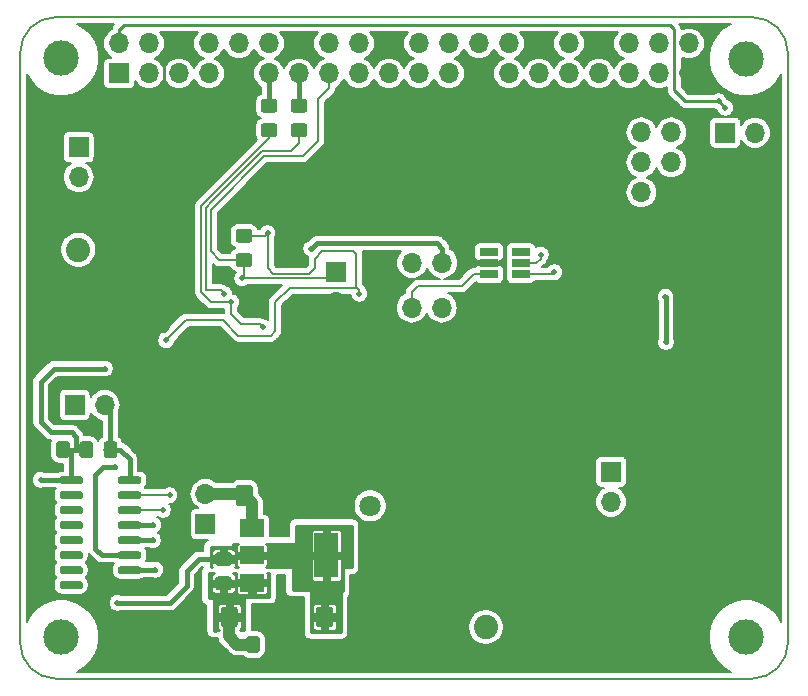
<source format=gbl>
G04 #@! TF.GenerationSoftware,KiCad,Pcbnew,(5.1.4)-1*
G04 #@! TF.CreationDate,2019-11-05T17:53:00+05:30*
G04 #@! TF.ProjectId,RPi Hat RF Transmitter V1,52506920-4861-4742-9052-46205472616e,rev?*
G04 #@! TF.SameCoordinates,Original*
G04 #@! TF.FileFunction,Copper,L4,Bot*
G04 #@! TF.FilePolarity,Positive*
%FSLAX46Y46*%
G04 Gerber Fmt 4.6, Leading zero omitted, Abs format (unit mm)*
G04 Created by KiCad (PCBNEW (5.1.4)-1) date 2019-11-05 17:53:00*
%MOMM*%
%LPD*%
G04 APERTURE LIST*
%ADD10C,0.150000*%
%ADD11C,1.800000*%
%ADD12O,1.700000X1.700000*%
%ADD13R,1.700000X1.700000*%
%ADD14R,1.560000X0.650000*%
%ADD15R,2.000000X1.500000*%
%ADD16R,2.000000X3.800000*%
%ADD17C,0.100000*%
%ADD18C,1.150000*%
%ADD19C,0.610000*%
%ADD20C,1.425000*%
%ADD21C,2.250000*%
%ADD22C,2.050000*%
%ADD23C,0.600000*%
%ADD24O,1.200000X1.900000*%
%ADD25C,1.450000*%
%ADD26C,3.000000*%
%ADD27C,0.500000*%
%ADD28C,0.250000*%
%ADD29C,0.400000*%
%ADD30C,0.500000*%
%ADD31C,0.200000*%
%ADD32C,1.000000*%
%ADD33C,0.254000*%
G04 APERTURE END LIST*
D10*
X78546356Y-63817611D02*
X78546356Y-113817611D01*
X140546356Y-60817611D02*
X81546356Y-60817611D01*
X143546351Y-113822847D02*
X143546356Y-63817611D01*
X81546356Y-116817611D02*
X140546356Y-116817611D01*
X78546356Y-63817611D02*
G75*
G02X81546356Y-60817611I3000000J0D01*
G01*
X140546356Y-60817611D02*
G75*
G02X143546356Y-63817611I0J-3000000D01*
G01*
X81546356Y-116817611D02*
G75*
G02X78546356Y-113817611I0J3000000D01*
G01*
X143546351Y-113822847D02*
G75*
G02X140546356Y-116817611I-2999995J5236D01*
G01*
D11*
X108180000Y-102200000D03*
D12*
X131140000Y-70580000D03*
X133680000Y-70580000D03*
X131140000Y-73120000D03*
X133680000Y-73120000D03*
X131140000Y-75660000D03*
D13*
X133680000Y-75660000D03*
D14*
X120950000Y-81640000D03*
X120950000Y-82590000D03*
X120950000Y-80690000D03*
X118250000Y-80690000D03*
X118250000Y-81640000D03*
X118250000Y-82590000D03*
D15*
X98170000Y-108700000D03*
X98170000Y-104100000D03*
X98170000Y-106400000D03*
D16*
X104470000Y-106400000D03*
D17*
G36*
X96234505Y-108176204D02*
G01*
X96258773Y-108179804D01*
X96282572Y-108185765D01*
X96305671Y-108194030D01*
X96327850Y-108204520D01*
X96348893Y-108217132D01*
X96368599Y-108231747D01*
X96386777Y-108248223D01*
X96403253Y-108266401D01*
X96417868Y-108286107D01*
X96430480Y-108307150D01*
X96440970Y-108329329D01*
X96449235Y-108352428D01*
X96455196Y-108376227D01*
X96458796Y-108400495D01*
X96460000Y-108424999D01*
X96460000Y-109075001D01*
X96458796Y-109099505D01*
X96455196Y-109123773D01*
X96449235Y-109147572D01*
X96440970Y-109170671D01*
X96430480Y-109192850D01*
X96417868Y-109213893D01*
X96403253Y-109233599D01*
X96386777Y-109251777D01*
X96368599Y-109268253D01*
X96348893Y-109282868D01*
X96327850Y-109295480D01*
X96305671Y-109305970D01*
X96282572Y-109314235D01*
X96258773Y-109320196D01*
X96234505Y-109323796D01*
X96210001Y-109325000D01*
X95309999Y-109325000D01*
X95285495Y-109323796D01*
X95261227Y-109320196D01*
X95237428Y-109314235D01*
X95214329Y-109305970D01*
X95192150Y-109295480D01*
X95171107Y-109282868D01*
X95151401Y-109268253D01*
X95133223Y-109251777D01*
X95116747Y-109233599D01*
X95102132Y-109213893D01*
X95089520Y-109192850D01*
X95079030Y-109170671D01*
X95070765Y-109147572D01*
X95064804Y-109123773D01*
X95061204Y-109099505D01*
X95060000Y-109075001D01*
X95060000Y-108424999D01*
X95061204Y-108400495D01*
X95064804Y-108376227D01*
X95070765Y-108352428D01*
X95079030Y-108329329D01*
X95089520Y-108307150D01*
X95102132Y-108286107D01*
X95116747Y-108266401D01*
X95133223Y-108248223D01*
X95151401Y-108231747D01*
X95171107Y-108217132D01*
X95192150Y-108204520D01*
X95214329Y-108194030D01*
X95237428Y-108185765D01*
X95261227Y-108179804D01*
X95285495Y-108176204D01*
X95309999Y-108175000D01*
X96210001Y-108175000D01*
X96234505Y-108176204D01*
X96234505Y-108176204D01*
G37*
D18*
X95760000Y-108750000D03*
D17*
G36*
X96234505Y-106126204D02*
G01*
X96258773Y-106129804D01*
X96282572Y-106135765D01*
X96305671Y-106144030D01*
X96327850Y-106154520D01*
X96348893Y-106167132D01*
X96368599Y-106181747D01*
X96386777Y-106198223D01*
X96403253Y-106216401D01*
X96417868Y-106236107D01*
X96430480Y-106257150D01*
X96440970Y-106279329D01*
X96449235Y-106302428D01*
X96455196Y-106326227D01*
X96458796Y-106350495D01*
X96460000Y-106374999D01*
X96460000Y-107025001D01*
X96458796Y-107049505D01*
X96455196Y-107073773D01*
X96449235Y-107097572D01*
X96440970Y-107120671D01*
X96430480Y-107142850D01*
X96417868Y-107163893D01*
X96403253Y-107183599D01*
X96386777Y-107201777D01*
X96368599Y-107218253D01*
X96348893Y-107232868D01*
X96327850Y-107245480D01*
X96305671Y-107255970D01*
X96282572Y-107264235D01*
X96258773Y-107270196D01*
X96234505Y-107273796D01*
X96210001Y-107275000D01*
X95309999Y-107275000D01*
X95285495Y-107273796D01*
X95261227Y-107270196D01*
X95237428Y-107264235D01*
X95214329Y-107255970D01*
X95192150Y-107245480D01*
X95171107Y-107232868D01*
X95151401Y-107218253D01*
X95133223Y-107201777D01*
X95116747Y-107183599D01*
X95102132Y-107163893D01*
X95089520Y-107142850D01*
X95079030Y-107120671D01*
X95070765Y-107097572D01*
X95064804Y-107073773D01*
X95061204Y-107049505D01*
X95060000Y-107025001D01*
X95060000Y-106374999D01*
X95061204Y-106350495D01*
X95064804Y-106326227D01*
X95070765Y-106302428D01*
X95079030Y-106279329D01*
X95089520Y-106257150D01*
X95102132Y-106236107D01*
X95116747Y-106216401D01*
X95133223Y-106198223D01*
X95151401Y-106181747D01*
X95171107Y-106167132D01*
X95192150Y-106154520D01*
X95214329Y-106144030D01*
X95237428Y-106135765D01*
X95261227Y-106129804D01*
X95285495Y-106126204D01*
X95309999Y-106125000D01*
X96210001Y-106125000D01*
X96234505Y-106126204D01*
X96234505Y-106126204D01*
G37*
D18*
X95760000Y-106700000D03*
D17*
G36*
X98609505Y-113241204D02*
G01*
X98633773Y-113244804D01*
X98657572Y-113250765D01*
X98680671Y-113259030D01*
X98702850Y-113269520D01*
X98723893Y-113282132D01*
X98743599Y-113296747D01*
X98761777Y-113313223D01*
X98778253Y-113331401D01*
X98792868Y-113351107D01*
X98805480Y-113372150D01*
X98815970Y-113394329D01*
X98824235Y-113417428D01*
X98830196Y-113441227D01*
X98833796Y-113465495D01*
X98835000Y-113489999D01*
X98835000Y-114390001D01*
X98833796Y-114414505D01*
X98830196Y-114438773D01*
X98824235Y-114462572D01*
X98815970Y-114485671D01*
X98805480Y-114507850D01*
X98792868Y-114528893D01*
X98778253Y-114548599D01*
X98761777Y-114566777D01*
X98743599Y-114583253D01*
X98723893Y-114597868D01*
X98702850Y-114610480D01*
X98680671Y-114620970D01*
X98657572Y-114629235D01*
X98633773Y-114635196D01*
X98609505Y-114638796D01*
X98585001Y-114640000D01*
X97934999Y-114640000D01*
X97910495Y-114638796D01*
X97886227Y-114635196D01*
X97862428Y-114629235D01*
X97839329Y-114620970D01*
X97817150Y-114610480D01*
X97796107Y-114597868D01*
X97776401Y-114583253D01*
X97758223Y-114566777D01*
X97741747Y-114548599D01*
X97727132Y-114528893D01*
X97714520Y-114507850D01*
X97704030Y-114485671D01*
X97695765Y-114462572D01*
X97689804Y-114438773D01*
X97686204Y-114414505D01*
X97685000Y-114390001D01*
X97685000Y-113489999D01*
X97686204Y-113465495D01*
X97689804Y-113441227D01*
X97695765Y-113417428D01*
X97704030Y-113394329D01*
X97714520Y-113372150D01*
X97727132Y-113351107D01*
X97741747Y-113331401D01*
X97758223Y-113313223D01*
X97776401Y-113296747D01*
X97796107Y-113282132D01*
X97817150Y-113269520D01*
X97839329Y-113259030D01*
X97862428Y-113250765D01*
X97886227Y-113244804D01*
X97910495Y-113241204D01*
X97934999Y-113240000D01*
X98585001Y-113240000D01*
X98609505Y-113241204D01*
X98609505Y-113241204D01*
G37*
D18*
X98260000Y-113940000D03*
D17*
G36*
X100659505Y-113241204D02*
G01*
X100683773Y-113244804D01*
X100707572Y-113250765D01*
X100730671Y-113259030D01*
X100752850Y-113269520D01*
X100773893Y-113282132D01*
X100793599Y-113296747D01*
X100811777Y-113313223D01*
X100828253Y-113331401D01*
X100842868Y-113351107D01*
X100855480Y-113372150D01*
X100865970Y-113394329D01*
X100874235Y-113417428D01*
X100880196Y-113441227D01*
X100883796Y-113465495D01*
X100885000Y-113489999D01*
X100885000Y-114390001D01*
X100883796Y-114414505D01*
X100880196Y-114438773D01*
X100874235Y-114462572D01*
X100865970Y-114485671D01*
X100855480Y-114507850D01*
X100842868Y-114528893D01*
X100828253Y-114548599D01*
X100811777Y-114566777D01*
X100793599Y-114583253D01*
X100773893Y-114597868D01*
X100752850Y-114610480D01*
X100730671Y-114620970D01*
X100707572Y-114629235D01*
X100683773Y-114635196D01*
X100659505Y-114638796D01*
X100635001Y-114640000D01*
X99984999Y-114640000D01*
X99960495Y-114638796D01*
X99936227Y-114635196D01*
X99912428Y-114629235D01*
X99889329Y-114620970D01*
X99867150Y-114610480D01*
X99846107Y-114597868D01*
X99826401Y-114583253D01*
X99808223Y-114566777D01*
X99791747Y-114548599D01*
X99777132Y-114528893D01*
X99764520Y-114507850D01*
X99754030Y-114485671D01*
X99745765Y-114462572D01*
X99739804Y-114438773D01*
X99736204Y-114414505D01*
X99735000Y-114390001D01*
X99735000Y-113489999D01*
X99736204Y-113465495D01*
X99739804Y-113441227D01*
X99745765Y-113417428D01*
X99754030Y-113394329D01*
X99764520Y-113372150D01*
X99777132Y-113351107D01*
X99791747Y-113331401D01*
X99808223Y-113313223D01*
X99826401Y-113296747D01*
X99846107Y-113282132D01*
X99867150Y-113269520D01*
X99889329Y-113259030D01*
X99912428Y-113250765D01*
X99936227Y-113244804D01*
X99960495Y-113241204D01*
X99984999Y-113240000D01*
X100635001Y-113240000D01*
X100659505Y-113241204D01*
X100659505Y-113241204D01*
G37*
D18*
X100310000Y-113940000D03*
D17*
G36*
X84489505Y-96741204D02*
G01*
X84513773Y-96744804D01*
X84537572Y-96750765D01*
X84560671Y-96759030D01*
X84582850Y-96769520D01*
X84603893Y-96782132D01*
X84623599Y-96796747D01*
X84641777Y-96813223D01*
X84658253Y-96831401D01*
X84672868Y-96851107D01*
X84685480Y-96872150D01*
X84695970Y-96894329D01*
X84704235Y-96917428D01*
X84710196Y-96941227D01*
X84713796Y-96965495D01*
X84715000Y-96989999D01*
X84715000Y-97890001D01*
X84713796Y-97914505D01*
X84710196Y-97938773D01*
X84704235Y-97962572D01*
X84695970Y-97985671D01*
X84685480Y-98007850D01*
X84672868Y-98028893D01*
X84658253Y-98048599D01*
X84641777Y-98066777D01*
X84623599Y-98083253D01*
X84603893Y-98097868D01*
X84582850Y-98110480D01*
X84560671Y-98120970D01*
X84537572Y-98129235D01*
X84513773Y-98135196D01*
X84489505Y-98138796D01*
X84465001Y-98140000D01*
X83814999Y-98140000D01*
X83790495Y-98138796D01*
X83766227Y-98135196D01*
X83742428Y-98129235D01*
X83719329Y-98120970D01*
X83697150Y-98110480D01*
X83676107Y-98097868D01*
X83656401Y-98083253D01*
X83638223Y-98066777D01*
X83621747Y-98048599D01*
X83607132Y-98028893D01*
X83594520Y-98007850D01*
X83584030Y-97985671D01*
X83575765Y-97962572D01*
X83569804Y-97938773D01*
X83566204Y-97914505D01*
X83565000Y-97890001D01*
X83565000Y-96989999D01*
X83566204Y-96965495D01*
X83569804Y-96941227D01*
X83575765Y-96917428D01*
X83584030Y-96894329D01*
X83594520Y-96872150D01*
X83607132Y-96851107D01*
X83621747Y-96831401D01*
X83638223Y-96813223D01*
X83656401Y-96796747D01*
X83676107Y-96782132D01*
X83697150Y-96769520D01*
X83719329Y-96759030D01*
X83742428Y-96750765D01*
X83766227Y-96744804D01*
X83790495Y-96741204D01*
X83814999Y-96740000D01*
X84465001Y-96740000D01*
X84489505Y-96741204D01*
X84489505Y-96741204D01*
G37*
D18*
X84140000Y-97440000D03*
D17*
G36*
X86539505Y-96741204D02*
G01*
X86563773Y-96744804D01*
X86587572Y-96750765D01*
X86610671Y-96759030D01*
X86632850Y-96769520D01*
X86653893Y-96782132D01*
X86673599Y-96796747D01*
X86691777Y-96813223D01*
X86708253Y-96831401D01*
X86722868Y-96851107D01*
X86735480Y-96872150D01*
X86745970Y-96894329D01*
X86754235Y-96917428D01*
X86760196Y-96941227D01*
X86763796Y-96965495D01*
X86765000Y-96989999D01*
X86765000Y-97890001D01*
X86763796Y-97914505D01*
X86760196Y-97938773D01*
X86754235Y-97962572D01*
X86745970Y-97985671D01*
X86735480Y-98007850D01*
X86722868Y-98028893D01*
X86708253Y-98048599D01*
X86691777Y-98066777D01*
X86673599Y-98083253D01*
X86653893Y-98097868D01*
X86632850Y-98110480D01*
X86610671Y-98120970D01*
X86587572Y-98129235D01*
X86563773Y-98135196D01*
X86539505Y-98138796D01*
X86515001Y-98140000D01*
X85864999Y-98140000D01*
X85840495Y-98138796D01*
X85816227Y-98135196D01*
X85792428Y-98129235D01*
X85769329Y-98120970D01*
X85747150Y-98110480D01*
X85726107Y-98097868D01*
X85706401Y-98083253D01*
X85688223Y-98066777D01*
X85671747Y-98048599D01*
X85657132Y-98028893D01*
X85644520Y-98007850D01*
X85634030Y-97985671D01*
X85625765Y-97962572D01*
X85619804Y-97938773D01*
X85616204Y-97914505D01*
X85615000Y-97890001D01*
X85615000Y-96989999D01*
X85616204Y-96965495D01*
X85619804Y-96941227D01*
X85625765Y-96917428D01*
X85634030Y-96894329D01*
X85644520Y-96872150D01*
X85657132Y-96851107D01*
X85671747Y-96831401D01*
X85688223Y-96813223D01*
X85706401Y-96796747D01*
X85726107Y-96782132D01*
X85747150Y-96769520D01*
X85769329Y-96759030D01*
X85792428Y-96750765D01*
X85816227Y-96744804D01*
X85840495Y-96741204D01*
X85864999Y-96740000D01*
X86515001Y-96740000D01*
X86539505Y-96741204D01*
X86539505Y-96741204D01*
G37*
D18*
X86190000Y-97440000D03*
D17*
G36*
X102634505Y-69811204D02*
G01*
X102658773Y-69814804D01*
X102682572Y-69820765D01*
X102705671Y-69829030D01*
X102727850Y-69839520D01*
X102748893Y-69852132D01*
X102768599Y-69866747D01*
X102786777Y-69883223D01*
X102803253Y-69901401D01*
X102817868Y-69921107D01*
X102830480Y-69942150D01*
X102840970Y-69964329D01*
X102849235Y-69987428D01*
X102855196Y-70011227D01*
X102858796Y-70035495D01*
X102860000Y-70059999D01*
X102860000Y-70710001D01*
X102858796Y-70734505D01*
X102855196Y-70758773D01*
X102849235Y-70782572D01*
X102840970Y-70805671D01*
X102830480Y-70827850D01*
X102817868Y-70848893D01*
X102803253Y-70868599D01*
X102786777Y-70886777D01*
X102768599Y-70903253D01*
X102748893Y-70917868D01*
X102727850Y-70930480D01*
X102705671Y-70940970D01*
X102682572Y-70949235D01*
X102658773Y-70955196D01*
X102634505Y-70958796D01*
X102610001Y-70960000D01*
X101709999Y-70960000D01*
X101685495Y-70958796D01*
X101661227Y-70955196D01*
X101637428Y-70949235D01*
X101614329Y-70940970D01*
X101592150Y-70930480D01*
X101571107Y-70917868D01*
X101551401Y-70903253D01*
X101533223Y-70886777D01*
X101516747Y-70868599D01*
X101502132Y-70848893D01*
X101489520Y-70827850D01*
X101479030Y-70805671D01*
X101470765Y-70782572D01*
X101464804Y-70758773D01*
X101461204Y-70734505D01*
X101460000Y-70710001D01*
X101460000Y-70059999D01*
X101461204Y-70035495D01*
X101464804Y-70011227D01*
X101470765Y-69987428D01*
X101479030Y-69964329D01*
X101489520Y-69942150D01*
X101502132Y-69921107D01*
X101516747Y-69901401D01*
X101533223Y-69883223D01*
X101551401Y-69866747D01*
X101571107Y-69852132D01*
X101592150Y-69839520D01*
X101614329Y-69829030D01*
X101637428Y-69820765D01*
X101661227Y-69814804D01*
X101685495Y-69811204D01*
X101709999Y-69810000D01*
X102610001Y-69810000D01*
X102634505Y-69811204D01*
X102634505Y-69811204D01*
G37*
D18*
X102160000Y-70385000D03*
D17*
G36*
X102634505Y-67761204D02*
G01*
X102658773Y-67764804D01*
X102682572Y-67770765D01*
X102705671Y-67779030D01*
X102727850Y-67789520D01*
X102748893Y-67802132D01*
X102768599Y-67816747D01*
X102786777Y-67833223D01*
X102803253Y-67851401D01*
X102817868Y-67871107D01*
X102830480Y-67892150D01*
X102840970Y-67914329D01*
X102849235Y-67937428D01*
X102855196Y-67961227D01*
X102858796Y-67985495D01*
X102860000Y-68009999D01*
X102860000Y-68660001D01*
X102858796Y-68684505D01*
X102855196Y-68708773D01*
X102849235Y-68732572D01*
X102840970Y-68755671D01*
X102830480Y-68777850D01*
X102817868Y-68798893D01*
X102803253Y-68818599D01*
X102786777Y-68836777D01*
X102768599Y-68853253D01*
X102748893Y-68867868D01*
X102727850Y-68880480D01*
X102705671Y-68890970D01*
X102682572Y-68899235D01*
X102658773Y-68905196D01*
X102634505Y-68908796D01*
X102610001Y-68910000D01*
X101709999Y-68910000D01*
X101685495Y-68908796D01*
X101661227Y-68905196D01*
X101637428Y-68899235D01*
X101614329Y-68890970D01*
X101592150Y-68880480D01*
X101571107Y-68867868D01*
X101551401Y-68853253D01*
X101533223Y-68836777D01*
X101516747Y-68818599D01*
X101502132Y-68798893D01*
X101489520Y-68777850D01*
X101479030Y-68755671D01*
X101470765Y-68732572D01*
X101464804Y-68708773D01*
X101461204Y-68684505D01*
X101460000Y-68660001D01*
X101460000Y-68009999D01*
X101461204Y-67985495D01*
X101464804Y-67961227D01*
X101470765Y-67937428D01*
X101479030Y-67914329D01*
X101489520Y-67892150D01*
X101502132Y-67871107D01*
X101516747Y-67851401D01*
X101533223Y-67833223D01*
X101551401Y-67816747D01*
X101571107Y-67802132D01*
X101592150Y-67789520D01*
X101614329Y-67779030D01*
X101637428Y-67770765D01*
X101661227Y-67764804D01*
X101685495Y-67761204D01*
X101709999Y-67760000D01*
X102610001Y-67760000D01*
X102634505Y-67761204D01*
X102634505Y-67761204D01*
G37*
D18*
X102160000Y-68335000D03*
D17*
G36*
X100094505Y-69811204D02*
G01*
X100118773Y-69814804D01*
X100142572Y-69820765D01*
X100165671Y-69829030D01*
X100187850Y-69839520D01*
X100208893Y-69852132D01*
X100228599Y-69866747D01*
X100246777Y-69883223D01*
X100263253Y-69901401D01*
X100277868Y-69921107D01*
X100290480Y-69942150D01*
X100300970Y-69964329D01*
X100309235Y-69987428D01*
X100315196Y-70011227D01*
X100318796Y-70035495D01*
X100320000Y-70059999D01*
X100320000Y-70710001D01*
X100318796Y-70734505D01*
X100315196Y-70758773D01*
X100309235Y-70782572D01*
X100300970Y-70805671D01*
X100290480Y-70827850D01*
X100277868Y-70848893D01*
X100263253Y-70868599D01*
X100246777Y-70886777D01*
X100228599Y-70903253D01*
X100208893Y-70917868D01*
X100187850Y-70930480D01*
X100165671Y-70940970D01*
X100142572Y-70949235D01*
X100118773Y-70955196D01*
X100094505Y-70958796D01*
X100070001Y-70960000D01*
X99169999Y-70960000D01*
X99145495Y-70958796D01*
X99121227Y-70955196D01*
X99097428Y-70949235D01*
X99074329Y-70940970D01*
X99052150Y-70930480D01*
X99031107Y-70917868D01*
X99011401Y-70903253D01*
X98993223Y-70886777D01*
X98976747Y-70868599D01*
X98962132Y-70848893D01*
X98949520Y-70827850D01*
X98939030Y-70805671D01*
X98930765Y-70782572D01*
X98924804Y-70758773D01*
X98921204Y-70734505D01*
X98920000Y-70710001D01*
X98920000Y-70059999D01*
X98921204Y-70035495D01*
X98924804Y-70011227D01*
X98930765Y-69987428D01*
X98939030Y-69964329D01*
X98949520Y-69942150D01*
X98962132Y-69921107D01*
X98976747Y-69901401D01*
X98993223Y-69883223D01*
X99011401Y-69866747D01*
X99031107Y-69852132D01*
X99052150Y-69839520D01*
X99074329Y-69829030D01*
X99097428Y-69820765D01*
X99121227Y-69814804D01*
X99145495Y-69811204D01*
X99169999Y-69810000D01*
X100070001Y-69810000D01*
X100094505Y-69811204D01*
X100094505Y-69811204D01*
G37*
D18*
X99620000Y-70385000D03*
D17*
G36*
X100094505Y-67761204D02*
G01*
X100118773Y-67764804D01*
X100142572Y-67770765D01*
X100165671Y-67779030D01*
X100187850Y-67789520D01*
X100208893Y-67802132D01*
X100228599Y-67816747D01*
X100246777Y-67833223D01*
X100263253Y-67851401D01*
X100277868Y-67871107D01*
X100290480Y-67892150D01*
X100300970Y-67914329D01*
X100309235Y-67937428D01*
X100315196Y-67961227D01*
X100318796Y-67985495D01*
X100320000Y-68009999D01*
X100320000Y-68660001D01*
X100318796Y-68684505D01*
X100315196Y-68708773D01*
X100309235Y-68732572D01*
X100300970Y-68755671D01*
X100290480Y-68777850D01*
X100277868Y-68798893D01*
X100263253Y-68818599D01*
X100246777Y-68836777D01*
X100228599Y-68853253D01*
X100208893Y-68867868D01*
X100187850Y-68880480D01*
X100165671Y-68890970D01*
X100142572Y-68899235D01*
X100118773Y-68905196D01*
X100094505Y-68908796D01*
X100070001Y-68910000D01*
X99169999Y-68910000D01*
X99145495Y-68908796D01*
X99121227Y-68905196D01*
X99097428Y-68899235D01*
X99074329Y-68890970D01*
X99052150Y-68880480D01*
X99031107Y-68867868D01*
X99011401Y-68853253D01*
X98993223Y-68836777D01*
X98976747Y-68818599D01*
X98962132Y-68798893D01*
X98949520Y-68777850D01*
X98939030Y-68755671D01*
X98930765Y-68732572D01*
X98924804Y-68708773D01*
X98921204Y-68684505D01*
X98920000Y-68660001D01*
X98920000Y-68009999D01*
X98921204Y-67985495D01*
X98924804Y-67961227D01*
X98930765Y-67937428D01*
X98939030Y-67914329D01*
X98949520Y-67892150D01*
X98962132Y-67871107D01*
X98976747Y-67851401D01*
X98993223Y-67833223D01*
X99011401Y-67816747D01*
X99031107Y-67802132D01*
X99052150Y-67789520D01*
X99074329Y-67779030D01*
X99097428Y-67770765D01*
X99121227Y-67764804D01*
X99145495Y-67761204D01*
X99169999Y-67760000D01*
X100070001Y-67760000D01*
X100094505Y-67761204D01*
X100094505Y-67761204D01*
G37*
D18*
X99620000Y-68335000D03*
D17*
G36*
X97974505Y-80811204D02*
G01*
X97998773Y-80814804D01*
X98022572Y-80820765D01*
X98045671Y-80829030D01*
X98067850Y-80839520D01*
X98088893Y-80852132D01*
X98108599Y-80866747D01*
X98126777Y-80883223D01*
X98143253Y-80901401D01*
X98157868Y-80921107D01*
X98170480Y-80942150D01*
X98180970Y-80964329D01*
X98189235Y-80987428D01*
X98195196Y-81011227D01*
X98198796Y-81035495D01*
X98200000Y-81059999D01*
X98200000Y-81710001D01*
X98198796Y-81734505D01*
X98195196Y-81758773D01*
X98189235Y-81782572D01*
X98180970Y-81805671D01*
X98170480Y-81827850D01*
X98157868Y-81848893D01*
X98143253Y-81868599D01*
X98126777Y-81886777D01*
X98108599Y-81903253D01*
X98088893Y-81917868D01*
X98067850Y-81930480D01*
X98045671Y-81940970D01*
X98022572Y-81949235D01*
X97998773Y-81955196D01*
X97974505Y-81958796D01*
X97950001Y-81960000D01*
X97049999Y-81960000D01*
X97025495Y-81958796D01*
X97001227Y-81955196D01*
X96977428Y-81949235D01*
X96954329Y-81940970D01*
X96932150Y-81930480D01*
X96911107Y-81917868D01*
X96891401Y-81903253D01*
X96873223Y-81886777D01*
X96856747Y-81868599D01*
X96842132Y-81848893D01*
X96829520Y-81827850D01*
X96819030Y-81805671D01*
X96810765Y-81782572D01*
X96804804Y-81758773D01*
X96801204Y-81734505D01*
X96800000Y-81710001D01*
X96800000Y-81059999D01*
X96801204Y-81035495D01*
X96804804Y-81011227D01*
X96810765Y-80987428D01*
X96819030Y-80964329D01*
X96829520Y-80942150D01*
X96842132Y-80921107D01*
X96856747Y-80901401D01*
X96873223Y-80883223D01*
X96891401Y-80866747D01*
X96911107Y-80852132D01*
X96932150Y-80839520D01*
X96954329Y-80829030D01*
X96977428Y-80820765D01*
X97001227Y-80814804D01*
X97025495Y-80811204D01*
X97049999Y-80810000D01*
X97950001Y-80810000D01*
X97974505Y-80811204D01*
X97974505Y-80811204D01*
G37*
D18*
X97500000Y-81385000D03*
D17*
G36*
X97974505Y-78761204D02*
G01*
X97998773Y-78764804D01*
X98022572Y-78770765D01*
X98045671Y-78779030D01*
X98067850Y-78789520D01*
X98088893Y-78802132D01*
X98108599Y-78816747D01*
X98126777Y-78833223D01*
X98143253Y-78851401D01*
X98157868Y-78871107D01*
X98170480Y-78892150D01*
X98180970Y-78914329D01*
X98189235Y-78937428D01*
X98195196Y-78961227D01*
X98198796Y-78985495D01*
X98200000Y-79009999D01*
X98200000Y-79660001D01*
X98198796Y-79684505D01*
X98195196Y-79708773D01*
X98189235Y-79732572D01*
X98180970Y-79755671D01*
X98170480Y-79777850D01*
X98157868Y-79798893D01*
X98143253Y-79818599D01*
X98126777Y-79836777D01*
X98108599Y-79853253D01*
X98088893Y-79867868D01*
X98067850Y-79880480D01*
X98045671Y-79890970D01*
X98022572Y-79899235D01*
X97998773Y-79905196D01*
X97974505Y-79908796D01*
X97950001Y-79910000D01*
X97049999Y-79910000D01*
X97025495Y-79908796D01*
X97001227Y-79905196D01*
X96977428Y-79899235D01*
X96954329Y-79890970D01*
X96932150Y-79880480D01*
X96911107Y-79867868D01*
X96891401Y-79853253D01*
X96873223Y-79836777D01*
X96856747Y-79818599D01*
X96842132Y-79798893D01*
X96829520Y-79777850D01*
X96819030Y-79755671D01*
X96810765Y-79732572D01*
X96804804Y-79708773D01*
X96801204Y-79684505D01*
X96800000Y-79660001D01*
X96800000Y-79009999D01*
X96801204Y-78985495D01*
X96804804Y-78961227D01*
X96810765Y-78937428D01*
X96819030Y-78914329D01*
X96829520Y-78892150D01*
X96842132Y-78871107D01*
X96856747Y-78851401D01*
X96873223Y-78833223D01*
X96891401Y-78816747D01*
X96911107Y-78802132D01*
X96932150Y-78789520D01*
X96954329Y-78779030D01*
X96977428Y-78770765D01*
X97001227Y-78764804D01*
X97025495Y-78761204D01*
X97049999Y-78760000D01*
X97950001Y-78760000D01*
X97974505Y-78761204D01*
X97974505Y-78761204D01*
G37*
D18*
X97500000Y-79335000D03*
D12*
X105320000Y-84980000D03*
D13*
X105320000Y-82440000D03*
D12*
X83500000Y-74380000D03*
D13*
X83500000Y-71840000D03*
D19*
X110960000Y-95415000D03*
X110960000Y-97625000D03*
D17*
G36*
X101839504Y-110726204D02*
G01*
X101863773Y-110729804D01*
X101887571Y-110735765D01*
X101910671Y-110744030D01*
X101932849Y-110754520D01*
X101953893Y-110767133D01*
X101973598Y-110781747D01*
X101991777Y-110798223D01*
X102008253Y-110816402D01*
X102022867Y-110836107D01*
X102035480Y-110857151D01*
X102045970Y-110879329D01*
X102054235Y-110902429D01*
X102060196Y-110926227D01*
X102063796Y-110950496D01*
X102065000Y-110975000D01*
X102065000Y-112225000D01*
X102063796Y-112249504D01*
X102060196Y-112273773D01*
X102054235Y-112297571D01*
X102045970Y-112320671D01*
X102035480Y-112342849D01*
X102022867Y-112363893D01*
X102008253Y-112383598D01*
X101991777Y-112401777D01*
X101973598Y-112418253D01*
X101953893Y-112432867D01*
X101932849Y-112445480D01*
X101910671Y-112455970D01*
X101887571Y-112464235D01*
X101863773Y-112470196D01*
X101839504Y-112473796D01*
X101815000Y-112475000D01*
X100890000Y-112475000D01*
X100865496Y-112473796D01*
X100841227Y-112470196D01*
X100817429Y-112464235D01*
X100794329Y-112455970D01*
X100772151Y-112445480D01*
X100751107Y-112432867D01*
X100731402Y-112418253D01*
X100713223Y-112401777D01*
X100696747Y-112383598D01*
X100682133Y-112363893D01*
X100669520Y-112342849D01*
X100659030Y-112320671D01*
X100650765Y-112297571D01*
X100644804Y-112273773D01*
X100641204Y-112249504D01*
X100640000Y-112225000D01*
X100640000Y-110975000D01*
X100641204Y-110950496D01*
X100644804Y-110926227D01*
X100650765Y-110902429D01*
X100659030Y-110879329D01*
X100669520Y-110857151D01*
X100682133Y-110836107D01*
X100696747Y-110816402D01*
X100713223Y-110798223D01*
X100731402Y-110781747D01*
X100751107Y-110767133D01*
X100772151Y-110754520D01*
X100794329Y-110744030D01*
X100817429Y-110735765D01*
X100841227Y-110729804D01*
X100865496Y-110726204D01*
X100890000Y-110725000D01*
X101815000Y-110725000D01*
X101839504Y-110726204D01*
X101839504Y-110726204D01*
G37*
D20*
X101352500Y-111600000D03*
D17*
G36*
X104814504Y-110726204D02*
G01*
X104838773Y-110729804D01*
X104862571Y-110735765D01*
X104885671Y-110744030D01*
X104907849Y-110754520D01*
X104928893Y-110767133D01*
X104948598Y-110781747D01*
X104966777Y-110798223D01*
X104983253Y-110816402D01*
X104997867Y-110836107D01*
X105010480Y-110857151D01*
X105020970Y-110879329D01*
X105029235Y-110902429D01*
X105035196Y-110926227D01*
X105038796Y-110950496D01*
X105040000Y-110975000D01*
X105040000Y-112225000D01*
X105038796Y-112249504D01*
X105035196Y-112273773D01*
X105029235Y-112297571D01*
X105020970Y-112320671D01*
X105010480Y-112342849D01*
X104997867Y-112363893D01*
X104983253Y-112383598D01*
X104966777Y-112401777D01*
X104948598Y-112418253D01*
X104928893Y-112432867D01*
X104907849Y-112445480D01*
X104885671Y-112455970D01*
X104862571Y-112464235D01*
X104838773Y-112470196D01*
X104814504Y-112473796D01*
X104790000Y-112475000D01*
X103865000Y-112475000D01*
X103840496Y-112473796D01*
X103816227Y-112470196D01*
X103792429Y-112464235D01*
X103769329Y-112455970D01*
X103747151Y-112445480D01*
X103726107Y-112432867D01*
X103706402Y-112418253D01*
X103688223Y-112401777D01*
X103671747Y-112383598D01*
X103657133Y-112363893D01*
X103644520Y-112342849D01*
X103634030Y-112320671D01*
X103625765Y-112297571D01*
X103619804Y-112273773D01*
X103616204Y-112249504D01*
X103615000Y-112225000D01*
X103615000Y-110975000D01*
X103616204Y-110950496D01*
X103619804Y-110926227D01*
X103625765Y-110902429D01*
X103634030Y-110879329D01*
X103644520Y-110857151D01*
X103657133Y-110836107D01*
X103671747Y-110816402D01*
X103688223Y-110798223D01*
X103706402Y-110781747D01*
X103726107Y-110767133D01*
X103747151Y-110754520D01*
X103769329Y-110744030D01*
X103792429Y-110735765D01*
X103816227Y-110729804D01*
X103840496Y-110726204D01*
X103865000Y-110725000D01*
X104790000Y-110725000D01*
X104814504Y-110726204D01*
X104814504Y-110726204D01*
G37*
D20*
X104327500Y-111600000D03*
D17*
G36*
X99714504Y-110726204D02*
G01*
X99738773Y-110729804D01*
X99762571Y-110735765D01*
X99785671Y-110744030D01*
X99807849Y-110754520D01*
X99828893Y-110767133D01*
X99848598Y-110781747D01*
X99866777Y-110798223D01*
X99883253Y-110816402D01*
X99897867Y-110836107D01*
X99910480Y-110857151D01*
X99920970Y-110879329D01*
X99929235Y-110902429D01*
X99935196Y-110926227D01*
X99938796Y-110950496D01*
X99940000Y-110975000D01*
X99940000Y-112225000D01*
X99938796Y-112249504D01*
X99935196Y-112273773D01*
X99929235Y-112297571D01*
X99920970Y-112320671D01*
X99910480Y-112342849D01*
X99897867Y-112363893D01*
X99883253Y-112383598D01*
X99866777Y-112401777D01*
X99848598Y-112418253D01*
X99828893Y-112432867D01*
X99807849Y-112445480D01*
X99785671Y-112455970D01*
X99762571Y-112464235D01*
X99738773Y-112470196D01*
X99714504Y-112473796D01*
X99690000Y-112475000D01*
X98765000Y-112475000D01*
X98740496Y-112473796D01*
X98716227Y-112470196D01*
X98692429Y-112464235D01*
X98669329Y-112455970D01*
X98647151Y-112445480D01*
X98626107Y-112432867D01*
X98606402Y-112418253D01*
X98588223Y-112401777D01*
X98571747Y-112383598D01*
X98557133Y-112363893D01*
X98544520Y-112342849D01*
X98534030Y-112320671D01*
X98525765Y-112297571D01*
X98519804Y-112273773D01*
X98516204Y-112249504D01*
X98515000Y-112225000D01*
X98515000Y-110975000D01*
X98516204Y-110950496D01*
X98519804Y-110926227D01*
X98525765Y-110902429D01*
X98534030Y-110879329D01*
X98544520Y-110857151D01*
X98557133Y-110836107D01*
X98571747Y-110816402D01*
X98588223Y-110798223D01*
X98606402Y-110781747D01*
X98626107Y-110767133D01*
X98647151Y-110754520D01*
X98669329Y-110744030D01*
X98692429Y-110735765D01*
X98716227Y-110729804D01*
X98740496Y-110726204D01*
X98765000Y-110725000D01*
X99690000Y-110725000D01*
X99714504Y-110726204D01*
X99714504Y-110726204D01*
G37*
D20*
X99227500Y-111600000D03*
D17*
G36*
X96739504Y-110726204D02*
G01*
X96763773Y-110729804D01*
X96787571Y-110735765D01*
X96810671Y-110744030D01*
X96832849Y-110754520D01*
X96853893Y-110767133D01*
X96873598Y-110781747D01*
X96891777Y-110798223D01*
X96908253Y-110816402D01*
X96922867Y-110836107D01*
X96935480Y-110857151D01*
X96945970Y-110879329D01*
X96954235Y-110902429D01*
X96960196Y-110926227D01*
X96963796Y-110950496D01*
X96965000Y-110975000D01*
X96965000Y-112225000D01*
X96963796Y-112249504D01*
X96960196Y-112273773D01*
X96954235Y-112297571D01*
X96945970Y-112320671D01*
X96935480Y-112342849D01*
X96922867Y-112363893D01*
X96908253Y-112383598D01*
X96891777Y-112401777D01*
X96873598Y-112418253D01*
X96853893Y-112432867D01*
X96832849Y-112445480D01*
X96810671Y-112455970D01*
X96787571Y-112464235D01*
X96763773Y-112470196D01*
X96739504Y-112473796D01*
X96715000Y-112475000D01*
X95790000Y-112475000D01*
X95765496Y-112473796D01*
X95741227Y-112470196D01*
X95717429Y-112464235D01*
X95694329Y-112455970D01*
X95672151Y-112445480D01*
X95651107Y-112432867D01*
X95631402Y-112418253D01*
X95613223Y-112401777D01*
X95596747Y-112383598D01*
X95582133Y-112363893D01*
X95569520Y-112342849D01*
X95559030Y-112320671D01*
X95550765Y-112297571D01*
X95544804Y-112273773D01*
X95541204Y-112249504D01*
X95540000Y-112225000D01*
X95540000Y-110975000D01*
X95541204Y-110950496D01*
X95544804Y-110926227D01*
X95550765Y-110902429D01*
X95559030Y-110879329D01*
X95569520Y-110857151D01*
X95582133Y-110836107D01*
X95596747Y-110816402D01*
X95613223Y-110798223D01*
X95631402Y-110781747D01*
X95651107Y-110767133D01*
X95672151Y-110754520D01*
X95694329Y-110744030D01*
X95717429Y-110735765D01*
X95741227Y-110729804D01*
X95765496Y-110726204D01*
X95790000Y-110725000D01*
X96715000Y-110725000D01*
X96739504Y-110726204D01*
X96739504Y-110726204D01*
G37*
D20*
X96252500Y-111600000D03*
D17*
G36*
X100987004Y-100446204D02*
G01*
X101011273Y-100449804D01*
X101035071Y-100455765D01*
X101058171Y-100464030D01*
X101080349Y-100474520D01*
X101101393Y-100487133D01*
X101121098Y-100501747D01*
X101139277Y-100518223D01*
X101155753Y-100536402D01*
X101170367Y-100556107D01*
X101182980Y-100577151D01*
X101193470Y-100599329D01*
X101201735Y-100622429D01*
X101207696Y-100646227D01*
X101211296Y-100670496D01*
X101212500Y-100695000D01*
X101212500Y-101945000D01*
X101211296Y-101969504D01*
X101207696Y-101993773D01*
X101201735Y-102017571D01*
X101193470Y-102040671D01*
X101182980Y-102062849D01*
X101170367Y-102083893D01*
X101155753Y-102103598D01*
X101139277Y-102121777D01*
X101121098Y-102138253D01*
X101101393Y-102152867D01*
X101080349Y-102165480D01*
X101058171Y-102175970D01*
X101035071Y-102184235D01*
X101011273Y-102190196D01*
X100987004Y-102193796D01*
X100962500Y-102195000D01*
X100037500Y-102195000D01*
X100012996Y-102193796D01*
X99988727Y-102190196D01*
X99964929Y-102184235D01*
X99941829Y-102175970D01*
X99919651Y-102165480D01*
X99898607Y-102152867D01*
X99878902Y-102138253D01*
X99860723Y-102121777D01*
X99844247Y-102103598D01*
X99829633Y-102083893D01*
X99817020Y-102062849D01*
X99806530Y-102040671D01*
X99798265Y-102017571D01*
X99792304Y-101993773D01*
X99788704Y-101969504D01*
X99787500Y-101945000D01*
X99787500Y-100695000D01*
X99788704Y-100670496D01*
X99792304Y-100646227D01*
X99798265Y-100622429D01*
X99806530Y-100599329D01*
X99817020Y-100577151D01*
X99829633Y-100556107D01*
X99844247Y-100536402D01*
X99860723Y-100518223D01*
X99878902Y-100501747D01*
X99898607Y-100487133D01*
X99919651Y-100474520D01*
X99941829Y-100464030D01*
X99964929Y-100455765D01*
X99988727Y-100449804D01*
X100012996Y-100446204D01*
X100037500Y-100445000D01*
X100962500Y-100445000D01*
X100987004Y-100446204D01*
X100987004Y-100446204D01*
G37*
D20*
X100500000Y-101320000D03*
D17*
G36*
X98012004Y-100446204D02*
G01*
X98036273Y-100449804D01*
X98060071Y-100455765D01*
X98083171Y-100464030D01*
X98105349Y-100474520D01*
X98126393Y-100487133D01*
X98146098Y-100501747D01*
X98164277Y-100518223D01*
X98180753Y-100536402D01*
X98195367Y-100556107D01*
X98207980Y-100577151D01*
X98218470Y-100599329D01*
X98226735Y-100622429D01*
X98232696Y-100646227D01*
X98236296Y-100670496D01*
X98237500Y-100695000D01*
X98237500Y-101945000D01*
X98236296Y-101969504D01*
X98232696Y-101993773D01*
X98226735Y-102017571D01*
X98218470Y-102040671D01*
X98207980Y-102062849D01*
X98195367Y-102083893D01*
X98180753Y-102103598D01*
X98164277Y-102121777D01*
X98146098Y-102138253D01*
X98126393Y-102152867D01*
X98105349Y-102165480D01*
X98083171Y-102175970D01*
X98060071Y-102184235D01*
X98036273Y-102190196D01*
X98012004Y-102193796D01*
X97987500Y-102195000D01*
X97062500Y-102195000D01*
X97037996Y-102193796D01*
X97013727Y-102190196D01*
X96989929Y-102184235D01*
X96966829Y-102175970D01*
X96944651Y-102165480D01*
X96923607Y-102152867D01*
X96903902Y-102138253D01*
X96885723Y-102121777D01*
X96869247Y-102103598D01*
X96854633Y-102083893D01*
X96842020Y-102062849D01*
X96831530Y-102040671D01*
X96823265Y-102017571D01*
X96817304Y-101993773D01*
X96813704Y-101969504D01*
X96812500Y-101945000D01*
X96812500Y-100695000D01*
X96813704Y-100670496D01*
X96817304Y-100646227D01*
X96823265Y-100622429D01*
X96831530Y-100599329D01*
X96842020Y-100577151D01*
X96854633Y-100556107D01*
X96869247Y-100536402D01*
X96885723Y-100518223D01*
X96903902Y-100501747D01*
X96923607Y-100487133D01*
X96944651Y-100474520D01*
X96966829Y-100464030D01*
X96989929Y-100455765D01*
X97013727Y-100449804D01*
X97037996Y-100446204D01*
X97062500Y-100445000D01*
X97987500Y-100445000D01*
X98012004Y-100446204D01*
X98012004Y-100446204D01*
G37*
D20*
X97525000Y-101320000D03*
D21*
X120523000Y-114998500D03*
X115443000Y-114998500D03*
X115443000Y-109918500D03*
X120523000Y-109918500D03*
D22*
X117983000Y-112458500D03*
D21*
X80937000Y-83038500D03*
X80937000Y-77958500D03*
X86017000Y-77958500D03*
X86017000Y-83038500D03*
D22*
X83477000Y-80498500D03*
D17*
G36*
X80464505Y-96721204D02*
G01*
X80488773Y-96724804D01*
X80512572Y-96730765D01*
X80535671Y-96739030D01*
X80557850Y-96749520D01*
X80578893Y-96762132D01*
X80598599Y-96776747D01*
X80616777Y-96793223D01*
X80633253Y-96811401D01*
X80647868Y-96831107D01*
X80660480Y-96852150D01*
X80670970Y-96874329D01*
X80679235Y-96897428D01*
X80685196Y-96921227D01*
X80688796Y-96945495D01*
X80690000Y-96969999D01*
X80690000Y-97870001D01*
X80688796Y-97894505D01*
X80685196Y-97918773D01*
X80679235Y-97942572D01*
X80670970Y-97965671D01*
X80660480Y-97987850D01*
X80647868Y-98008893D01*
X80633253Y-98028599D01*
X80616777Y-98046777D01*
X80598599Y-98063253D01*
X80578893Y-98077868D01*
X80557850Y-98090480D01*
X80535671Y-98100970D01*
X80512572Y-98109235D01*
X80488773Y-98115196D01*
X80464505Y-98118796D01*
X80440001Y-98120000D01*
X79789999Y-98120000D01*
X79765495Y-98118796D01*
X79741227Y-98115196D01*
X79717428Y-98109235D01*
X79694329Y-98100970D01*
X79672150Y-98090480D01*
X79651107Y-98077868D01*
X79631401Y-98063253D01*
X79613223Y-98046777D01*
X79596747Y-98028599D01*
X79582132Y-98008893D01*
X79569520Y-97987850D01*
X79559030Y-97965671D01*
X79550765Y-97942572D01*
X79544804Y-97918773D01*
X79541204Y-97894505D01*
X79540000Y-97870001D01*
X79540000Y-96969999D01*
X79541204Y-96945495D01*
X79544804Y-96921227D01*
X79550765Y-96897428D01*
X79559030Y-96874329D01*
X79569520Y-96852150D01*
X79582132Y-96831107D01*
X79596747Y-96811401D01*
X79613223Y-96793223D01*
X79631401Y-96776747D01*
X79651107Y-96762132D01*
X79672150Y-96749520D01*
X79694329Y-96739030D01*
X79717428Y-96730765D01*
X79741227Y-96724804D01*
X79765495Y-96721204D01*
X79789999Y-96720000D01*
X80440001Y-96720000D01*
X80464505Y-96721204D01*
X80464505Y-96721204D01*
G37*
D18*
X80115000Y-97420000D03*
D17*
G36*
X82514505Y-96721204D02*
G01*
X82538773Y-96724804D01*
X82562572Y-96730765D01*
X82585671Y-96739030D01*
X82607850Y-96749520D01*
X82628893Y-96762132D01*
X82648599Y-96776747D01*
X82666777Y-96793223D01*
X82683253Y-96811401D01*
X82697868Y-96831107D01*
X82710480Y-96852150D01*
X82720970Y-96874329D01*
X82729235Y-96897428D01*
X82735196Y-96921227D01*
X82738796Y-96945495D01*
X82740000Y-96969999D01*
X82740000Y-97870001D01*
X82738796Y-97894505D01*
X82735196Y-97918773D01*
X82729235Y-97942572D01*
X82720970Y-97965671D01*
X82710480Y-97987850D01*
X82697868Y-98008893D01*
X82683253Y-98028599D01*
X82666777Y-98046777D01*
X82648599Y-98063253D01*
X82628893Y-98077868D01*
X82607850Y-98090480D01*
X82585671Y-98100970D01*
X82562572Y-98109235D01*
X82538773Y-98115196D01*
X82514505Y-98118796D01*
X82490001Y-98120000D01*
X81839999Y-98120000D01*
X81815495Y-98118796D01*
X81791227Y-98115196D01*
X81767428Y-98109235D01*
X81744329Y-98100970D01*
X81722150Y-98090480D01*
X81701107Y-98077868D01*
X81681401Y-98063253D01*
X81663223Y-98046777D01*
X81646747Y-98028599D01*
X81632132Y-98008893D01*
X81619520Y-97987850D01*
X81609030Y-97965671D01*
X81600765Y-97942572D01*
X81594804Y-97918773D01*
X81591204Y-97894505D01*
X81590000Y-97870001D01*
X81590000Y-96969999D01*
X81591204Y-96945495D01*
X81594804Y-96921227D01*
X81600765Y-96897428D01*
X81609030Y-96874329D01*
X81619520Y-96852150D01*
X81632132Y-96831107D01*
X81646747Y-96811401D01*
X81663223Y-96793223D01*
X81681401Y-96776747D01*
X81701107Y-96762132D01*
X81722150Y-96749520D01*
X81744329Y-96739030D01*
X81767428Y-96730765D01*
X81791227Y-96724804D01*
X81815495Y-96721204D01*
X81839999Y-96720000D01*
X82490001Y-96720000D01*
X82514505Y-96721204D01*
X82514505Y-96721204D01*
G37*
D18*
X82165000Y-97420000D03*
D12*
X140779500Y-70612000D03*
D13*
X138239500Y-70612000D03*
D17*
G36*
X83708703Y-99713222D02*
G01*
X83723264Y-99715382D01*
X83737543Y-99718959D01*
X83751403Y-99723918D01*
X83764710Y-99730212D01*
X83777336Y-99737780D01*
X83789159Y-99746548D01*
X83800066Y-99756434D01*
X83809952Y-99767341D01*
X83818720Y-99779164D01*
X83826288Y-99791790D01*
X83832582Y-99805097D01*
X83837541Y-99818957D01*
X83841118Y-99833236D01*
X83843278Y-99847797D01*
X83844000Y-99862500D01*
X83844000Y-100162500D01*
X83843278Y-100177203D01*
X83841118Y-100191764D01*
X83837541Y-100206043D01*
X83832582Y-100219903D01*
X83826288Y-100233210D01*
X83818720Y-100245836D01*
X83809952Y-100257659D01*
X83800066Y-100268566D01*
X83789159Y-100278452D01*
X83777336Y-100287220D01*
X83764710Y-100294788D01*
X83751403Y-100301082D01*
X83737543Y-100306041D01*
X83723264Y-100309618D01*
X83708703Y-100311778D01*
X83694000Y-100312500D01*
X82044000Y-100312500D01*
X82029297Y-100311778D01*
X82014736Y-100309618D01*
X82000457Y-100306041D01*
X81986597Y-100301082D01*
X81973290Y-100294788D01*
X81960664Y-100287220D01*
X81948841Y-100278452D01*
X81937934Y-100268566D01*
X81928048Y-100257659D01*
X81919280Y-100245836D01*
X81911712Y-100233210D01*
X81905418Y-100219903D01*
X81900459Y-100206043D01*
X81896882Y-100191764D01*
X81894722Y-100177203D01*
X81894000Y-100162500D01*
X81894000Y-99862500D01*
X81894722Y-99847797D01*
X81896882Y-99833236D01*
X81900459Y-99818957D01*
X81905418Y-99805097D01*
X81911712Y-99791790D01*
X81919280Y-99779164D01*
X81928048Y-99767341D01*
X81937934Y-99756434D01*
X81948841Y-99746548D01*
X81960664Y-99737780D01*
X81973290Y-99730212D01*
X81986597Y-99723918D01*
X82000457Y-99718959D01*
X82014736Y-99715382D01*
X82029297Y-99713222D01*
X82044000Y-99712500D01*
X83694000Y-99712500D01*
X83708703Y-99713222D01*
X83708703Y-99713222D01*
G37*
D23*
X82869000Y-100012500D03*
D17*
G36*
X83708703Y-100983222D02*
G01*
X83723264Y-100985382D01*
X83737543Y-100988959D01*
X83751403Y-100993918D01*
X83764710Y-101000212D01*
X83777336Y-101007780D01*
X83789159Y-101016548D01*
X83800066Y-101026434D01*
X83809952Y-101037341D01*
X83818720Y-101049164D01*
X83826288Y-101061790D01*
X83832582Y-101075097D01*
X83837541Y-101088957D01*
X83841118Y-101103236D01*
X83843278Y-101117797D01*
X83844000Y-101132500D01*
X83844000Y-101432500D01*
X83843278Y-101447203D01*
X83841118Y-101461764D01*
X83837541Y-101476043D01*
X83832582Y-101489903D01*
X83826288Y-101503210D01*
X83818720Y-101515836D01*
X83809952Y-101527659D01*
X83800066Y-101538566D01*
X83789159Y-101548452D01*
X83777336Y-101557220D01*
X83764710Y-101564788D01*
X83751403Y-101571082D01*
X83737543Y-101576041D01*
X83723264Y-101579618D01*
X83708703Y-101581778D01*
X83694000Y-101582500D01*
X82044000Y-101582500D01*
X82029297Y-101581778D01*
X82014736Y-101579618D01*
X82000457Y-101576041D01*
X81986597Y-101571082D01*
X81973290Y-101564788D01*
X81960664Y-101557220D01*
X81948841Y-101548452D01*
X81937934Y-101538566D01*
X81928048Y-101527659D01*
X81919280Y-101515836D01*
X81911712Y-101503210D01*
X81905418Y-101489903D01*
X81900459Y-101476043D01*
X81896882Y-101461764D01*
X81894722Y-101447203D01*
X81894000Y-101432500D01*
X81894000Y-101132500D01*
X81894722Y-101117797D01*
X81896882Y-101103236D01*
X81900459Y-101088957D01*
X81905418Y-101075097D01*
X81911712Y-101061790D01*
X81919280Y-101049164D01*
X81928048Y-101037341D01*
X81937934Y-101026434D01*
X81948841Y-101016548D01*
X81960664Y-101007780D01*
X81973290Y-101000212D01*
X81986597Y-100993918D01*
X82000457Y-100988959D01*
X82014736Y-100985382D01*
X82029297Y-100983222D01*
X82044000Y-100982500D01*
X83694000Y-100982500D01*
X83708703Y-100983222D01*
X83708703Y-100983222D01*
G37*
D23*
X82869000Y-101282500D03*
D17*
G36*
X83708703Y-102253222D02*
G01*
X83723264Y-102255382D01*
X83737543Y-102258959D01*
X83751403Y-102263918D01*
X83764710Y-102270212D01*
X83777336Y-102277780D01*
X83789159Y-102286548D01*
X83800066Y-102296434D01*
X83809952Y-102307341D01*
X83818720Y-102319164D01*
X83826288Y-102331790D01*
X83832582Y-102345097D01*
X83837541Y-102358957D01*
X83841118Y-102373236D01*
X83843278Y-102387797D01*
X83844000Y-102402500D01*
X83844000Y-102702500D01*
X83843278Y-102717203D01*
X83841118Y-102731764D01*
X83837541Y-102746043D01*
X83832582Y-102759903D01*
X83826288Y-102773210D01*
X83818720Y-102785836D01*
X83809952Y-102797659D01*
X83800066Y-102808566D01*
X83789159Y-102818452D01*
X83777336Y-102827220D01*
X83764710Y-102834788D01*
X83751403Y-102841082D01*
X83737543Y-102846041D01*
X83723264Y-102849618D01*
X83708703Y-102851778D01*
X83694000Y-102852500D01*
X82044000Y-102852500D01*
X82029297Y-102851778D01*
X82014736Y-102849618D01*
X82000457Y-102846041D01*
X81986597Y-102841082D01*
X81973290Y-102834788D01*
X81960664Y-102827220D01*
X81948841Y-102818452D01*
X81937934Y-102808566D01*
X81928048Y-102797659D01*
X81919280Y-102785836D01*
X81911712Y-102773210D01*
X81905418Y-102759903D01*
X81900459Y-102746043D01*
X81896882Y-102731764D01*
X81894722Y-102717203D01*
X81894000Y-102702500D01*
X81894000Y-102402500D01*
X81894722Y-102387797D01*
X81896882Y-102373236D01*
X81900459Y-102358957D01*
X81905418Y-102345097D01*
X81911712Y-102331790D01*
X81919280Y-102319164D01*
X81928048Y-102307341D01*
X81937934Y-102296434D01*
X81948841Y-102286548D01*
X81960664Y-102277780D01*
X81973290Y-102270212D01*
X81986597Y-102263918D01*
X82000457Y-102258959D01*
X82014736Y-102255382D01*
X82029297Y-102253222D01*
X82044000Y-102252500D01*
X83694000Y-102252500D01*
X83708703Y-102253222D01*
X83708703Y-102253222D01*
G37*
D23*
X82869000Y-102552500D03*
D17*
G36*
X83708703Y-103523222D02*
G01*
X83723264Y-103525382D01*
X83737543Y-103528959D01*
X83751403Y-103533918D01*
X83764710Y-103540212D01*
X83777336Y-103547780D01*
X83789159Y-103556548D01*
X83800066Y-103566434D01*
X83809952Y-103577341D01*
X83818720Y-103589164D01*
X83826288Y-103601790D01*
X83832582Y-103615097D01*
X83837541Y-103628957D01*
X83841118Y-103643236D01*
X83843278Y-103657797D01*
X83844000Y-103672500D01*
X83844000Y-103972500D01*
X83843278Y-103987203D01*
X83841118Y-104001764D01*
X83837541Y-104016043D01*
X83832582Y-104029903D01*
X83826288Y-104043210D01*
X83818720Y-104055836D01*
X83809952Y-104067659D01*
X83800066Y-104078566D01*
X83789159Y-104088452D01*
X83777336Y-104097220D01*
X83764710Y-104104788D01*
X83751403Y-104111082D01*
X83737543Y-104116041D01*
X83723264Y-104119618D01*
X83708703Y-104121778D01*
X83694000Y-104122500D01*
X82044000Y-104122500D01*
X82029297Y-104121778D01*
X82014736Y-104119618D01*
X82000457Y-104116041D01*
X81986597Y-104111082D01*
X81973290Y-104104788D01*
X81960664Y-104097220D01*
X81948841Y-104088452D01*
X81937934Y-104078566D01*
X81928048Y-104067659D01*
X81919280Y-104055836D01*
X81911712Y-104043210D01*
X81905418Y-104029903D01*
X81900459Y-104016043D01*
X81896882Y-104001764D01*
X81894722Y-103987203D01*
X81894000Y-103972500D01*
X81894000Y-103672500D01*
X81894722Y-103657797D01*
X81896882Y-103643236D01*
X81900459Y-103628957D01*
X81905418Y-103615097D01*
X81911712Y-103601790D01*
X81919280Y-103589164D01*
X81928048Y-103577341D01*
X81937934Y-103566434D01*
X81948841Y-103556548D01*
X81960664Y-103547780D01*
X81973290Y-103540212D01*
X81986597Y-103533918D01*
X82000457Y-103528959D01*
X82014736Y-103525382D01*
X82029297Y-103523222D01*
X82044000Y-103522500D01*
X83694000Y-103522500D01*
X83708703Y-103523222D01*
X83708703Y-103523222D01*
G37*
D23*
X82869000Y-103822500D03*
D17*
G36*
X83708703Y-104793222D02*
G01*
X83723264Y-104795382D01*
X83737543Y-104798959D01*
X83751403Y-104803918D01*
X83764710Y-104810212D01*
X83777336Y-104817780D01*
X83789159Y-104826548D01*
X83800066Y-104836434D01*
X83809952Y-104847341D01*
X83818720Y-104859164D01*
X83826288Y-104871790D01*
X83832582Y-104885097D01*
X83837541Y-104898957D01*
X83841118Y-104913236D01*
X83843278Y-104927797D01*
X83844000Y-104942500D01*
X83844000Y-105242500D01*
X83843278Y-105257203D01*
X83841118Y-105271764D01*
X83837541Y-105286043D01*
X83832582Y-105299903D01*
X83826288Y-105313210D01*
X83818720Y-105325836D01*
X83809952Y-105337659D01*
X83800066Y-105348566D01*
X83789159Y-105358452D01*
X83777336Y-105367220D01*
X83764710Y-105374788D01*
X83751403Y-105381082D01*
X83737543Y-105386041D01*
X83723264Y-105389618D01*
X83708703Y-105391778D01*
X83694000Y-105392500D01*
X82044000Y-105392500D01*
X82029297Y-105391778D01*
X82014736Y-105389618D01*
X82000457Y-105386041D01*
X81986597Y-105381082D01*
X81973290Y-105374788D01*
X81960664Y-105367220D01*
X81948841Y-105358452D01*
X81937934Y-105348566D01*
X81928048Y-105337659D01*
X81919280Y-105325836D01*
X81911712Y-105313210D01*
X81905418Y-105299903D01*
X81900459Y-105286043D01*
X81896882Y-105271764D01*
X81894722Y-105257203D01*
X81894000Y-105242500D01*
X81894000Y-104942500D01*
X81894722Y-104927797D01*
X81896882Y-104913236D01*
X81900459Y-104898957D01*
X81905418Y-104885097D01*
X81911712Y-104871790D01*
X81919280Y-104859164D01*
X81928048Y-104847341D01*
X81937934Y-104836434D01*
X81948841Y-104826548D01*
X81960664Y-104817780D01*
X81973290Y-104810212D01*
X81986597Y-104803918D01*
X82000457Y-104798959D01*
X82014736Y-104795382D01*
X82029297Y-104793222D01*
X82044000Y-104792500D01*
X83694000Y-104792500D01*
X83708703Y-104793222D01*
X83708703Y-104793222D01*
G37*
D23*
X82869000Y-105092500D03*
D17*
G36*
X83708703Y-106063222D02*
G01*
X83723264Y-106065382D01*
X83737543Y-106068959D01*
X83751403Y-106073918D01*
X83764710Y-106080212D01*
X83777336Y-106087780D01*
X83789159Y-106096548D01*
X83800066Y-106106434D01*
X83809952Y-106117341D01*
X83818720Y-106129164D01*
X83826288Y-106141790D01*
X83832582Y-106155097D01*
X83837541Y-106168957D01*
X83841118Y-106183236D01*
X83843278Y-106197797D01*
X83844000Y-106212500D01*
X83844000Y-106512500D01*
X83843278Y-106527203D01*
X83841118Y-106541764D01*
X83837541Y-106556043D01*
X83832582Y-106569903D01*
X83826288Y-106583210D01*
X83818720Y-106595836D01*
X83809952Y-106607659D01*
X83800066Y-106618566D01*
X83789159Y-106628452D01*
X83777336Y-106637220D01*
X83764710Y-106644788D01*
X83751403Y-106651082D01*
X83737543Y-106656041D01*
X83723264Y-106659618D01*
X83708703Y-106661778D01*
X83694000Y-106662500D01*
X82044000Y-106662500D01*
X82029297Y-106661778D01*
X82014736Y-106659618D01*
X82000457Y-106656041D01*
X81986597Y-106651082D01*
X81973290Y-106644788D01*
X81960664Y-106637220D01*
X81948841Y-106628452D01*
X81937934Y-106618566D01*
X81928048Y-106607659D01*
X81919280Y-106595836D01*
X81911712Y-106583210D01*
X81905418Y-106569903D01*
X81900459Y-106556043D01*
X81896882Y-106541764D01*
X81894722Y-106527203D01*
X81894000Y-106512500D01*
X81894000Y-106212500D01*
X81894722Y-106197797D01*
X81896882Y-106183236D01*
X81900459Y-106168957D01*
X81905418Y-106155097D01*
X81911712Y-106141790D01*
X81919280Y-106129164D01*
X81928048Y-106117341D01*
X81937934Y-106106434D01*
X81948841Y-106096548D01*
X81960664Y-106087780D01*
X81973290Y-106080212D01*
X81986597Y-106073918D01*
X82000457Y-106068959D01*
X82014736Y-106065382D01*
X82029297Y-106063222D01*
X82044000Y-106062500D01*
X83694000Y-106062500D01*
X83708703Y-106063222D01*
X83708703Y-106063222D01*
G37*
D23*
X82869000Y-106362500D03*
D17*
G36*
X83708703Y-107333222D02*
G01*
X83723264Y-107335382D01*
X83737543Y-107338959D01*
X83751403Y-107343918D01*
X83764710Y-107350212D01*
X83777336Y-107357780D01*
X83789159Y-107366548D01*
X83800066Y-107376434D01*
X83809952Y-107387341D01*
X83818720Y-107399164D01*
X83826288Y-107411790D01*
X83832582Y-107425097D01*
X83837541Y-107438957D01*
X83841118Y-107453236D01*
X83843278Y-107467797D01*
X83844000Y-107482500D01*
X83844000Y-107782500D01*
X83843278Y-107797203D01*
X83841118Y-107811764D01*
X83837541Y-107826043D01*
X83832582Y-107839903D01*
X83826288Y-107853210D01*
X83818720Y-107865836D01*
X83809952Y-107877659D01*
X83800066Y-107888566D01*
X83789159Y-107898452D01*
X83777336Y-107907220D01*
X83764710Y-107914788D01*
X83751403Y-107921082D01*
X83737543Y-107926041D01*
X83723264Y-107929618D01*
X83708703Y-107931778D01*
X83694000Y-107932500D01*
X82044000Y-107932500D01*
X82029297Y-107931778D01*
X82014736Y-107929618D01*
X82000457Y-107926041D01*
X81986597Y-107921082D01*
X81973290Y-107914788D01*
X81960664Y-107907220D01*
X81948841Y-107898452D01*
X81937934Y-107888566D01*
X81928048Y-107877659D01*
X81919280Y-107865836D01*
X81911712Y-107853210D01*
X81905418Y-107839903D01*
X81900459Y-107826043D01*
X81896882Y-107811764D01*
X81894722Y-107797203D01*
X81894000Y-107782500D01*
X81894000Y-107482500D01*
X81894722Y-107467797D01*
X81896882Y-107453236D01*
X81900459Y-107438957D01*
X81905418Y-107425097D01*
X81911712Y-107411790D01*
X81919280Y-107399164D01*
X81928048Y-107387341D01*
X81937934Y-107376434D01*
X81948841Y-107366548D01*
X81960664Y-107357780D01*
X81973290Y-107350212D01*
X81986597Y-107343918D01*
X82000457Y-107338959D01*
X82014736Y-107335382D01*
X82029297Y-107333222D01*
X82044000Y-107332500D01*
X83694000Y-107332500D01*
X83708703Y-107333222D01*
X83708703Y-107333222D01*
G37*
D23*
X82869000Y-107632500D03*
D17*
G36*
X83708703Y-108603222D02*
G01*
X83723264Y-108605382D01*
X83737543Y-108608959D01*
X83751403Y-108613918D01*
X83764710Y-108620212D01*
X83777336Y-108627780D01*
X83789159Y-108636548D01*
X83800066Y-108646434D01*
X83809952Y-108657341D01*
X83818720Y-108669164D01*
X83826288Y-108681790D01*
X83832582Y-108695097D01*
X83837541Y-108708957D01*
X83841118Y-108723236D01*
X83843278Y-108737797D01*
X83844000Y-108752500D01*
X83844000Y-109052500D01*
X83843278Y-109067203D01*
X83841118Y-109081764D01*
X83837541Y-109096043D01*
X83832582Y-109109903D01*
X83826288Y-109123210D01*
X83818720Y-109135836D01*
X83809952Y-109147659D01*
X83800066Y-109158566D01*
X83789159Y-109168452D01*
X83777336Y-109177220D01*
X83764710Y-109184788D01*
X83751403Y-109191082D01*
X83737543Y-109196041D01*
X83723264Y-109199618D01*
X83708703Y-109201778D01*
X83694000Y-109202500D01*
X82044000Y-109202500D01*
X82029297Y-109201778D01*
X82014736Y-109199618D01*
X82000457Y-109196041D01*
X81986597Y-109191082D01*
X81973290Y-109184788D01*
X81960664Y-109177220D01*
X81948841Y-109168452D01*
X81937934Y-109158566D01*
X81928048Y-109147659D01*
X81919280Y-109135836D01*
X81911712Y-109123210D01*
X81905418Y-109109903D01*
X81900459Y-109096043D01*
X81896882Y-109081764D01*
X81894722Y-109067203D01*
X81894000Y-109052500D01*
X81894000Y-108752500D01*
X81894722Y-108737797D01*
X81896882Y-108723236D01*
X81900459Y-108708957D01*
X81905418Y-108695097D01*
X81911712Y-108681790D01*
X81919280Y-108669164D01*
X81928048Y-108657341D01*
X81937934Y-108646434D01*
X81948841Y-108636548D01*
X81960664Y-108627780D01*
X81973290Y-108620212D01*
X81986597Y-108613918D01*
X82000457Y-108608959D01*
X82014736Y-108605382D01*
X82029297Y-108603222D01*
X82044000Y-108602500D01*
X83694000Y-108602500D01*
X83708703Y-108603222D01*
X83708703Y-108603222D01*
G37*
D23*
X82869000Y-108902500D03*
D17*
G36*
X88658703Y-108603222D02*
G01*
X88673264Y-108605382D01*
X88687543Y-108608959D01*
X88701403Y-108613918D01*
X88714710Y-108620212D01*
X88727336Y-108627780D01*
X88739159Y-108636548D01*
X88750066Y-108646434D01*
X88759952Y-108657341D01*
X88768720Y-108669164D01*
X88776288Y-108681790D01*
X88782582Y-108695097D01*
X88787541Y-108708957D01*
X88791118Y-108723236D01*
X88793278Y-108737797D01*
X88794000Y-108752500D01*
X88794000Y-109052500D01*
X88793278Y-109067203D01*
X88791118Y-109081764D01*
X88787541Y-109096043D01*
X88782582Y-109109903D01*
X88776288Y-109123210D01*
X88768720Y-109135836D01*
X88759952Y-109147659D01*
X88750066Y-109158566D01*
X88739159Y-109168452D01*
X88727336Y-109177220D01*
X88714710Y-109184788D01*
X88701403Y-109191082D01*
X88687543Y-109196041D01*
X88673264Y-109199618D01*
X88658703Y-109201778D01*
X88644000Y-109202500D01*
X86994000Y-109202500D01*
X86979297Y-109201778D01*
X86964736Y-109199618D01*
X86950457Y-109196041D01*
X86936597Y-109191082D01*
X86923290Y-109184788D01*
X86910664Y-109177220D01*
X86898841Y-109168452D01*
X86887934Y-109158566D01*
X86878048Y-109147659D01*
X86869280Y-109135836D01*
X86861712Y-109123210D01*
X86855418Y-109109903D01*
X86850459Y-109096043D01*
X86846882Y-109081764D01*
X86844722Y-109067203D01*
X86844000Y-109052500D01*
X86844000Y-108752500D01*
X86844722Y-108737797D01*
X86846882Y-108723236D01*
X86850459Y-108708957D01*
X86855418Y-108695097D01*
X86861712Y-108681790D01*
X86869280Y-108669164D01*
X86878048Y-108657341D01*
X86887934Y-108646434D01*
X86898841Y-108636548D01*
X86910664Y-108627780D01*
X86923290Y-108620212D01*
X86936597Y-108613918D01*
X86950457Y-108608959D01*
X86964736Y-108605382D01*
X86979297Y-108603222D01*
X86994000Y-108602500D01*
X88644000Y-108602500D01*
X88658703Y-108603222D01*
X88658703Y-108603222D01*
G37*
D23*
X87819000Y-108902500D03*
D17*
G36*
X88658703Y-107333222D02*
G01*
X88673264Y-107335382D01*
X88687543Y-107338959D01*
X88701403Y-107343918D01*
X88714710Y-107350212D01*
X88727336Y-107357780D01*
X88739159Y-107366548D01*
X88750066Y-107376434D01*
X88759952Y-107387341D01*
X88768720Y-107399164D01*
X88776288Y-107411790D01*
X88782582Y-107425097D01*
X88787541Y-107438957D01*
X88791118Y-107453236D01*
X88793278Y-107467797D01*
X88794000Y-107482500D01*
X88794000Y-107782500D01*
X88793278Y-107797203D01*
X88791118Y-107811764D01*
X88787541Y-107826043D01*
X88782582Y-107839903D01*
X88776288Y-107853210D01*
X88768720Y-107865836D01*
X88759952Y-107877659D01*
X88750066Y-107888566D01*
X88739159Y-107898452D01*
X88727336Y-107907220D01*
X88714710Y-107914788D01*
X88701403Y-107921082D01*
X88687543Y-107926041D01*
X88673264Y-107929618D01*
X88658703Y-107931778D01*
X88644000Y-107932500D01*
X86994000Y-107932500D01*
X86979297Y-107931778D01*
X86964736Y-107929618D01*
X86950457Y-107926041D01*
X86936597Y-107921082D01*
X86923290Y-107914788D01*
X86910664Y-107907220D01*
X86898841Y-107898452D01*
X86887934Y-107888566D01*
X86878048Y-107877659D01*
X86869280Y-107865836D01*
X86861712Y-107853210D01*
X86855418Y-107839903D01*
X86850459Y-107826043D01*
X86846882Y-107811764D01*
X86844722Y-107797203D01*
X86844000Y-107782500D01*
X86844000Y-107482500D01*
X86844722Y-107467797D01*
X86846882Y-107453236D01*
X86850459Y-107438957D01*
X86855418Y-107425097D01*
X86861712Y-107411790D01*
X86869280Y-107399164D01*
X86878048Y-107387341D01*
X86887934Y-107376434D01*
X86898841Y-107366548D01*
X86910664Y-107357780D01*
X86923290Y-107350212D01*
X86936597Y-107343918D01*
X86950457Y-107338959D01*
X86964736Y-107335382D01*
X86979297Y-107333222D01*
X86994000Y-107332500D01*
X88644000Y-107332500D01*
X88658703Y-107333222D01*
X88658703Y-107333222D01*
G37*
D23*
X87819000Y-107632500D03*
D17*
G36*
X88658703Y-106063222D02*
G01*
X88673264Y-106065382D01*
X88687543Y-106068959D01*
X88701403Y-106073918D01*
X88714710Y-106080212D01*
X88727336Y-106087780D01*
X88739159Y-106096548D01*
X88750066Y-106106434D01*
X88759952Y-106117341D01*
X88768720Y-106129164D01*
X88776288Y-106141790D01*
X88782582Y-106155097D01*
X88787541Y-106168957D01*
X88791118Y-106183236D01*
X88793278Y-106197797D01*
X88794000Y-106212500D01*
X88794000Y-106512500D01*
X88793278Y-106527203D01*
X88791118Y-106541764D01*
X88787541Y-106556043D01*
X88782582Y-106569903D01*
X88776288Y-106583210D01*
X88768720Y-106595836D01*
X88759952Y-106607659D01*
X88750066Y-106618566D01*
X88739159Y-106628452D01*
X88727336Y-106637220D01*
X88714710Y-106644788D01*
X88701403Y-106651082D01*
X88687543Y-106656041D01*
X88673264Y-106659618D01*
X88658703Y-106661778D01*
X88644000Y-106662500D01*
X86994000Y-106662500D01*
X86979297Y-106661778D01*
X86964736Y-106659618D01*
X86950457Y-106656041D01*
X86936597Y-106651082D01*
X86923290Y-106644788D01*
X86910664Y-106637220D01*
X86898841Y-106628452D01*
X86887934Y-106618566D01*
X86878048Y-106607659D01*
X86869280Y-106595836D01*
X86861712Y-106583210D01*
X86855418Y-106569903D01*
X86850459Y-106556043D01*
X86846882Y-106541764D01*
X86844722Y-106527203D01*
X86844000Y-106512500D01*
X86844000Y-106212500D01*
X86844722Y-106197797D01*
X86846882Y-106183236D01*
X86850459Y-106168957D01*
X86855418Y-106155097D01*
X86861712Y-106141790D01*
X86869280Y-106129164D01*
X86878048Y-106117341D01*
X86887934Y-106106434D01*
X86898841Y-106096548D01*
X86910664Y-106087780D01*
X86923290Y-106080212D01*
X86936597Y-106073918D01*
X86950457Y-106068959D01*
X86964736Y-106065382D01*
X86979297Y-106063222D01*
X86994000Y-106062500D01*
X88644000Y-106062500D01*
X88658703Y-106063222D01*
X88658703Y-106063222D01*
G37*
D23*
X87819000Y-106362500D03*
D17*
G36*
X88658703Y-104793222D02*
G01*
X88673264Y-104795382D01*
X88687543Y-104798959D01*
X88701403Y-104803918D01*
X88714710Y-104810212D01*
X88727336Y-104817780D01*
X88739159Y-104826548D01*
X88750066Y-104836434D01*
X88759952Y-104847341D01*
X88768720Y-104859164D01*
X88776288Y-104871790D01*
X88782582Y-104885097D01*
X88787541Y-104898957D01*
X88791118Y-104913236D01*
X88793278Y-104927797D01*
X88794000Y-104942500D01*
X88794000Y-105242500D01*
X88793278Y-105257203D01*
X88791118Y-105271764D01*
X88787541Y-105286043D01*
X88782582Y-105299903D01*
X88776288Y-105313210D01*
X88768720Y-105325836D01*
X88759952Y-105337659D01*
X88750066Y-105348566D01*
X88739159Y-105358452D01*
X88727336Y-105367220D01*
X88714710Y-105374788D01*
X88701403Y-105381082D01*
X88687543Y-105386041D01*
X88673264Y-105389618D01*
X88658703Y-105391778D01*
X88644000Y-105392500D01*
X86994000Y-105392500D01*
X86979297Y-105391778D01*
X86964736Y-105389618D01*
X86950457Y-105386041D01*
X86936597Y-105381082D01*
X86923290Y-105374788D01*
X86910664Y-105367220D01*
X86898841Y-105358452D01*
X86887934Y-105348566D01*
X86878048Y-105337659D01*
X86869280Y-105325836D01*
X86861712Y-105313210D01*
X86855418Y-105299903D01*
X86850459Y-105286043D01*
X86846882Y-105271764D01*
X86844722Y-105257203D01*
X86844000Y-105242500D01*
X86844000Y-104942500D01*
X86844722Y-104927797D01*
X86846882Y-104913236D01*
X86850459Y-104898957D01*
X86855418Y-104885097D01*
X86861712Y-104871790D01*
X86869280Y-104859164D01*
X86878048Y-104847341D01*
X86887934Y-104836434D01*
X86898841Y-104826548D01*
X86910664Y-104817780D01*
X86923290Y-104810212D01*
X86936597Y-104803918D01*
X86950457Y-104798959D01*
X86964736Y-104795382D01*
X86979297Y-104793222D01*
X86994000Y-104792500D01*
X88644000Y-104792500D01*
X88658703Y-104793222D01*
X88658703Y-104793222D01*
G37*
D23*
X87819000Y-105092500D03*
D17*
G36*
X88658703Y-103523222D02*
G01*
X88673264Y-103525382D01*
X88687543Y-103528959D01*
X88701403Y-103533918D01*
X88714710Y-103540212D01*
X88727336Y-103547780D01*
X88739159Y-103556548D01*
X88750066Y-103566434D01*
X88759952Y-103577341D01*
X88768720Y-103589164D01*
X88776288Y-103601790D01*
X88782582Y-103615097D01*
X88787541Y-103628957D01*
X88791118Y-103643236D01*
X88793278Y-103657797D01*
X88794000Y-103672500D01*
X88794000Y-103972500D01*
X88793278Y-103987203D01*
X88791118Y-104001764D01*
X88787541Y-104016043D01*
X88782582Y-104029903D01*
X88776288Y-104043210D01*
X88768720Y-104055836D01*
X88759952Y-104067659D01*
X88750066Y-104078566D01*
X88739159Y-104088452D01*
X88727336Y-104097220D01*
X88714710Y-104104788D01*
X88701403Y-104111082D01*
X88687543Y-104116041D01*
X88673264Y-104119618D01*
X88658703Y-104121778D01*
X88644000Y-104122500D01*
X86994000Y-104122500D01*
X86979297Y-104121778D01*
X86964736Y-104119618D01*
X86950457Y-104116041D01*
X86936597Y-104111082D01*
X86923290Y-104104788D01*
X86910664Y-104097220D01*
X86898841Y-104088452D01*
X86887934Y-104078566D01*
X86878048Y-104067659D01*
X86869280Y-104055836D01*
X86861712Y-104043210D01*
X86855418Y-104029903D01*
X86850459Y-104016043D01*
X86846882Y-104001764D01*
X86844722Y-103987203D01*
X86844000Y-103972500D01*
X86844000Y-103672500D01*
X86844722Y-103657797D01*
X86846882Y-103643236D01*
X86850459Y-103628957D01*
X86855418Y-103615097D01*
X86861712Y-103601790D01*
X86869280Y-103589164D01*
X86878048Y-103577341D01*
X86887934Y-103566434D01*
X86898841Y-103556548D01*
X86910664Y-103547780D01*
X86923290Y-103540212D01*
X86936597Y-103533918D01*
X86950457Y-103528959D01*
X86964736Y-103525382D01*
X86979297Y-103523222D01*
X86994000Y-103522500D01*
X88644000Y-103522500D01*
X88658703Y-103523222D01*
X88658703Y-103523222D01*
G37*
D23*
X87819000Y-103822500D03*
D17*
G36*
X88658703Y-102253222D02*
G01*
X88673264Y-102255382D01*
X88687543Y-102258959D01*
X88701403Y-102263918D01*
X88714710Y-102270212D01*
X88727336Y-102277780D01*
X88739159Y-102286548D01*
X88750066Y-102296434D01*
X88759952Y-102307341D01*
X88768720Y-102319164D01*
X88776288Y-102331790D01*
X88782582Y-102345097D01*
X88787541Y-102358957D01*
X88791118Y-102373236D01*
X88793278Y-102387797D01*
X88794000Y-102402500D01*
X88794000Y-102702500D01*
X88793278Y-102717203D01*
X88791118Y-102731764D01*
X88787541Y-102746043D01*
X88782582Y-102759903D01*
X88776288Y-102773210D01*
X88768720Y-102785836D01*
X88759952Y-102797659D01*
X88750066Y-102808566D01*
X88739159Y-102818452D01*
X88727336Y-102827220D01*
X88714710Y-102834788D01*
X88701403Y-102841082D01*
X88687543Y-102846041D01*
X88673264Y-102849618D01*
X88658703Y-102851778D01*
X88644000Y-102852500D01*
X86994000Y-102852500D01*
X86979297Y-102851778D01*
X86964736Y-102849618D01*
X86950457Y-102846041D01*
X86936597Y-102841082D01*
X86923290Y-102834788D01*
X86910664Y-102827220D01*
X86898841Y-102818452D01*
X86887934Y-102808566D01*
X86878048Y-102797659D01*
X86869280Y-102785836D01*
X86861712Y-102773210D01*
X86855418Y-102759903D01*
X86850459Y-102746043D01*
X86846882Y-102731764D01*
X86844722Y-102717203D01*
X86844000Y-102702500D01*
X86844000Y-102402500D01*
X86844722Y-102387797D01*
X86846882Y-102373236D01*
X86850459Y-102358957D01*
X86855418Y-102345097D01*
X86861712Y-102331790D01*
X86869280Y-102319164D01*
X86878048Y-102307341D01*
X86887934Y-102296434D01*
X86898841Y-102286548D01*
X86910664Y-102277780D01*
X86923290Y-102270212D01*
X86936597Y-102263918D01*
X86950457Y-102258959D01*
X86964736Y-102255382D01*
X86979297Y-102253222D01*
X86994000Y-102252500D01*
X88644000Y-102252500D01*
X88658703Y-102253222D01*
X88658703Y-102253222D01*
G37*
D23*
X87819000Y-102552500D03*
D17*
G36*
X88658703Y-100983222D02*
G01*
X88673264Y-100985382D01*
X88687543Y-100988959D01*
X88701403Y-100993918D01*
X88714710Y-101000212D01*
X88727336Y-101007780D01*
X88739159Y-101016548D01*
X88750066Y-101026434D01*
X88759952Y-101037341D01*
X88768720Y-101049164D01*
X88776288Y-101061790D01*
X88782582Y-101075097D01*
X88787541Y-101088957D01*
X88791118Y-101103236D01*
X88793278Y-101117797D01*
X88794000Y-101132500D01*
X88794000Y-101432500D01*
X88793278Y-101447203D01*
X88791118Y-101461764D01*
X88787541Y-101476043D01*
X88782582Y-101489903D01*
X88776288Y-101503210D01*
X88768720Y-101515836D01*
X88759952Y-101527659D01*
X88750066Y-101538566D01*
X88739159Y-101548452D01*
X88727336Y-101557220D01*
X88714710Y-101564788D01*
X88701403Y-101571082D01*
X88687543Y-101576041D01*
X88673264Y-101579618D01*
X88658703Y-101581778D01*
X88644000Y-101582500D01*
X86994000Y-101582500D01*
X86979297Y-101581778D01*
X86964736Y-101579618D01*
X86950457Y-101576041D01*
X86936597Y-101571082D01*
X86923290Y-101564788D01*
X86910664Y-101557220D01*
X86898841Y-101548452D01*
X86887934Y-101538566D01*
X86878048Y-101527659D01*
X86869280Y-101515836D01*
X86861712Y-101503210D01*
X86855418Y-101489903D01*
X86850459Y-101476043D01*
X86846882Y-101461764D01*
X86844722Y-101447203D01*
X86844000Y-101432500D01*
X86844000Y-101132500D01*
X86844722Y-101117797D01*
X86846882Y-101103236D01*
X86850459Y-101088957D01*
X86855418Y-101075097D01*
X86861712Y-101061790D01*
X86869280Y-101049164D01*
X86878048Y-101037341D01*
X86887934Y-101026434D01*
X86898841Y-101016548D01*
X86910664Y-101007780D01*
X86923290Y-101000212D01*
X86936597Y-100993918D01*
X86950457Y-100988959D01*
X86964736Y-100985382D01*
X86979297Y-100983222D01*
X86994000Y-100982500D01*
X88644000Y-100982500D01*
X88658703Y-100983222D01*
X88658703Y-100983222D01*
G37*
D23*
X87819000Y-101282500D03*
D17*
G36*
X88658703Y-99713222D02*
G01*
X88673264Y-99715382D01*
X88687543Y-99718959D01*
X88701403Y-99723918D01*
X88714710Y-99730212D01*
X88727336Y-99737780D01*
X88739159Y-99746548D01*
X88750066Y-99756434D01*
X88759952Y-99767341D01*
X88768720Y-99779164D01*
X88776288Y-99791790D01*
X88782582Y-99805097D01*
X88787541Y-99818957D01*
X88791118Y-99833236D01*
X88793278Y-99847797D01*
X88794000Y-99862500D01*
X88794000Y-100162500D01*
X88793278Y-100177203D01*
X88791118Y-100191764D01*
X88787541Y-100206043D01*
X88782582Y-100219903D01*
X88776288Y-100233210D01*
X88768720Y-100245836D01*
X88759952Y-100257659D01*
X88750066Y-100268566D01*
X88739159Y-100278452D01*
X88727336Y-100287220D01*
X88714710Y-100294788D01*
X88701403Y-100301082D01*
X88687543Y-100306041D01*
X88673264Y-100309618D01*
X88658703Y-100311778D01*
X88644000Y-100312500D01*
X86994000Y-100312500D01*
X86979297Y-100311778D01*
X86964736Y-100309618D01*
X86950457Y-100306041D01*
X86936597Y-100301082D01*
X86923290Y-100294788D01*
X86910664Y-100287220D01*
X86898841Y-100278452D01*
X86887934Y-100268566D01*
X86878048Y-100257659D01*
X86869280Y-100245836D01*
X86861712Y-100233210D01*
X86855418Y-100219903D01*
X86850459Y-100206043D01*
X86846882Y-100191764D01*
X86844722Y-100177203D01*
X86844000Y-100162500D01*
X86844000Y-99862500D01*
X86844722Y-99847797D01*
X86846882Y-99833236D01*
X86850459Y-99818957D01*
X86855418Y-99805097D01*
X86861712Y-99791790D01*
X86869280Y-99779164D01*
X86878048Y-99767341D01*
X86887934Y-99756434D01*
X86898841Y-99746548D01*
X86910664Y-99737780D01*
X86923290Y-99730212D01*
X86936597Y-99723918D01*
X86950457Y-99718959D01*
X86964736Y-99715382D01*
X86979297Y-99713222D01*
X86994000Y-99712500D01*
X88644000Y-99712500D01*
X88658703Y-99713222D01*
X88658703Y-99713222D01*
G37*
D23*
X87819000Y-100012500D03*
D12*
X85700000Y-93660000D03*
D13*
X83160000Y-93660000D03*
D12*
X94240000Y-101200000D03*
D13*
X94240000Y-103740000D03*
D12*
X128587500Y-101854000D03*
D13*
X128587500Y-99314000D03*
D12*
X114280000Y-81620000D03*
X111740000Y-81620000D03*
D13*
X109200000Y-81620000D03*
D12*
X114240000Y-85420000D03*
X111700000Y-85420000D03*
D13*
X109160000Y-85420000D03*
D24*
X94257500Y-115379500D03*
X87257500Y-115379500D03*
D25*
X93257500Y-112679500D03*
X88257500Y-112679500D03*
D12*
X135180000Y-63050000D03*
X135180000Y-65590000D03*
X132640000Y-63050000D03*
X132640000Y-65590000D03*
X130100000Y-63050000D03*
X130100000Y-65590000D03*
X127560000Y-63050000D03*
X127560000Y-65590000D03*
X125020000Y-63050000D03*
X125020000Y-65590000D03*
X122480000Y-63050000D03*
X122480000Y-65590000D03*
X119940000Y-63050000D03*
X119940000Y-65590000D03*
X117400000Y-63050000D03*
X117400000Y-65590000D03*
X114860000Y-63050000D03*
X114860000Y-65590000D03*
X112320000Y-63050000D03*
X112320000Y-65590000D03*
X109780000Y-63050000D03*
X109780000Y-65590000D03*
X107240000Y-63050000D03*
X107240000Y-65590000D03*
X104700000Y-63050000D03*
X104700000Y-65590000D03*
X102160000Y-63050000D03*
X102160000Y-65590000D03*
X99620000Y-63050000D03*
X99620000Y-65590000D03*
X97080000Y-63050000D03*
X97080000Y-65590000D03*
X94540000Y-63050000D03*
X94540000Y-65590000D03*
X92000000Y-63050000D03*
X92000000Y-65590000D03*
X89460000Y-63050000D03*
X89460000Y-65590000D03*
X86920000Y-63050000D03*
D13*
X86920000Y-65590000D03*
D26*
X82040000Y-64310000D03*
X140040000Y-64330000D03*
X82040000Y-113320000D03*
X140030000Y-113310000D03*
D27*
X140398500Y-100711000D03*
X141986000Y-101536500D03*
X140970000Y-101536500D03*
X142494000Y-103378000D03*
X140589000Y-103378000D03*
X136906000Y-98044000D03*
X136906000Y-100584000D03*
X136906000Y-99314000D03*
X136906000Y-101981000D03*
X131699000Y-99441000D03*
X131699000Y-101981000D03*
X131699000Y-100711000D03*
X131699000Y-103378000D03*
X132842000Y-96647000D03*
X135382000Y-96647000D03*
X134112000Y-96647000D03*
X136779000Y-96901000D03*
X142494000Y-102298500D03*
X141605000Y-102298500D03*
X95758000Y-66929000D03*
X140462000Y-94488000D03*
X140589000Y-95377000D03*
X140652500Y-96583500D03*
X140716000Y-97726500D03*
X140398500Y-98996500D03*
X140398500Y-99949000D03*
X141351000Y-100711000D03*
X142367000Y-100711000D03*
X142494000Y-104394000D03*
X141605000Y-103378000D03*
X140589000Y-102298500D03*
X131699000Y-97282000D03*
X131572000Y-98298000D03*
X137160000Y-95694500D03*
X137350500Y-94488000D03*
X87922000Y-81959000D03*
X88049000Y-82975000D03*
X87795000Y-83991000D03*
X87033000Y-84880000D03*
X85636000Y-84880000D03*
X82207000Y-84372000D03*
X81191000Y-85007000D03*
X80175000Y-84880000D03*
X131699000Y-106172000D03*
X131699000Y-107315000D03*
X131572000Y-108458000D03*
X130302000Y-107950000D03*
X128905000Y-108077000D03*
X127381000Y-108077000D03*
X126238000Y-108458000D03*
X124968000Y-108585000D03*
X123952000Y-109601000D03*
X122936000Y-110617000D03*
X122047000Y-111252000D03*
X118618000Y-110363000D03*
X117348000Y-110363000D03*
X115697000Y-111760000D03*
X115697000Y-113030000D03*
X117348000Y-114427000D03*
X118491000Y-114427000D03*
X122047000Y-113665000D03*
X123444000Y-113665000D03*
X124587000Y-112649000D03*
X125476000Y-111633000D03*
X126365000Y-110871000D03*
X127381000Y-111506000D03*
X128651000Y-111506000D03*
X130048000Y-111506000D03*
X131191000Y-111125000D03*
X132080000Y-111252000D03*
X133096000Y-111506000D03*
X134493000Y-111379000D03*
X135636000Y-111125000D03*
X136779000Y-110998000D03*
X137922000Y-109982000D03*
X138938000Y-108966000D03*
X139954000Y-107950000D03*
X140208000Y-106680000D03*
X140335000Y-105410000D03*
X140589000Y-104394000D03*
X141605000Y-104394000D03*
X137541000Y-105410000D03*
X137414000Y-106680000D03*
X136525000Y-107569000D03*
X135636000Y-108331000D03*
X135001000Y-107442000D03*
X134493000Y-103505000D03*
X134493000Y-100203000D03*
X136906000Y-104394000D03*
X136906000Y-103251000D03*
X141351000Y-99949000D03*
X142367000Y-99949000D03*
X142494000Y-105410000D03*
X141414500Y-105410000D03*
X93472000Y-67056000D03*
X95377000Y-68580000D03*
X84963000Y-67945000D03*
X89535000Y-67945000D03*
X91948000Y-67945000D03*
X95758000Y-67818000D03*
X94615000Y-69342000D03*
X87249000Y-67945000D03*
X92837000Y-67691000D03*
X90805000Y-67945000D03*
X88392000Y-67945000D03*
X86106000Y-67945000D03*
X89662000Y-70485000D03*
X92075000Y-70485000D03*
X90932000Y-70485000D03*
X87376000Y-70485000D03*
X88519000Y-70485000D03*
X99260000Y-85900000D03*
X97820000Y-84520000D03*
X105160000Y-69260000D03*
X106220000Y-69260000D03*
X107060000Y-69700000D03*
X107080000Y-70520000D03*
X107560000Y-71240000D03*
X108760000Y-71240000D03*
X109960000Y-71240000D03*
X111120000Y-71240000D03*
X112360000Y-71240000D03*
X113620000Y-71240000D03*
X114420000Y-70820000D03*
X114400000Y-69900000D03*
X114960000Y-69120000D03*
X116060000Y-69120000D03*
X117200000Y-69120000D03*
X118280000Y-69120000D03*
X119520000Y-69120000D03*
X120120000Y-69880000D03*
X120120000Y-70820000D03*
X120960000Y-71540000D03*
X122260000Y-71540000D03*
X123420000Y-72200000D03*
X124400000Y-73180000D03*
X125640000Y-74400000D03*
X126840000Y-75560000D03*
X128160000Y-76880000D03*
X128620000Y-78360000D03*
X126460000Y-78720000D03*
X125440000Y-77540000D03*
X123980000Y-76040000D03*
X122720000Y-74780000D03*
X121680000Y-73780000D03*
X120040000Y-73720000D03*
X118600000Y-73980000D03*
X117220000Y-73980000D03*
X115720000Y-74000000D03*
X114000000Y-74000000D03*
X112360000Y-74020000D03*
X110840000Y-74060000D03*
X109280000Y-74040000D03*
X107560000Y-74080000D03*
X106160000Y-73940000D03*
X104700000Y-73960000D03*
X103120000Y-73940000D03*
X101800000Y-73800000D03*
X100320000Y-73740000D03*
X99120000Y-74600000D03*
X98080000Y-75600000D03*
X97040000Y-76700000D03*
X96040000Y-77720000D03*
X98180000Y-77240000D03*
X99540000Y-77240000D03*
X100980000Y-77260000D03*
X101520000Y-76400000D03*
X101520000Y-75180000D03*
X103020000Y-74720000D03*
X105560000Y-74760000D03*
X107200000Y-75160000D03*
X107260000Y-76380000D03*
X108380000Y-76680000D03*
X110020000Y-76680000D03*
X111580000Y-76660000D03*
X113140000Y-76660000D03*
X114280000Y-76400000D03*
X114320000Y-75180000D03*
X116040000Y-74680000D03*
X118340000Y-74720000D03*
X120180000Y-75140000D03*
X120200000Y-76400000D03*
X121100000Y-77100000D03*
X122820000Y-77140000D03*
X106400000Y-95600000D03*
X107780000Y-95640000D03*
X109160000Y-94700000D03*
X110280000Y-93920000D03*
X112740000Y-94680000D03*
X114140000Y-95620000D03*
X115540000Y-95640000D03*
X116320000Y-94660000D03*
X117200000Y-93520000D03*
X118520000Y-93540000D03*
X120000000Y-93540000D03*
X120840000Y-94640000D03*
X121500000Y-95560000D03*
X122840000Y-95060000D03*
X123980000Y-93980000D03*
X125040000Y-92940000D03*
X125980000Y-91900000D03*
X126540000Y-90580000D03*
X126560000Y-89220000D03*
X128700000Y-89220000D03*
X128720000Y-90580000D03*
X128780000Y-92000000D03*
X127500000Y-93600000D03*
X126280000Y-94880000D03*
X125140000Y-96040000D03*
X123740000Y-97360000D03*
X121980000Y-97400000D03*
X120760000Y-97620000D03*
X120760000Y-98760000D03*
X119680000Y-99500000D03*
X118080000Y-99540000D03*
X116520000Y-99080000D03*
X116360000Y-97940000D03*
X114960000Y-97500000D03*
X113560000Y-97960000D03*
X107800000Y-97680000D03*
X106360000Y-97700000D03*
X106180000Y-98760000D03*
X104960000Y-99400000D03*
X103400000Y-99400000D03*
X102080000Y-98760000D03*
X101740000Y-97680000D03*
X100440000Y-97520000D03*
X98820000Y-97520000D03*
X97380000Y-96860000D03*
X96000000Y-95420000D03*
X94740000Y-94100000D03*
X93460000Y-92820000D03*
X92560000Y-91640000D03*
X92520000Y-90160000D03*
X92520000Y-88820000D03*
X94980000Y-88840000D03*
X95040000Y-90180000D03*
X95660000Y-91580000D03*
X96780000Y-92800000D03*
X97980000Y-93980000D03*
X99120000Y-95140000D03*
X100660000Y-95200000D03*
X101920000Y-94960000D03*
X102180000Y-93800000D03*
X103440000Y-93580000D03*
X105080000Y-93580000D03*
X106240000Y-94360000D03*
X130820000Y-85360000D03*
X132160000Y-85360000D03*
X130840000Y-87480000D03*
X132200000Y-87480000D03*
X134620000Y-87480000D03*
X134600000Y-85360000D03*
X135840000Y-85100000D03*
X136100000Y-87420000D03*
X137560000Y-86700000D03*
X138540000Y-85800000D03*
X139640000Y-84700000D03*
X140140000Y-83660000D03*
X141420000Y-83140000D03*
X141860000Y-81900000D03*
X141780000Y-80780000D03*
X141660000Y-79620000D03*
X140780000Y-79160000D03*
X139440000Y-79140000D03*
X138120000Y-79120000D03*
X136500000Y-79140000D03*
X135600000Y-80000000D03*
X135580000Y-81100000D03*
X135720000Y-82320000D03*
X136420000Y-83240000D03*
X137120000Y-84140000D03*
X137340000Y-93260000D03*
X140340000Y-93220000D03*
X136720000Y-92300000D03*
X135700000Y-91260000D03*
X135580000Y-90060000D03*
X135720000Y-88700000D03*
X137100000Y-88260000D03*
X138400000Y-88320000D03*
X139680000Y-88300000D03*
X141020000Y-88320000D03*
X142140000Y-88840000D03*
X142100000Y-90160000D03*
X141840000Y-91460000D03*
X141160000Y-92420000D03*
X89120000Y-81300000D03*
X90520000Y-81280000D03*
X90560000Y-79380000D03*
X88980000Y-79420000D03*
X87460000Y-79440000D03*
X84260000Y-82000000D03*
X82660000Y-81980000D03*
X81660000Y-80880000D03*
X81820000Y-79620000D03*
X82660000Y-76560000D03*
X84520000Y-76520000D03*
X81960000Y-75460000D03*
X85160000Y-75480000D03*
X85620000Y-74380000D03*
X85440000Y-73260000D03*
X81520000Y-74400000D03*
X81780000Y-73260000D03*
X85360000Y-72060000D03*
X85840000Y-70840000D03*
X81760000Y-72040000D03*
X81720000Y-70880000D03*
X82080000Y-69720000D03*
X82980000Y-68760000D03*
X84000000Y-68100000D03*
X93280000Y-70480000D03*
X94080000Y-70040000D03*
X79600000Y-81340000D03*
X79560000Y-79600000D03*
X79440000Y-76200000D03*
X80520000Y-75640000D03*
X87020000Y-75980000D03*
X88260000Y-77180000D03*
X88320000Y-78420000D03*
X82880000Y-83060000D03*
X84000000Y-83160000D03*
X84300000Y-84360000D03*
X98120000Y-92240000D03*
X99580000Y-92220000D03*
X100980000Y-92180000D03*
X101680000Y-91280000D03*
X101600000Y-90240000D03*
X103220000Y-90220000D03*
X104760000Y-90240000D03*
X106360000Y-90220000D03*
X107820000Y-90240000D03*
X107900000Y-91200000D03*
X108420000Y-92160000D03*
X109800000Y-92240000D03*
X111400000Y-92240000D03*
X112980000Y-92280000D03*
X114080000Y-91280000D03*
X114320000Y-90220000D03*
X116060000Y-90220000D03*
X117780000Y-90220000D03*
X119380000Y-90220000D03*
X120420000Y-90820000D03*
X120780000Y-92100000D03*
X122200000Y-92220000D03*
X123720000Y-92220000D03*
X122180000Y-87320000D03*
X120200000Y-87280000D03*
X118140000Y-87240000D03*
X116100000Y-85640000D03*
X117700000Y-85500000D03*
X119580000Y-85700000D03*
X121860000Y-85680000D03*
X112500000Y-87280000D03*
X103480000Y-85040000D03*
X103500000Y-86060000D03*
X101680000Y-86080000D03*
X107100000Y-86020000D03*
X108920000Y-98160000D03*
X109980000Y-98840000D03*
X111580000Y-98880000D03*
X112580000Y-98360000D03*
X111780000Y-93940000D03*
X91880000Y-81860000D03*
X91840000Y-82840000D03*
X125780000Y-82300000D03*
X125800000Y-83480000D03*
X125820000Y-84640000D03*
X127460000Y-82300000D03*
X127460000Y-83460000D03*
X127440000Y-84640000D03*
X129080000Y-82300000D03*
X129080000Y-83460000D03*
X129080000Y-84640000D03*
X128700000Y-87980000D03*
X126560000Y-87980000D03*
X133220000Y-88320000D03*
X133180000Y-84500000D03*
X100100000Y-106480000D03*
X85720000Y-90580000D03*
X80280000Y-100000000D03*
X103200000Y-80420000D03*
X122620000Y-80920000D03*
X86780000Y-110420000D03*
X101860000Y-106480000D03*
X89837500Y-103822500D03*
X89780000Y-105100000D03*
X86620000Y-98900000D03*
X90000000Y-107600000D03*
X97340000Y-82940000D03*
X138239500Y-68499500D03*
X137680000Y-67940000D03*
X107260000Y-84240000D03*
X99500000Y-79100000D03*
X90900000Y-88180000D03*
X90620000Y-102540000D03*
X95840000Y-84280000D03*
X91200000Y-101300000D03*
X99080000Y-87060000D03*
X96400000Y-84960000D03*
X123760000Y-82420000D03*
D28*
X92000000Y-63050000D02*
X90728800Y-64321200D01*
X90728800Y-64321200D02*
X90728800Y-67081400D01*
X90728800Y-67081400D02*
X90500200Y-67310000D01*
D29*
X133220000Y-88320000D02*
X133220000Y-84540000D01*
X133220000Y-84540000D02*
X133180000Y-84500000D01*
D30*
X104327500Y-106542500D02*
X104470000Y-106400000D01*
D29*
X82185000Y-97440000D02*
X82165000Y-97420000D01*
X85720000Y-90580000D02*
X81380000Y-90580000D01*
X81380000Y-90580000D02*
X80280000Y-91680000D01*
X80280000Y-91680000D02*
X80280000Y-95100000D01*
X80280000Y-95100000D02*
X81140000Y-95960000D01*
X81140000Y-95960000D02*
X82920000Y-95960000D01*
X83300000Y-96340000D02*
X83300000Y-97440000D01*
X82920000Y-95960000D02*
X83300000Y-96340000D01*
X84140000Y-97440000D02*
X83300000Y-97440000D01*
X82869000Y-97531000D02*
X82960000Y-97440000D01*
X82869000Y-100012500D02*
X82869000Y-97531000D01*
X83300000Y-97440000D02*
X82960000Y-97440000D01*
X82960000Y-97440000D02*
X82185000Y-97440000D01*
X82856500Y-100000000D02*
X82869000Y-100012500D01*
X80280000Y-100000000D02*
X82856500Y-100000000D01*
X114280000Y-80417919D02*
X114280000Y-81620000D01*
X113822081Y-79960000D02*
X114280000Y-80417919D01*
X103660000Y-79960000D02*
X113822081Y-79960000D01*
X103200000Y-80420000D02*
X103660000Y-79960000D01*
D31*
X122253553Y-81640000D02*
X120950000Y-81640000D01*
X122620000Y-80920000D02*
X122620000Y-81273553D01*
X122620000Y-81273553D02*
X122253553Y-81640000D01*
D29*
X95760000Y-106700000D02*
X93680000Y-106700000D01*
X93680000Y-106700000D02*
X92640000Y-107740000D01*
X92640000Y-107740000D02*
X92640000Y-109000000D01*
X92640000Y-109000000D02*
X91220000Y-110420000D01*
X91220000Y-110420000D02*
X86780000Y-110420000D01*
X87819000Y-103822500D02*
X89837500Y-103822500D01*
X87826500Y-105100000D02*
X87819000Y-105092500D01*
X89780000Y-105100000D02*
X87826500Y-105100000D01*
X87819000Y-106362500D02*
X85462500Y-106362500D01*
X85462500Y-106362500D02*
X84920000Y-105820000D01*
X84920000Y-105820000D02*
X84920000Y-99600000D01*
X84920000Y-99600000D02*
X85580000Y-98940000D01*
X85580000Y-98940000D02*
X86580000Y-98940000D01*
X86580000Y-98940000D02*
X86620000Y-98900000D01*
X87851500Y-107600000D02*
X87819000Y-107632500D01*
X90000000Y-107600000D02*
X87851500Y-107600000D01*
D32*
X98260000Y-113940000D02*
X96940000Y-113940000D01*
X96252500Y-113252500D02*
X96252500Y-111600000D01*
X96940000Y-113940000D02*
X96252500Y-113252500D01*
D31*
X104820000Y-82940000D02*
X105320000Y-82440000D01*
X97340000Y-82940000D02*
X104820000Y-82940000D01*
X97500000Y-82780000D02*
X97340000Y-82940000D01*
X97500000Y-81385000D02*
X97500000Y-82780000D01*
X94680020Y-80660020D02*
X95405000Y-81385000D01*
X94680020Y-77131376D02*
X94680020Y-80660020D01*
X95405000Y-81385000D02*
X97500000Y-81385000D01*
X104700000Y-66860000D02*
X103780000Y-67780000D01*
X104700000Y-65590000D02*
X104700000Y-66860000D01*
X103780000Y-67780000D02*
X103780000Y-71280000D01*
X103780000Y-71280000D02*
X102479990Y-72580010D01*
X102479990Y-72580010D02*
X99231386Y-72580010D01*
X99231386Y-72580010D02*
X94680020Y-77131376D01*
D28*
X137680000Y-67940000D02*
X138239500Y-68499500D01*
X134840000Y-67940000D02*
X137680000Y-67940000D01*
X133920000Y-67020000D02*
X134840000Y-67940000D01*
X86944319Y-61823600D02*
X86969600Y-61823600D01*
X86920000Y-61847919D02*
X86944319Y-61823600D01*
X86969600Y-61823600D02*
X87325200Y-61468000D01*
X87325200Y-61468000D02*
X133548000Y-61468000D01*
X133920000Y-61840000D02*
X133920000Y-67020000D01*
X86920000Y-63050000D02*
X86920000Y-61847919D01*
X133548000Y-61468000D02*
X133920000Y-61840000D01*
D32*
X97405000Y-101200000D02*
X97525000Y-101320000D01*
X94240000Y-101200000D02*
X97405000Y-101200000D01*
X98170000Y-101965000D02*
X97525000Y-101320000D01*
X98170000Y-104100000D02*
X98170000Y-101965000D01*
D31*
X107260000Y-84240000D02*
X107260000Y-83886447D01*
X107000000Y-83626447D02*
X107000000Y-80880000D01*
X107000000Y-80880000D02*
X106760000Y-80640000D01*
X106760000Y-80640000D02*
X104120000Y-80640000D01*
X104120000Y-80640000D02*
X103500000Y-81260000D01*
X103500000Y-82060000D02*
X103020010Y-82539990D01*
X103500000Y-81260000D02*
X103500000Y-82060000D01*
X103020010Y-82539990D02*
X99979990Y-82539990D01*
X99979990Y-82539990D02*
X99500000Y-82060000D01*
X99500000Y-82060000D02*
X99500000Y-79100000D01*
X99265000Y-79335000D02*
X99500000Y-79100000D01*
X97500000Y-79335000D02*
X99265000Y-79335000D01*
X107086776Y-83713224D02*
X104313224Y-83713224D01*
X107086776Y-83713224D02*
X107000000Y-83626447D01*
X107260000Y-83886447D02*
X107086776Y-83713224D01*
X104313224Y-83713224D02*
X101366776Y-83713224D01*
X101366776Y-83713224D02*
X100120000Y-84960000D01*
X100120000Y-84960000D02*
X100120000Y-87420000D01*
X100120000Y-87420000D02*
X99760000Y-87780000D01*
X99760000Y-87780000D02*
X97020000Y-87780000D01*
X97020000Y-87780000D02*
X95700000Y-86460000D01*
X95700000Y-86460000D02*
X92560000Y-86460000D01*
X92560000Y-86460000D02*
X91580000Y-87440000D01*
X91580000Y-87440000D02*
X91580000Y-87500000D01*
X91580000Y-87500000D02*
X90900000Y-88180000D01*
X87831500Y-102540000D02*
X87819000Y-102552500D01*
X90620000Y-102540000D02*
X87831500Y-102540000D01*
X102160000Y-70385000D02*
X102160000Y-71500000D01*
X101480000Y-72180000D02*
X99065698Y-72180000D01*
X102160000Y-71500000D02*
X101480000Y-72180000D01*
X99065698Y-72180000D02*
X94822849Y-76422849D01*
X94822849Y-76422849D02*
X94280010Y-76965688D01*
X94280010Y-76965688D02*
X94280010Y-83954312D01*
X94280010Y-83954312D02*
X95514312Y-83954312D01*
X95514312Y-83954312D02*
X95840000Y-84280000D01*
X111700000Y-84100000D02*
X111700000Y-85420000D01*
X112240000Y-83560000D02*
X111700000Y-84100000D01*
X115980000Y-83560000D02*
X112240000Y-83560000D01*
X118250000Y-82590000D02*
X116950000Y-82590000D01*
X116950000Y-82590000D02*
X115980000Y-83560000D01*
X87819000Y-101282500D02*
X91182500Y-101282500D01*
X91182500Y-101282500D02*
X91200000Y-101300000D01*
X98830001Y-86810001D02*
X97250001Y-86810001D01*
X99080000Y-87060000D02*
X98830001Y-86810001D01*
X97250001Y-86810001D02*
X96400000Y-85960000D01*
X96400000Y-85960000D02*
X96400000Y-84960000D01*
X99620000Y-71060000D02*
X93880000Y-76800000D01*
X99620000Y-70385000D02*
X99620000Y-71060000D01*
X93880000Y-76800000D02*
X93880000Y-84120000D01*
X93880000Y-84120000D02*
X94720000Y-84960000D01*
X94720000Y-84960000D02*
X96400000Y-84960000D01*
D29*
X86190000Y-94150000D02*
X85700000Y-93660000D01*
X86190000Y-97440000D02*
X86190000Y-94150000D01*
X87819000Y-98219000D02*
X87819000Y-100012500D01*
X86190000Y-97440000D02*
X87040000Y-97440000D01*
X87040000Y-97440000D02*
X87819000Y-98219000D01*
D31*
X123590000Y-82590000D02*
X123760000Y-82420000D01*
X120950000Y-82590000D02*
X123590000Y-82590000D01*
D29*
X99620000Y-65590000D02*
X99620000Y-68335000D01*
X102160000Y-68335000D02*
X102160000Y-65590000D01*
D31*
G36*
X86489275Y-61392880D02*
G01*
X86475921Y-61403839D01*
X86456348Y-61427689D01*
X86397818Y-61499008D01*
X86339782Y-61607585D01*
X86304044Y-61725398D01*
X86291977Y-61847919D01*
X86292634Y-61854586D01*
X86166351Y-61922085D01*
X85960787Y-62090787D01*
X85792085Y-62296351D01*
X85666728Y-62530878D01*
X85589533Y-62785354D01*
X85563468Y-63050000D01*
X85589533Y-63314646D01*
X85666728Y-63569122D01*
X85792085Y-63803649D01*
X85960787Y-64009213D01*
X86166351Y-64177915D01*
X86277978Y-64237581D01*
X86070000Y-64237581D01*
X85971983Y-64247235D01*
X85877733Y-64275825D01*
X85790871Y-64322254D01*
X85714736Y-64384736D01*
X85652254Y-64460871D01*
X85605825Y-64547733D01*
X85577235Y-64641983D01*
X85567581Y-64740000D01*
X85567581Y-66440000D01*
X85577235Y-66538017D01*
X85605825Y-66632267D01*
X85652254Y-66719129D01*
X85714736Y-66795264D01*
X85790871Y-66857746D01*
X85877733Y-66904175D01*
X85971983Y-66932765D01*
X86070000Y-66942419D01*
X87770000Y-66942419D01*
X87868017Y-66932765D01*
X87962267Y-66904175D01*
X88049129Y-66857746D01*
X88125264Y-66795264D01*
X88187746Y-66719129D01*
X88234175Y-66632267D01*
X88262765Y-66538017D01*
X88272419Y-66440000D01*
X88272419Y-66232022D01*
X88332085Y-66343649D01*
X88500787Y-66549213D01*
X88706351Y-66717915D01*
X88940878Y-66843272D01*
X89195354Y-66920467D01*
X89393679Y-66940000D01*
X89526321Y-66940000D01*
X89724646Y-66920467D01*
X89979122Y-66843272D01*
X90213649Y-66717915D01*
X90419213Y-66549213D01*
X90587915Y-66343649D01*
X90713272Y-66109122D01*
X90730000Y-66053978D01*
X90746728Y-66109122D01*
X90872085Y-66343649D01*
X91040787Y-66549213D01*
X91246351Y-66717915D01*
X91480878Y-66843272D01*
X91735354Y-66920467D01*
X91933679Y-66940000D01*
X92066321Y-66940000D01*
X92264646Y-66920467D01*
X92519122Y-66843272D01*
X92753649Y-66717915D01*
X92959213Y-66549213D01*
X93127915Y-66343649D01*
X93253272Y-66109122D01*
X93270000Y-66053978D01*
X93286728Y-66109122D01*
X93412085Y-66343649D01*
X93580787Y-66549213D01*
X93786351Y-66717915D01*
X94020878Y-66843272D01*
X94275354Y-66920467D01*
X94473679Y-66940000D01*
X94606321Y-66940000D01*
X94804646Y-66920467D01*
X95059122Y-66843272D01*
X95293649Y-66717915D01*
X95499213Y-66549213D01*
X95667915Y-66343649D01*
X95793272Y-66109122D01*
X95870467Y-65854646D01*
X95896532Y-65590000D01*
X95870467Y-65325354D01*
X95793272Y-65070878D01*
X95667915Y-64836351D01*
X95499213Y-64630787D01*
X95293649Y-64462085D01*
X95059122Y-64336728D01*
X95003978Y-64320000D01*
X95059122Y-64303272D01*
X95293649Y-64177915D01*
X95499213Y-64009213D01*
X95667915Y-63803649D01*
X95793272Y-63569122D01*
X95810000Y-63513978D01*
X95826728Y-63569122D01*
X95952085Y-63803649D01*
X96120787Y-64009213D01*
X96326351Y-64177915D01*
X96560878Y-64303272D01*
X96815354Y-64380467D01*
X97013679Y-64400000D01*
X97146321Y-64400000D01*
X97344646Y-64380467D01*
X97599122Y-64303272D01*
X97833649Y-64177915D01*
X98039213Y-64009213D01*
X98207915Y-63803649D01*
X98333272Y-63569122D01*
X98350000Y-63513978D01*
X98366728Y-63569122D01*
X98492085Y-63803649D01*
X98660787Y-64009213D01*
X98866351Y-64177915D01*
X99100878Y-64303272D01*
X99156022Y-64320000D01*
X99100878Y-64336728D01*
X98866351Y-64462085D01*
X98660787Y-64630787D01*
X98492085Y-64836351D01*
X98366728Y-65070878D01*
X98289533Y-65325354D01*
X98263468Y-65590000D01*
X98289533Y-65854646D01*
X98366728Y-66109122D01*
X98492085Y-66343649D01*
X98660787Y-66549213D01*
X98866351Y-66717915D01*
X98920000Y-66746591D01*
X98920001Y-67303346D01*
X98882061Y-67314855D01*
X98751978Y-67384386D01*
X98637959Y-67477959D01*
X98544386Y-67591978D01*
X98474855Y-67722061D01*
X98432039Y-67863210D01*
X98417581Y-68009999D01*
X98417581Y-68660001D01*
X98432039Y-68806790D01*
X98474855Y-68947939D01*
X98544386Y-69078022D01*
X98637959Y-69192041D01*
X98751978Y-69285614D01*
X98882061Y-69355145D01*
X98898066Y-69360000D01*
X98882061Y-69364855D01*
X98751978Y-69434386D01*
X98637959Y-69527959D01*
X98544386Y-69641978D01*
X98474855Y-69772061D01*
X98432039Y-69913210D01*
X98417581Y-70059999D01*
X98417581Y-70710001D01*
X98432039Y-70856790D01*
X98474855Y-70997939D01*
X98544386Y-71128022D01*
X98616085Y-71215387D01*
X93476586Y-76354887D01*
X93453683Y-76373683D01*
X93378704Y-76465046D01*
X93322990Y-76569280D01*
X93297421Y-76653570D01*
X93288682Y-76682380D01*
X93277097Y-76800000D01*
X93280000Y-76829474D01*
X93280001Y-84090516D01*
X93277097Y-84120000D01*
X93288682Y-84237620D01*
X93322991Y-84350721D01*
X93378705Y-84454955D01*
X93453684Y-84546317D01*
X93476581Y-84565108D01*
X94274895Y-85363424D01*
X94293683Y-85386317D01*
X94385045Y-85461296D01*
X94489279Y-85517010D01*
X94568070Y-85540911D01*
X94602378Y-85551318D01*
X94719999Y-85562903D01*
X94749473Y-85560000D01*
X95800000Y-85560000D01*
X95800000Y-85866946D01*
X95729474Y-85860000D01*
X95700000Y-85857097D01*
X95670526Y-85860000D01*
X92589473Y-85860000D01*
X92559999Y-85857097D01*
X92442378Y-85868682D01*
X92408070Y-85879089D01*
X92329279Y-85902990D01*
X92225045Y-85958704D01*
X92133683Y-86033683D01*
X92114896Y-86056576D01*
X91176586Y-86994887D01*
X91153683Y-87013683D01*
X91078704Y-87105046D01*
X91023906Y-87207566D01*
X90795350Y-87436123D01*
X90681233Y-87458822D01*
X90544742Y-87515359D01*
X90421903Y-87597437D01*
X90317437Y-87701903D01*
X90235359Y-87824742D01*
X90178822Y-87961233D01*
X90150000Y-88106131D01*
X90150000Y-88253869D01*
X90178822Y-88398767D01*
X90235359Y-88535258D01*
X90317437Y-88658097D01*
X90421903Y-88762563D01*
X90544742Y-88844641D01*
X90681233Y-88901178D01*
X90826131Y-88930000D01*
X90973869Y-88930000D01*
X91118767Y-88901178D01*
X91255258Y-88844641D01*
X91378097Y-88762563D01*
X91482563Y-88658097D01*
X91564641Y-88535258D01*
X91621178Y-88398767D01*
X91643877Y-88284650D01*
X91983419Y-87945109D01*
X92006317Y-87926317D01*
X92081296Y-87834954D01*
X92136094Y-87732433D01*
X92808529Y-87060000D01*
X95451473Y-87060000D01*
X96574891Y-88183419D01*
X96593683Y-88206317D01*
X96685045Y-88281296D01*
X96752971Y-88317603D01*
X96789278Y-88337010D01*
X96902379Y-88371318D01*
X97020000Y-88382903D01*
X97049474Y-88380000D01*
X99730526Y-88380000D01*
X99760000Y-88382903D01*
X99789474Y-88380000D01*
X99877621Y-88371318D01*
X99990721Y-88337010D01*
X100094955Y-88281296D01*
X100186317Y-88206317D01*
X100205113Y-88183414D01*
X100523414Y-87865113D01*
X100546317Y-87846317D01*
X100621296Y-87754955D01*
X100670499Y-87662903D01*
X100677010Y-87650722D01*
X100711318Y-87537621D01*
X100722903Y-87420000D01*
X100720000Y-87390526D01*
X100720000Y-85208527D01*
X101615304Y-84313224D01*
X106510000Y-84313224D01*
X106510000Y-84313869D01*
X106538822Y-84458767D01*
X106595359Y-84595258D01*
X106677437Y-84718097D01*
X106781903Y-84822563D01*
X106904742Y-84904641D01*
X107041233Y-84961178D01*
X107186131Y-84990000D01*
X107333869Y-84990000D01*
X107478767Y-84961178D01*
X107615258Y-84904641D01*
X107738097Y-84822563D01*
X107842563Y-84718097D01*
X107924641Y-84595258D01*
X107981178Y-84458767D01*
X108010000Y-84313869D01*
X108010000Y-84166131D01*
X107981178Y-84021233D01*
X107924641Y-83884742D01*
X107852032Y-83776075D01*
X107851318Y-83768824D01*
X107831885Y-83704765D01*
X107817010Y-83655726D01*
X107761296Y-83551492D01*
X107686317Y-83460130D01*
X107663417Y-83441337D01*
X107600000Y-83377920D01*
X107600000Y-80909473D01*
X107602903Y-80879999D01*
X107591318Y-80762378D01*
X107569144Y-80689280D01*
X107560262Y-80660000D01*
X110781746Y-80660000D01*
X110780787Y-80660787D01*
X110612085Y-80866351D01*
X110486728Y-81100878D01*
X110409533Y-81355354D01*
X110383468Y-81620000D01*
X110409533Y-81884646D01*
X110486728Y-82139122D01*
X110612085Y-82373649D01*
X110780787Y-82579213D01*
X110986351Y-82747915D01*
X111220878Y-82873272D01*
X111475354Y-82950467D01*
X111673679Y-82970000D01*
X111806321Y-82970000D01*
X112004646Y-82950467D01*
X112259122Y-82873272D01*
X112493649Y-82747915D01*
X112699213Y-82579213D01*
X112867915Y-82373649D01*
X112993272Y-82139122D01*
X113010000Y-82083978D01*
X113026728Y-82139122D01*
X113152085Y-82373649D01*
X113320787Y-82579213D01*
X113526351Y-82747915D01*
X113760878Y-82873272D01*
X114015354Y-82950467D01*
X114112146Y-82960000D01*
X112269473Y-82960000D01*
X112239999Y-82957097D01*
X112122378Y-82968682D01*
X112088070Y-82979089D01*
X112009279Y-83002990D01*
X111905045Y-83058704D01*
X111813683Y-83133683D01*
X111794895Y-83156576D01*
X111296585Y-83654887D01*
X111273683Y-83673683D01*
X111198704Y-83765046D01*
X111142990Y-83869280D01*
X111115047Y-83961398D01*
X111108682Y-83982380D01*
X111097097Y-84100000D01*
X111100000Y-84129474D01*
X111100000Y-84209958D01*
X110946351Y-84292085D01*
X110740787Y-84460787D01*
X110572085Y-84666351D01*
X110446728Y-84900878D01*
X110369533Y-85155354D01*
X110343468Y-85420000D01*
X110369533Y-85684646D01*
X110446728Y-85939122D01*
X110572085Y-86173649D01*
X110740787Y-86379213D01*
X110946351Y-86547915D01*
X111180878Y-86673272D01*
X111435354Y-86750467D01*
X111633679Y-86770000D01*
X111766321Y-86770000D01*
X111964646Y-86750467D01*
X112219122Y-86673272D01*
X112453649Y-86547915D01*
X112659213Y-86379213D01*
X112827915Y-86173649D01*
X112953272Y-85939122D01*
X112970000Y-85883978D01*
X112986728Y-85939122D01*
X113112085Y-86173649D01*
X113280787Y-86379213D01*
X113486351Y-86547915D01*
X113720878Y-86673272D01*
X113975354Y-86750467D01*
X114173679Y-86770000D01*
X114306321Y-86770000D01*
X114504646Y-86750467D01*
X114759122Y-86673272D01*
X114993649Y-86547915D01*
X115199213Y-86379213D01*
X115367915Y-86173649D01*
X115493272Y-85939122D01*
X115570467Y-85684646D01*
X115596532Y-85420000D01*
X115570467Y-85155354D01*
X115493272Y-84900878D01*
X115367915Y-84666351D01*
X115199213Y-84460787D01*
X115156985Y-84426131D01*
X132430000Y-84426131D01*
X132430000Y-84573869D01*
X132458822Y-84718767D01*
X132515359Y-84855258D01*
X132520001Y-84862205D01*
X132520000Y-88050105D01*
X132498822Y-88101233D01*
X132470000Y-88246131D01*
X132470000Y-88393869D01*
X132498822Y-88538767D01*
X132555359Y-88675258D01*
X132637437Y-88798097D01*
X132741903Y-88902563D01*
X132864742Y-88984641D01*
X133001233Y-89041178D01*
X133146131Y-89070000D01*
X133293869Y-89070000D01*
X133438767Y-89041178D01*
X133575258Y-88984641D01*
X133698097Y-88902563D01*
X133802563Y-88798097D01*
X133884641Y-88675258D01*
X133941178Y-88538767D01*
X133970000Y-88393869D01*
X133970000Y-88246131D01*
X133941178Y-88101233D01*
X133920000Y-88050105D01*
X133920000Y-84624142D01*
X133930000Y-84573869D01*
X133930000Y-84426131D01*
X133901178Y-84281233D01*
X133844641Y-84144742D01*
X133762563Y-84021903D01*
X133658097Y-83917437D01*
X133535258Y-83835359D01*
X133398767Y-83778822D01*
X133253869Y-83750000D01*
X133106131Y-83750000D01*
X132961233Y-83778822D01*
X132824742Y-83835359D01*
X132701903Y-83917437D01*
X132597437Y-84021903D01*
X132515359Y-84144742D01*
X132458822Y-84281233D01*
X132430000Y-84426131D01*
X115156985Y-84426131D01*
X114993649Y-84292085D01*
X114759122Y-84166728D01*
X114736943Y-84160000D01*
X115950526Y-84160000D01*
X115980000Y-84162903D01*
X116009474Y-84160000D01*
X116097621Y-84151318D01*
X116210721Y-84117010D01*
X116314955Y-84061296D01*
X116406317Y-83986317D01*
X116425113Y-83963414D01*
X117116674Y-83271854D01*
X117190871Y-83332746D01*
X117277733Y-83379175D01*
X117371983Y-83407765D01*
X117470000Y-83417419D01*
X119030000Y-83417419D01*
X119128017Y-83407765D01*
X119222267Y-83379175D01*
X119309129Y-83332746D01*
X119385264Y-83270264D01*
X119447746Y-83194129D01*
X119494175Y-83107267D01*
X119522765Y-83013017D01*
X119532419Y-82915000D01*
X119532419Y-82265000D01*
X119522765Y-82166983D01*
X119494175Y-82072733D01*
X119447746Y-81985871D01*
X119385264Y-81909736D01*
X119309129Y-81847254D01*
X119222267Y-81800825D01*
X119128017Y-81772235D01*
X119030000Y-81762581D01*
X117470000Y-81762581D01*
X117371983Y-81772235D01*
X117277733Y-81800825D01*
X117190871Y-81847254D01*
X117114736Y-81909736D01*
X117052254Y-81985871D01*
X117050047Y-81990000D01*
X116979473Y-81990000D01*
X116949999Y-81987097D01*
X116883123Y-81993684D01*
X116832379Y-81998682D01*
X116719279Y-82032990D01*
X116615045Y-82088704D01*
X116523683Y-82163683D01*
X116504894Y-82186578D01*
X115731473Y-82960000D01*
X114447854Y-82960000D01*
X114544646Y-82950467D01*
X114799122Y-82873272D01*
X115033649Y-82747915D01*
X115239213Y-82579213D01*
X115407915Y-82373649D01*
X115533272Y-82139122D01*
X115610467Y-81884646D01*
X115636532Y-81620000D01*
X115610467Y-81355354D01*
X115533272Y-81100878D01*
X115407915Y-80866351D01*
X115239213Y-80660787D01*
X115033649Y-80492085D01*
X114980000Y-80463409D01*
X114980000Y-80452305D01*
X114983387Y-80417918D01*
X114978175Y-80365000D01*
X116967581Y-80365000D01*
X116967581Y-81015000D01*
X116977235Y-81113017D01*
X117005825Y-81207267D01*
X117052254Y-81294129D01*
X117114736Y-81370264D01*
X117190871Y-81432746D01*
X117277733Y-81479175D01*
X117371983Y-81507765D01*
X117470000Y-81517419D01*
X119030000Y-81517419D01*
X119128017Y-81507765D01*
X119222267Y-81479175D01*
X119309129Y-81432746D01*
X119385264Y-81370264D01*
X119447746Y-81294129D01*
X119494175Y-81207267D01*
X119522765Y-81113017D01*
X119532419Y-81015000D01*
X119532419Y-80365000D01*
X119667581Y-80365000D01*
X119667581Y-81015000D01*
X119677235Y-81113017D01*
X119693004Y-81165000D01*
X119677235Y-81216983D01*
X119667581Y-81315000D01*
X119667581Y-81965000D01*
X119677235Y-82063017D01*
X119693004Y-82115000D01*
X119677235Y-82166983D01*
X119667581Y-82265000D01*
X119667581Y-82915000D01*
X119677235Y-83013017D01*
X119705825Y-83107267D01*
X119752254Y-83194129D01*
X119814736Y-83270264D01*
X119890871Y-83332746D01*
X119977733Y-83379175D01*
X120071983Y-83407765D01*
X120170000Y-83417419D01*
X121730000Y-83417419D01*
X121828017Y-83407765D01*
X121922267Y-83379175D01*
X122009129Y-83332746D01*
X122085264Y-83270264D01*
X122147746Y-83194129D01*
X122149953Y-83190000D01*
X123560526Y-83190000D01*
X123590000Y-83192903D01*
X123619474Y-83190000D01*
X123707621Y-83181318D01*
X123744932Y-83170000D01*
X123833869Y-83170000D01*
X123978767Y-83141178D01*
X124115258Y-83084641D01*
X124238097Y-83002563D01*
X124342563Y-82898097D01*
X124424641Y-82775258D01*
X124481178Y-82638767D01*
X124510000Y-82493869D01*
X124510000Y-82346131D01*
X124481178Y-82201233D01*
X124424641Y-82064742D01*
X124342563Y-81941903D01*
X124238097Y-81837437D01*
X124115258Y-81755359D01*
X123978767Y-81698822D01*
X123833869Y-81670000D01*
X123686131Y-81670000D01*
X123541233Y-81698822D01*
X123404742Y-81755359D01*
X123281903Y-81837437D01*
X123177437Y-81941903D01*
X123145300Y-81990000D01*
X122752080Y-81990000D01*
X123023419Y-81718662D01*
X123046317Y-81699870D01*
X123121296Y-81608508D01*
X123177010Y-81504274D01*
X123209218Y-81398097D01*
X123211318Y-81391175D01*
X123212032Y-81383926D01*
X123284641Y-81275258D01*
X123341178Y-81138767D01*
X123370000Y-80993869D01*
X123370000Y-80846131D01*
X123341178Y-80701233D01*
X123284641Y-80564742D01*
X123202563Y-80441903D01*
X123098097Y-80337437D01*
X122975258Y-80255359D01*
X122838767Y-80198822D01*
X122693869Y-80170000D01*
X122546131Y-80170000D01*
X122401233Y-80198822D01*
X122264742Y-80255359D01*
X122224283Y-80282393D01*
X122222765Y-80266983D01*
X122194175Y-80172733D01*
X122147746Y-80085871D01*
X122085264Y-80009736D01*
X122009129Y-79947254D01*
X121922267Y-79900825D01*
X121828017Y-79872235D01*
X121730000Y-79862581D01*
X120170000Y-79862581D01*
X120071983Y-79872235D01*
X119977733Y-79900825D01*
X119890871Y-79947254D01*
X119814736Y-80009736D01*
X119752254Y-80085871D01*
X119705825Y-80172733D01*
X119677235Y-80266983D01*
X119667581Y-80365000D01*
X119532419Y-80365000D01*
X119522765Y-80266983D01*
X119494175Y-80172733D01*
X119447746Y-80085871D01*
X119385264Y-80009736D01*
X119309129Y-79947254D01*
X119222267Y-79900825D01*
X119128017Y-79872235D01*
X119030000Y-79862581D01*
X117470000Y-79862581D01*
X117371983Y-79872235D01*
X117277733Y-79900825D01*
X117190871Y-79947254D01*
X117114736Y-80009736D01*
X117052254Y-80085871D01*
X117005825Y-80172733D01*
X116977235Y-80266983D01*
X116967581Y-80365000D01*
X114978175Y-80365000D01*
X114977204Y-80355145D01*
X114969872Y-80280695D01*
X114929845Y-80148744D01*
X114924479Y-80138705D01*
X114864845Y-80027137D01*
X114834633Y-79990325D01*
X114777369Y-79920549D01*
X114750653Y-79898623D01*
X114341377Y-79489347D01*
X114319451Y-79462630D01*
X114212862Y-79375155D01*
X114091256Y-79310155D01*
X113959305Y-79270128D01*
X113856471Y-79260000D01*
X113856468Y-79260000D01*
X113822081Y-79256613D01*
X113787694Y-79260000D01*
X103694386Y-79260000D01*
X103659999Y-79256613D01*
X103625612Y-79260000D01*
X103625610Y-79260000D01*
X103522776Y-79270128D01*
X103390825Y-79310155D01*
X103269218Y-79375155D01*
X103243309Y-79396418D01*
X103162630Y-79462630D01*
X103140700Y-79489352D01*
X102895871Y-79734180D01*
X102844742Y-79755359D01*
X102721903Y-79837437D01*
X102617437Y-79941903D01*
X102535359Y-80064742D01*
X102478822Y-80201233D01*
X102450000Y-80346131D01*
X102450000Y-80493869D01*
X102478822Y-80638767D01*
X102535359Y-80775258D01*
X102617437Y-80898097D01*
X102721903Y-81002563D01*
X102844742Y-81084641D01*
X102917105Y-81114615D01*
X102908682Y-81142380D01*
X102897097Y-81260000D01*
X102900000Y-81289474D01*
X102900000Y-81811472D01*
X102771482Y-81939990D01*
X100228518Y-81939990D01*
X100100000Y-81811472D01*
X100100000Y-79552001D01*
X100164641Y-79455258D01*
X100221178Y-79318767D01*
X100250000Y-79173869D01*
X100250000Y-79026131D01*
X100221178Y-78881233D01*
X100164641Y-78744742D01*
X100082563Y-78621903D01*
X99978097Y-78517437D01*
X99855258Y-78435359D01*
X99718767Y-78378822D01*
X99573869Y-78350000D01*
X99426131Y-78350000D01*
X99281233Y-78378822D01*
X99144742Y-78435359D01*
X99021903Y-78517437D01*
X98917437Y-78621903D01*
X98841868Y-78735000D01*
X98649070Y-78735000D01*
X98645145Y-78722061D01*
X98575614Y-78591978D01*
X98482041Y-78477959D01*
X98368022Y-78384386D01*
X98237939Y-78314855D01*
X98096790Y-78272039D01*
X97950001Y-78257581D01*
X97049999Y-78257581D01*
X96903210Y-78272039D01*
X96762061Y-78314855D01*
X96631978Y-78384386D01*
X96517959Y-78477959D01*
X96424386Y-78591978D01*
X96354855Y-78722061D01*
X96312039Y-78863210D01*
X96297581Y-79009999D01*
X96297581Y-79660001D01*
X96312039Y-79806790D01*
X96354855Y-79947939D01*
X96424386Y-80078022D01*
X96517959Y-80192041D01*
X96631978Y-80285614D01*
X96762061Y-80355145D01*
X96778066Y-80360000D01*
X96762061Y-80364855D01*
X96631978Y-80434386D01*
X96517959Y-80527959D01*
X96424386Y-80641978D01*
X96354855Y-80772061D01*
X96350930Y-80785000D01*
X95653528Y-80785000D01*
X95280020Y-80411493D01*
X95280020Y-77379903D01*
X99479914Y-73180010D01*
X102450516Y-73180010D01*
X102479990Y-73182913D01*
X102509464Y-73180010D01*
X102597611Y-73171328D01*
X102710711Y-73137020D01*
X102814945Y-73081306D01*
X102906307Y-73006327D01*
X102925103Y-72983424D01*
X104183419Y-71725109D01*
X104206317Y-71706317D01*
X104281296Y-71614955D01*
X104321781Y-71539213D01*
X104337010Y-71510722D01*
X104371318Y-71397621D01*
X104382903Y-71280000D01*
X104380000Y-71250526D01*
X104380000Y-70580000D01*
X129783468Y-70580000D01*
X129809533Y-70844646D01*
X129886728Y-71099122D01*
X130012085Y-71333649D01*
X130180787Y-71539213D01*
X130386351Y-71707915D01*
X130620878Y-71833272D01*
X130676022Y-71850000D01*
X130620878Y-71866728D01*
X130386351Y-71992085D01*
X130180787Y-72160787D01*
X130012085Y-72366351D01*
X129886728Y-72600878D01*
X129809533Y-72855354D01*
X129783468Y-73120000D01*
X129809533Y-73384646D01*
X129886728Y-73639122D01*
X130012085Y-73873649D01*
X130180787Y-74079213D01*
X130386351Y-74247915D01*
X130620878Y-74373272D01*
X130676022Y-74390000D01*
X130620878Y-74406728D01*
X130386351Y-74532085D01*
X130180787Y-74700787D01*
X130012085Y-74906351D01*
X129886728Y-75140878D01*
X129809533Y-75395354D01*
X129783468Y-75660000D01*
X129809533Y-75924646D01*
X129886728Y-76179122D01*
X130012085Y-76413649D01*
X130180787Y-76619213D01*
X130386351Y-76787915D01*
X130620878Y-76913272D01*
X130875354Y-76990467D01*
X131073679Y-77010000D01*
X131206321Y-77010000D01*
X131404646Y-76990467D01*
X131659122Y-76913272D01*
X131893649Y-76787915D01*
X132099213Y-76619213D01*
X132267915Y-76413649D01*
X132393272Y-76179122D01*
X132470467Y-75924646D01*
X132496532Y-75660000D01*
X132470467Y-75395354D01*
X132393272Y-75140878D01*
X132267915Y-74906351D01*
X132099213Y-74700787D01*
X131893649Y-74532085D01*
X131659122Y-74406728D01*
X131603978Y-74390000D01*
X131659122Y-74373272D01*
X131893649Y-74247915D01*
X132099213Y-74079213D01*
X132267915Y-73873649D01*
X132393272Y-73639122D01*
X132410000Y-73583978D01*
X132426728Y-73639122D01*
X132552085Y-73873649D01*
X132720787Y-74079213D01*
X132926351Y-74247915D01*
X133160878Y-74373272D01*
X133415354Y-74450467D01*
X133613679Y-74470000D01*
X133746321Y-74470000D01*
X133944646Y-74450467D01*
X134199122Y-74373272D01*
X134433649Y-74247915D01*
X134639213Y-74079213D01*
X134807915Y-73873649D01*
X134933272Y-73639122D01*
X135010467Y-73384646D01*
X135036532Y-73120000D01*
X135010467Y-72855354D01*
X134933272Y-72600878D01*
X134807915Y-72366351D01*
X134639213Y-72160787D01*
X134433649Y-71992085D01*
X134199122Y-71866728D01*
X134143978Y-71850000D01*
X134199122Y-71833272D01*
X134433649Y-71707915D01*
X134639213Y-71539213D01*
X134807915Y-71333649D01*
X134933272Y-71099122D01*
X135010467Y-70844646D01*
X135036532Y-70580000D01*
X135010467Y-70315354D01*
X134933272Y-70060878D01*
X134807915Y-69826351D01*
X134755104Y-69762000D01*
X136887081Y-69762000D01*
X136887081Y-71462000D01*
X136896735Y-71560017D01*
X136925325Y-71654267D01*
X136971754Y-71741129D01*
X137034236Y-71817264D01*
X137110371Y-71879746D01*
X137197233Y-71926175D01*
X137291483Y-71954765D01*
X137389500Y-71964419D01*
X139089500Y-71964419D01*
X139187517Y-71954765D01*
X139281767Y-71926175D01*
X139368629Y-71879746D01*
X139444764Y-71817264D01*
X139507246Y-71741129D01*
X139553675Y-71654267D01*
X139582265Y-71560017D01*
X139591919Y-71462000D01*
X139591919Y-71254022D01*
X139651585Y-71365649D01*
X139820287Y-71571213D01*
X140025851Y-71739915D01*
X140260378Y-71865272D01*
X140514854Y-71942467D01*
X140713179Y-71962000D01*
X140845821Y-71962000D01*
X141044146Y-71942467D01*
X141298622Y-71865272D01*
X141533149Y-71739915D01*
X141738713Y-71571213D01*
X141907415Y-71365649D01*
X142032772Y-71131122D01*
X142109967Y-70876646D01*
X142136032Y-70612000D01*
X142109967Y-70347354D01*
X142032772Y-70092878D01*
X141907415Y-69858351D01*
X141738713Y-69652787D01*
X141533149Y-69484085D01*
X141298622Y-69358728D01*
X141044146Y-69281533D01*
X140845821Y-69262000D01*
X140713179Y-69262000D01*
X140514854Y-69281533D01*
X140260378Y-69358728D01*
X140025851Y-69484085D01*
X139820287Y-69652787D01*
X139651585Y-69858351D01*
X139591919Y-69969978D01*
X139591919Y-69762000D01*
X139582265Y-69663983D01*
X139553675Y-69569733D01*
X139507246Y-69482871D01*
X139444764Y-69406736D01*
X139368629Y-69344254D01*
X139281767Y-69297825D01*
X139187517Y-69269235D01*
X139089500Y-69259581D01*
X137389500Y-69259581D01*
X137291483Y-69269235D01*
X137197233Y-69297825D01*
X137110371Y-69344254D01*
X137034236Y-69406736D01*
X136971754Y-69482871D01*
X136925325Y-69569733D01*
X136896735Y-69663983D01*
X136887081Y-69762000D01*
X134755104Y-69762000D01*
X134639213Y-69620787D01*
X134433649Y-69452085D01*
X134199122Y-69326728D01*
X133944646Y-69249533D01*
X133746321Y-69230000D01*
X133613679Y-69230000D01*
X133415354Y-69249533D01*
X133160878Y-69326728D01*
X132926351Y-69452085D01*
X132720787Y-69620787D01*
X132552085Y-69826351D01*
X132426728Y-70060878D01*
X132410000Y-70116022D01*
X132393272Y-70060878D01*
X132267915Y-69826351D01*
X132099213Y-69620787D01*
X131893649Y-69452085D01*
X131659122Y-69326728D01*
X131404646Y-69249533D01*
X131206321Y-69230000D01*
X131073679Y-69230000D01*
X130875354Y-69249533D01*
X130620878Y-69326728D01*
X130386351Y-69452085D01*
X130180787Y-69620787D01*
X130012085Y-69826351D01*
X129886728Y-70060878D01*
X129809533Y-70315354D01*
X129783468Y-70580000D01*
X104380000Y-70580000D01*
X104380000Y-68028527D01*
X105103419Y-67305109D01*
X105126317Y-67286317D01*
X105201296Y-67194955D01*
X105257010Y-67090721D01*
X105291318Y-66977621D01*
X105300000Y-66889474D01*
X105300000Y-66889467D01*
X105302902Y-66860001D01*
X105300000Y-66830535D01*
X105300000Y-66800042D01*
X105453649Y-66717915D01*
X105659213Y-66549213D01*
X105827915Y-66343649D01*
X105953272Y-66109122D01*
X105970000Y-66053978D01*
X105986728Y-66109122D01*
X106112085Y-66343649D01*
X106280787Y-66549213D01*
X106486351Y-66717915D01*
X106720878Y-66843272D01*
X106975354Y-66920467D01*
X107173679Y-66940000D01*
X107306321Y-66940000D01*
X107504646Y-66920467D01*
X107759122Y-66843272D01*
X107993649Y-66717915D01*
X108199213Y-66549213D01*
X108367915Y-66343649D01*
X108493272Y-66109122D01*
X108510000Y-66053978D01*
X108526728Y-66109122D01*
X108652085Y-66343649D01*
X108820787Y-66549213D01*
X109026351Y-66717915D01*
X109260878Y-66843272D01*
X109515354Y-66920467D01*
X109713679Y-66940000D01*
X109846321Y-66940000D01*
X110044646Y-66920467D01*
X110299122Y-66843272D01*
X110533649Y-66717915D01*
X110739213Y-66549213D01*
X110907915Y-66343649D01*
X111033272Y-66109122D01*
X111050000Y-66053978D01*
X111066728Y-66109122D01*
X111192085Y-66343649D01*
X111360787Y-66549213D01*
X111566351Y-66717915D01*
X111800878Y-66843272D01*
X112055354Y-66920467D01*
X112253679Y-66940000D01*
X112386321Y-66940000D01*
X112584646Y-66920467D01*
X112839122Y-66843272D01*
X113073649Y-66717915D01*
X113279213Y-66549213D01*
X113447915Y-66343649D01*
X113573272Y-66109122D01*
X113590000Y-66053978D01*
X113606728Y-66109122D01*
X113732085Y-66343649D01*
X113900787Y-66549213D01*
X114106351Y-66717915D01*
X114340878Y-66843272D01*
X114595354Y-66920467D01*
X114793679Y-66940000D01*
X114926321Y-66940000D01*
X115124646Y-66920467D01*
X115379122Y-66843272D01*
X115613649Y-66717915D01*
X115819213Y-66549213D01*
X115987915Y-66343649D01*
X116113272Y-66109122D01*
X116190467Y-65854646D01*
X116216532Y-65590000D01*
X116190467Y-65325354D01*
X116113272Y-65070878D01*
X115987915Y-64836351D01*
X115819213Y-64630787D01*
X115613649Y-64462085D01*
X115379122Y-64336728D01*
X115323978Y-64320000D01*
X115379122Y-64303272D01*
X115613649Y-64177915D01*
X115819213Y-64009213D01*
X115987915Y-63803649D01*
X116113272Y-63569122D01*
X116130000Y-63513978D01*
X116146728Y-63569122D01*
X116272085Y-63803649D01*
X116440787Y-64009213D01*
X116646351Y-64177915D01*
X116880878Y-64303272D01*
X117135354Y-64380467D01*
X117333679Y-64400000D01*
X117466321Y-64400000D01*
X117664646Y-64380467D01*
X117919122Y-64303272D01*
X118153649Y-64177915D01*
X118359213Y-64009213D01*
X118527915Y-63803649D01*
X118653272Y-63569122D01*
X118670000Y-63513978D01*
X118686728Y-63569122D01*
X118812085Y-63803649D01*
X118980787Y-64009213D01*
X119186351Y-64177915D01*
X119420878Y-64303272D01*
X119476022Y-64320000D01*
X119420878Y-64336728D01*
X119186351Y-64462085D01*
X118980787Y-64630787D01*
X118812085Y-64836351D01*
X118686728Y-65070878D01*
X118609533Y-65325354D01*
X118583468Y-65590000D01*
X118609533Y-65854646D01*
X118686728Y-66109122D01*
X118812085Y-66343649D01*
X118980787Y-66549213D01*
X119186351Y-66717915D01*
X119420878Y-66843272D01*
X119675354Y-66920467D01*
X119873679Y-66940000D01*
X120006321Y-66940000D01*
X120204646Y-66920467D01*
X120459122Y-66843272D01*
X120693649Y-66717915D01*
X120899213Y-66549213D01*
X121067915Y-66343649D01*
X121193272Y-66109122D01*
X121210000Y-66053978D01*
X121226728Y-66109122D01*
X121352085Y-66343649D01*
X121520787Y-66549213D01*
X121726351Y-66717915D01*
X121960878Y-66843272D01*
X122215354Y-66920467D01*
X122413679Y-66940000D01*
X122546321Y-66940000D01*
X122744646Y-66920467D01*
X122999122Y-66843272D01*
X123233649Y-66717915D01*
X123439213Y-66549213D01*
X123607915Y-66343649D01*
X123733272Y-66109122D01*
X123750000Y-66053978D01*
X123766728Y-66109122D01*
X123892085Y-66343649D01*
X124060787Y-66549213D01*
X124266351Y-66717915D01*
X124500878Y-66843272D01*
X124755354Y-66920467D01*
X124953679Y-66940000D01*
X125086321Y-66940000D01*
X125284646Y-66920467D01*
X125539122Y-66843272D01*
X125773649Y-66717915D01*
X125979213Y-66549213D01*
X126147915Y-66343649D01*
X126273272Y-66109122D01*
X126290000Y-66053978D01*
X126306728Y-66109122D01*
X126432085Y-66343649D01*
X126600787Y-66549213D01*
X126806351Y-66717915D01*
X127040878Y-66843272D01*
X127295354Y-66920467D01*
X127493679Y-66940000D01*
X127626321Y-66940000D01*
X127824646Y-66920467D01*
X128079122Y-66843272D01*
X128313649Y-66717915D01*
X128519213Y-66549213D01*
X128687915Y-66343649D01*
X128813272Y-66109122D01*
X128830000Y-66053978D01*
X128846728Y-66109122D01*
X128972085Y-66343649D01*
X129140787Y-66549213D01*
X129346351Y-66717915D01*
X129580878Y-66843272D01*
X129835354Y-66920467D01*
X130033679Y-66940000D01*
X130166321Y-66940000D01*
X130364646Y-66920467D01*
X130619122Y-66843272D01*
X130853649Y-66717915D01*
X131059213Y-66549213D01*
X131227915Y-66343649D01*
X131353272Y-66109122D01*
X131370000Y-66053978D01*
X131386728Y-66109122D01*
X131512085Y-66343649D01*
X131680787Y-66549213D01*
X131886351Y-66717915D01*
X132120878Y-66843272D01*
X132375354Y-66920467D01*
X132573679Y-66940000D01*
X132706321Y-66940000D01*
X132904646Y-66920467D01*
X133159122Y-66843272D01*
X133295001Y-66770643D01*
X133295001Y-66989296D01*
X133291977Y-67020000D01*
X133295001Y-67050704D01*
X133304044Y-67142521D01*
X133339782Y-67260334D01*
X133397818Y-67368911D01*
X133475921Y-67464080D01*
X133499771Y-67483653D01*
X134376350Y-68360234D01*
X134395920Y-68384080D01*
X134419765Y-68403649D01*
X134419768Y-68403652D01*
X134491087Y-68462182D01*
X134491089Y-68462183D01*
X134599666Y-68520219D01*
X134717479Y-68555957D01*
X134809296Y-68565000D01*
X134809305Y-68565000D01*
X134839999Y-68568023D01*
X134870693Y-68565000D01*
X137265415Y-68565000D01*
X137324742Y-68604641D01*
X137461233Y-68661178D01*
X137508850Y-68670650D01*
X137518322Y-68718267D01*
X137574859Y-68854758D01*
X137656937Y-68977597D01*
X137761403Y-69082063D01*
X137884242Y-69164141D01*
X138020733Y-69220678D01*
X138165631Y-69249500D01*
X138313369Y-69249500D01*
X138458267Y-69220678D01*
X138594758Y-69164141D01*
X138717597Y-69082063D01*
X138822063Y-68977597D01*
X138904141Y-68854758D01*
X138960678Y-68718267D01*
X138989500Y-68573369D01*
X138989500Y-68425631D01*
X138960678Y-68280733D01*
X138904141Y-68144242D01*
X138822063Y-68021403D01*
X138717597Y-67916937D01*
X138594758Y-67834859D01*
X138458267Y-67778322D01*
X138410650Y-67768850D01*
X138401178Y-67721233D01*
X138344641Y-67584742D01*
X138262563Y-67461903D01*
X138158097Y-67357437D01*
X138035258Y-67275359D01*
X137898767Y-67218822D01*
X137753869Y-67190000D01*
X137606131Y-67190000D01*
X137461233Y-67218822D01*
X137324742Y-67275359D01*
X137265415Y-67315000D01*
X135098884Y-67315000D01*
X134545000Y-66761118D01*
X134545000Y-64241334D01*
X134660878Y-64303272D01*
X134915354Y-64380467D01*
X135113679Y-64400000D01*
X135246321Y-64400000D01*
X135444646Y-64380467D01*
X135699122Y-64303272D01*
X135933649Y-64177915D01*
X136139213Y-64009213D01*
X136307915Y-63803649D01*
X136433272Y-63569122D01*
X136510467Y-63314646D01*
X136536532Y-63050000D01*
X136510467Y-62785354D01*
X136433272Y-62530878D01*
X136307915Y-62296351D01*
X136139213Y-62090787D01*
X135933649Y-61922085D01*
X135699122Y-61796728D01*
X135444646Y-61719533D01*
X135246321Y-61700000D01*
X135113679Y-61700000D01*
X134915354Y-61719533D01*
X134660878Y-61796728D01*
X134546250Y-61857998D01*
X134548023Y-61839999D01*
X134545000Y-61809305D01*
X134545000Y-61809296D01*
X134535957Y-61717479D01*
X134500219Y-61599666D01*
X134494824Y-61589573D01*
X134442182Y-61491087D01*
X134390152Y-61427689D01*
X134364080Y-61395920D01*
X134360048Y-61392611D01*
X138769483Y-61392611D01*
X138524232Y-61494197D01*
X138000119Y-61844398D01*
X137554398Y-62290119D01*
X137204197Y-62814232D01*
X136962975Y-63396595D01*
X136840000Y-64014828D01*
X136840000Y-64645172D01*
X136962975Y-65263405D01*
X137204197Y-65845768D01*
X137554398Y-66369881D01*
X138000119Y-66815602D01*
X138524232Y-67165803D01*
X139106595Y-67407025D01*
X139724828Y-67530000D01*
X140355172Y-67530000D01*
X140973405Y-67407025D01*
X141555768Y-67165803D01*
X142079881Y-66815602D01*
X142525602Y-66369881D01*
X142875803Y-65845768D01*
X142971357Y-65615080D01*
X142971351Y-112049049D01*
X142865803Y-111794232D01*
X142515602Y-111270119D01*
X142069881Y-110824398D01*
X141545768Y-110474197D01*
X140963405Y-110232975D01*
X140345172Y-110110000D01*
X139714828Y-110110000D01*
X139096595Y-110232975D01*
X138514232Y-110474197D01*
X137990119Y-110824398D01*
X137544398Y-111270119D01*
X137194197Y-111794232D01*
X136952975Y-112376595D01*
X136830000Y-112994828D01*
X136830000Y-113625172D01*
X136952975Y-114243405D01*
X137194197Y-114825768D01*
X137544398Y-115349881D01*
X137990119Y-115795602D01*
X138514232Y-116145803D01*
X138747948Y-116242611D01*
X83346194Y-116242611D01*
X83555768Y-116155803D01*
X84079881Y-115805602D01*
X84525602Y-115359881D01*
X84875803Y-114835768D01*
X85117025Y-114253405D01*
X85240000Y-113635172D01*
X85240000Y-113004828D01*
X85117025Y-112386595D01*
X84875803Y-111804232D01*
X84525602Y-111280119D01*
X84079881Y-110834398D01*
X83555768Y-110484197D01*
X83222447Y-110346131D01*
X86030000Y-110346131D01*
X86030000Y-110493869D01*
X86058822Y-110638767D01*
X86115359Y-110775258D01*
X86197437Y-110898097D01*
X86301903Y-111002563D01*
X86424742Y-111084641D01*
X86561233Y-111141178D01*
X86706131Y-111170000D01*
X86853869Y-111170000D01*
X86998767Y-111141178D01*
X87049895Y-111120000D01*
X91185613Y-111120000D01*
X91220000Y-111123387D01*
X91254387Y-111120000D01*
X91254390Y-111120000D01*
X91357224Y-111109872D01*
X91489175Y-111069845D01*
X91610781Y-111004845D01*
X91717370Y-110917370D01*
X91739296Y-110890653D01*
X93110653Y-109519296D01*
X93137370Y-109497370D01*
X93204998Y-109414965D01*
X93224845Y-109390782D01*
X93289845Y-109269175D01*
X93316962Y-109179781D01*
X93329872Y-109137224D01*
X93340000Y-109034390D01*
X93340000Y-109034388D01*
X93343387Y-109000001D01*
X93340000Y-108965614D01*
X93340000Y-108029949D01*
X93969950Y-107400000D01*
X94015324Y-107400000D01*
X93964265Y-107462215D01*
X93918060Y-107548658D01*
X93889607Y-107642455D01*
X93880000Y-107740000D01*
X93880000Y-110120000D01*
X93889607Y-110217545D01*
X93918060Y-110311342D01*
X93964265Y-110397785D01*
X94026447Y-110473553D01*
X94102215Y-110535735D01*
X94188658Y-110581940D01*
X94282455Y-110610393D01*
X94320000Y-110614091D01*
X94320000Y-112880000D01*
X94330306Y-112980996D01*
X94359419Y-113074590D01*
X94406232Y-113160706D01*
X94468945Y-113236034D01*
X94545149Y-113297681D01*
X94631916Y-113343276D01*
X94725911Y-113371067D01*
X94823521Y-113379988D01*
X95259916Y-113376915D01*
X95266970Y-113448534D01*
X95280887Y-113494411D01*
X95324151Y-113637034D01*
X95417008Y-113810758D01*
X95541972Y-113963028D01*
X95580137Y-113994349D01*
X96198155Y-114612368D01*
X96229472Y-114650528D01*
X96372720Y-114768088D01*
X96381742Y-114775492D01*
X96555465Y-114868349D01*
X96743966Y-114925530D01*
X96940000Y-114944838D01*
X96989120Y-114940000D01*
X97424842Y-114940000D01*
X97516978Y-115015614D01*
X97647061Y-115085145D01*
X97788210Y-115127961D01*
X97934999Y-115142419D01*
X98585001Y-115142419D01*
X98731790Y-115127961D01*
X98872939Y-115085145D01*
X99003022Y-115015614D01*
X99117041Y-114922041D01*
X99210614Y-114808022D01*
X99280145Y-114677939D01*
X99322961Y-114536790D01*
X99337419Y-114390001D01*
X99337419Y-113489999D01*
X99322961Y-113343210D01*
X99280145Y-113202061D01*
X99210614Y-113071978D01*
X99117041Y-112957959D01*
X99003022Y-112864386D01*
X98872939Y-112794855D01*
X98731790Y-112752039D01*
X98585001Y-112737581D01*
X98160000Y-112737581D01*
X98160000Y-110540000D01*
X99760000Y-110540000D01*
X99857545Y-110530393D01*
X99951342Y-110501940D01*
X100037785Y-110455735D01*
X100113553Y-110393553D01*
X100175735Y-110317785D01*
X100221940Y-110231342D01*
X100250393Y-110137545D01*
X100260000Y-110040000D01*
X100260000Y-108020000D01*
X100980000Y-108020000D01*
X100980000Y-109440000D01*
X100989607Y-109537545D01*
X101018060Y-109631342D01*
X101064265Y-109717785D01*
X101126447Y-109793553D01*
X101202215Y-109855735D01*
X101288658Y-109901940D01*
X101382455Y-109930393D01*
X101480000Y-109940000D01*
X102560000Y-109940000D01*
X102560000Y-113020000D01*
X102569607Y-113117545D01*
X102598060Y-113211342D01*
X102644265Y-113297785D01*
X102706447Y-113373553D01*
X102782215Y-113435735D01*
X102868658Y-113481940D01*
X102962455Y-113510393D01*
X103060000Y-113520000D01*
X105820000Y-113520000D01*
X105917545Y-113510393D01*
X106011342Y-113481940D01*
X106097785Y-113435735D01*
X106173553Y-113373553D01*
X106235735Y-113297785D01*
X106281940Y-113211342D01*
X106310393Y-113117545D01*
X106320000Y-113020000D01*
X106320000Y-112308301D01*
X116458000Y-112308301D01*
X116458000Y-112608699D01*
X116516605Y-112903326D01*
X116631562Y-113180858D01*
X116798455Y-113430631D01*
X117010869Y-113643045D01*
X117260642Y-113809938D01*
X117538174Y-113924895D01*
X117832801Y-113983500D01*
X118133199Y-113983500D01*
X118427826Y-113924895D01*
X118705358Y-113809938D01*
X118955131Y-113643045D01*
X119167545Y-113430631D01*
X119334438Y-113180858D01*
X119449395Y-112903326D01*
X119508000Y-112608699D01*
X119508000Y-112308301D01*
X119449395Y-112013674D01*
X119334438Y-111736142D01*
X119167545Y-111486369D01*
X118955131Y-111273955D01*
X118705358Y-111107062D01*
X118427826Y-110992105D01*
X118133199Y-110933500D01*
X117832801Y-110933500D01*
X117538174Y-110992105D01*
X117260642Y-111107062D01*
X117010869Y-111273955D01*
X116798455Y-111486369D01*
X116631562Y-111736142D01*
X116516605Y-112013674D01*
X116458000Y-112308301D01*
X106320000Y-112308301D01*
X106320000Y-109901090D01*
X106353553Y-109873553D01*
X106415735Y-109797785D01*
X106461940Y-109711342D01*
X106490393Y-109617545D01*
X106500000Y-109520000D01*
X106500000Y-108040000D01*
X106740000Y-108040000D01*
X106837545Y-108030393D01*
X106931342Y-108001940D01*
X107017785Y-107955735D01*
X107093553Y-107893553D01*
X107155735Y-107817785D01*
X107201940Y-107731342D01*
X107230393Y-107637545D01*
X107240000Y-107540000D01*
X107240000Y-103760000D01*
X107230393Y-103662455D01*
X107201940Y-103568658D01*
X107155735Y-103482215D01*
X107093553Y-103406447D01*
X107017785Y-103344265D01*
X106931342Y-103298060D01*
X106837545Y-103269607D01*
X106740000Y-103260000D01*
X101820000Y-103260000D01*
X101729001Y-103268350D01*
X101634834Y-103295550D01*
X101547782Y-103340599D01*
X101471192Y-103401764D01*
X101408006Y-103476697D01*
X101360652Y-103562517D01*
X101330951Y-103655926D01*
X101320044Y-103753334D01*
X101306622Y-104760000D01*
X99672419Y-104760000D01*
X99672419Y-103350000D01*
X99662765Y-103251983D01*
X99634175Y-103157733D01*
X99587746Y-103070871D01*
X99525264Y-102994736D01*
X99449129Y-102932254D01*
X99362267Y-102885825D01*
X99268017Y-102857235D01*
X99170000Y-102847581D01*
X99170000Y-102062112D01*
X106780000Y-102062112D01*
X106780000Y-102337888D01*
X106833801Y-102608365D01*
X106939336Y-102863149D01*
X107092549Y-103092448D01*
X107287552Y-103287451D01*
X107516851Y-103440664D01*
X107771635Y-103546199D01*
X108042112Y-103600000D01*
X108317888Y-103600000D01*
X108588365Y-103546199D01*
X108843149Y-103440664D01*
X109072448Y-103287451D01*
X109267451Y-103092448D01*
X109420664Y-102863149D01*
X109526199Y-102608365D01*
X109580000Y-102337888D01*
X109580000Y-102062112D01*
X109538605Y-101854000D01*
X127230968Y-101854000D01*
X127257033Y-102118646D01*
X127334228Y-102373122D01*
X127459585Y-102607649D01*
X127628287Y-102813213D01*
X127833851Y-102981915D01*
X128068378Y-103107272D01*
X128322854Y-103184467D01*
X128521179Y-103204000D01*
X128653821Y-103204000D01*
X128852146Y-103184467D01*
X129106622Y-103107272D01*
X129341149Y-102981915D01*
X129546713Y-102813213D01*
X129715415Y-102607649D01*
X129840772Y-102373122D01*
X129917967Y-102118646D01*
X129944032Y-101854000D01*
X129917967Y-101589354D01*
X129840772Y-101334878D01*
X129715415Y-101100351D01*
X129546713Y-100894787D01*
X129341149Y-100726085D01*
X129229522Y-100666419D01*
X129437500Y-100666419D01*
X129535517Y-100656765D01*
X129629767Y-100628175D01*
X129716629Y-100581746D01*
X129792764Y-100519264D01*
X129855246Y-100443129D01*
X129901675Y-100356267D01*
X129930265Y-100262017D01*
X129939919Y-100164000D01*
X129939919Y-98464000D01*
X129930265Y-98365983D01*
X129901675Y-98271733D01*
X129855246Y-98184871D01*
X129792764Y-98108736D01*
X129716629Y-98046254D01*
X129629767Y-97999825D01*
X129535517Y-97971235D01*
X129437500Y-97961581D01*
X127737500Y-97961581D01*
X127639483Y-97971235D01*
X127545233Y-97999825D01*
X127458371Y-98046254D01*
X127382236Y-98108736D01*
X127319754Y-98184871D01*
X127273325Y-98271733D01*
X127244735Y-98365983D01*
X127235081Y-98464000D01*
X127235081Y-100164000D01*
X127244735Y-100262017D01*
X127273325Y-100356267D01*
X127319754Y-100443129D01*
X127382236Y-100519264D01*
X127458371Y-100581746D01*
X127545233Y-100628175D01*
X127639483Y-100656765D01*
X127737500Y-100666419D01*
X127945478Y-100666419D01*
X127833851Y-100726085D01*
X127628287Y-100894787D01*
X127459585Y-101100351D01*
X127334228Y-101334878D01*
X127257033Y-101589354D01*
X127230968Y-101854000D01*
X109538605Y-101854000D01*
X109526199Y-101791635D01*
X109420664Y-101536851D01*
X109267451Y-101307552D01*
X109072448Y-101112549D01*
X108843149Y-100959336D01*
X108588365Y-100853801D01*
X108317888Y-100800000D01*
X108042112Y-100800000D01*
X107771635Y-100853801D01*
X107516851Y-100959336D01*
X107287552Y-101112549D01*
X107092549Y-101307552D01*
X106939336Y-101536851D01*
X106833801Y-101791635D01*
X106780000Y-102062112D01*
X99170000Y-102062112D01*
X99170000Y-102014120D01*
X99174838Y-101965000D01*
X99155530Y-101768966D01*
X99098349Y-101580465D01*
X99005492Y-101406742D01*
X98946515Y-101334878D01*
X98880528Y-101254472D01*
X98842368Y-101223155D01*
X98739919Y-101120706D01*
X98739919Y-100695000D01*
X98725461Y-100548210D01*
X98682645Y-100407062D01*
X98613114Y-100276978D01*
X98519541Y-100162959D01*
X98405522Y-100069386D01*
X98275438Y-99999855D01*
X98134290Y-99957039D01*
X97987500Y-99942581D01*
X97062500Y-99942581D01*
X96915710Y-99957039D01*
X96774562Y-99999855D01*
X96644478Y-100069386D01*
X96530459Y-100162959D01*
X96500060Y-100200000D01*
X95149514Y-100200000D01*
X94993649Y-100072085D01*
X94759122Y-99946728D01*
X94504646Y-99869533D01*
X94306321Y-99850000D01*
X94173679Y-99850000D01*
X93975354Y-99869533D01*
X93720878Y-99946728D01*
X93486351Y-100072085D01*
X93280787Y-100240787D01*
X93112085Y-100446351D01*
X92986728Y-100680878D01*
X92909533Y-100935354D01*
X92883468Y-101200000D01*
X92909533Y-101464646D01*
X92986728Y-101719122D01*
X93112085Y-101953649D01*
X93280787Y-102159213D01*
X93486351Y-102327915D01*
X93597978Y-102387581D01*
X93390000Y-102387581D01*
X93291983Y-102397235D01*
X93197733Y-102425825D01*
X93110871Y-102472254D01*
X93034736Y-102534736D01*
X92972254Y-102610871D01*
X92925825Y-102697733D01*
X92897235Y-102791983D01*
X92887581Y-102890000D01*
X92887581Y-104590000D01*
X92897235Y-104688017D01*
X92925825Y-104782267D01*
X92972254Y-104869129D01*
X93034736Y-104945264D01*
X93110871Y-105007746D01*
X93197733Y-105054175D01*
X93291983Y-105082765D01*
X93390000Y-105092419D01*
X94433185Y-105092419D01*
X94348658Y-105118060D01*
X94262215Y-105164265D01*
X94186447Y-105226447D01*
X94124265Y-105302215D01*
X94078060Y-105388658D01*
X94049607Y-105482455D01*
X94040000Y-105580000D01*
X94040000Y-106000000D01*
X93714386Y-106000000D01*
X93679999Y-105996613D01*
X93645612Y-106000000D01*
X93645610Y-106000000D01*
X93542776Y-106010128D01*
X93410825Y-106050155D01*
X93289218Y-106115155D01*
X93209342Y-106180708D01*
X93182630Y-106202630D01*
X93160708Y-106229342D01*
X92169343Y-107220708D01*
X92142630Y-107242631D01*
X92120709Y-107269342D01*
X92120708Y-107269343D01*
X92055155Y-107349219D01*
X92002580Y-107447581D01*
X91990155Y-107470826D01*
X91950128Y-107602777D01*
X91941829Y-107687039D01*
X91936613Y-107740000D01*
X91940000Y-107774387D01*
X91940001Y-108710050D01*
X90930051Y-109720000D01*
X87049895Y-109720000D01*
X86998767Y-109698822D01*
X86853869Y-109670000D01*
X86706131Y-109670000D01*
X86561233Y-109698822D01*
X86424742Y-109755359D01*
X86301903Y-109837437D01*
X86197437Y-109941903D01*
X86115359Y-110064742D01*
X86058822Y-110201233D01*
X86030000Y-110346131D01*
X83222447Y-110346131D01*
X82973405Y-110242975D01*
X82355172Y-110120000D01*
X81724828Y-110120000D01*
X81106595Y-110242975D01*
X80524232Y-110484197D01*
X80000119Y-110834398D01*
X79554398Y-111280119D01*
X79204197Y-111804232D01*
X79121356Y-112004228D01*
X79121356Y-99926131D01*
X79530000Y-99926131D01*
X79530000Y-100073869D01*
X79558822Y-100218767D01*
X79615359Y-100355258D01*
X79697437Y-100478097D01*
X79801903Y-100582563D01*
X79924742Y-100664641D01*
X80061233Y-100721178D01*
X80206131Y-100750000D01*
X80353869Y-100750000D01*
X80498767Y-100721178D01*
X80549895Y-100700000D01*
X81559010Y-100700000D01*
X81501533Y-100770035D01*
X81441243Y-100882830D01*
X81404117Y-101005219D01*
X81391581Y-101132500D01*
X81391581Y-101432500D01*
X81404117Y-101559781D01*
X81441243Y-101682170D01*
X81501533Y-101794965D01*
X81582670Y-101893830D01*
X81611512Y-101917500D01*
X81582670Y-101941170D01*
X81501533Y-102040035D01*
X81441243Y-102152830D01*
X81404117Y-102275219D01*
X81391581Y-102402500D01*
X81391581Y-102702500D01*
X81404117Y-102829781D01*
X81441243Y-102952170D01*
X81501533Y-103064965D01*
X81582670Y-103163830D01*
X81611512Y-103187500D01*
X81582670Y-103211170D01*
X81501533Y-103310035D01*
X81441243Y-103422830D01*
X81404117Y-103545219D01*
X81391581Y-103672500D01*
X81391581Y-103972500D01*
X81404117Y-104099781D01*
X81441243Y-104222170D01*
X81501533Y-104334965D01*
X81582670Y-104433830D01*
X81611512Y-104457500D01*
X81582670Y-104481170D01*
X81501533Y-104580035D01*
X81441243Y-104692830D01*
X81404117Y-104815219D01*
X81391581Y-104942500D01*
X81391581Y-105242500D01*
X81404117Y-105369781D01*
X81441243Y-105492170D01*
X81501533Y-105604965D01*
X81582670Y-105703830D01*
X81611512Y-105727500D01*
X81582670Y-105751170D01*
X81501533Y-105850035D01*
X81441243Y-105962830D01*
X81404117Y-106085219D01*
X81391581Y-106212500D01*
X81391581Y-106512500D01*
X81404117Y-106639781D01*
X81441243Y-106762170D01*
X81501533Y-106874965D01*
X81582670Y-106973830D01*
X81611512Y-106997500D01*
X81582670Y-107021170D01*
X81501533Y-107120035D01*
X81441243Y-107232830D01*
X81404117Y-107355219D01*
X81391581Y-107482500D01*
X81391581Y-107782500D01*
X81404117Y-107909781D01*
X81441243Y-108032170D01*
X81501533Y-108144965D01*
X81582670Y-108243830D01*
X81611512Y-108267500D01*
X81582670Y-108291170D01*
X81501533Y-108390035D01*
X81441243Y-108502830D01*
X81404117Y-108625219D01*
X81391581Y-108752500D01*
X81391581Y-109052500D01*
X81404117Y-109179781D01*
X81441243Y-109302170D01*
X81501533Y-109414965D01*
X81582670Y-109513830D01*
X81681535Y-109594967D01*
X81794330Y-109655257D01*
X81916719Y-109692383D01*
X82044000Y-109704919D01*
X83694000Y-109704919D01*
X83821281Y-109692383D01*
X83943670Y-109655257D01*
X84056465Y-109594967D01*
X84155330Y-109513830D01*
X84236467Y-109414965D01*
X84296757Y-109302170D01*
X84333883Y-109179781D01*
X84346419Y-109052500D01*
X84346419Y-108752500D01*
X84333883Y-108625219D01*
X84296757Y-108502830D01*
X84236467Y-108390035D01*
X84155330Y-108291170D01*
X84126488Y-108267500D01*
X84155330Y-108243830D01*
X84236467Y-108144965D01*
X84296757Y-108032170D01*
X84333883Y-107909781D01*
X84346419Y-107782500D01*
X84346419Y-107482500D01*
X84333883Y-107355219D01*
X84296757Y-107232830D01*
X84236467Y-107120035D01*
X84155330Y-107021170D01*
X84126488Y-106997500D01*
X84155330Y-106973830D01*
X84236467Y-106874965D01*
X84296757Y-106762170D01*
X84333883Y-106639781D01*
X84346419Y-106512500D01*
X84346419Y-106224506D01*
X84400708Y-106290657D01*
X84422630Y-106317369D01*
X84449342Y-106339291D01*
X84943208Y-106833158D01*
X84965130Y-106859870D01*
X84991841Y-106881791D01*
X84991842Y-106881792D01*
X85071718Y-106947345D01*
X85193325Y-107012345D01*
X85325276Y-107052372D01*
X85428110Y-107062500D01*
X85428113Y-107062500D01*
X85462500Y-107065887D01*
X85496887Y-107062500D01*
X86498751Y-107062500D01*
X86451533Y-107120035D01*
X86391243Y-107232830D01*
X86354117Y-107355219D01*
X86341581Y-107482500D01*
X86341581Y-107782500D01*
X86354117Y-107909781D01*
X86391243Y-108032170D01*
X86451533Y-108144965D01*
X86532670Y-108243830D01*
X86631535Y-108324967D01*
X86744330Y-108385257D01*
X86866719Y-108422383D01*
X86994000Y-108434919D01*
X88644000Y-108434919D01*
X88771281Y-108422383D01*
X88893670Y-108385257D01*
X89006465Y-108324967D01*
X89036887Y-108300000D01*
X89730105Y-108300000D01*
X89781233Y-108321178D01*
X89926131Y-108350000D01*
X90073869Y-108350000D01*
X90218767Y-108321178D01*
X90355258Y-108264641D01*
X90478097Y-108182563D01*
X90582563Y-108078097D01*
X90664641Y-107955258D01*
X90721178Y-107818767D01*
X90750000Y-107673869D01*
X90750000Y-107526131D01*
X90721178Y-107381233D01*
X90664641Y-107244742D01*
X90582563Y-107121903D01*
X90478097Y-107017437D01*
X90355258Y-106935359D01*
X90218767Y-106878822D01*
X90073869Y-106850000D01*
X89926131Y-106850000D01*
X89781233Y-106878822D01*
X89730105Y-106900000D01*
X89165921Y-106900000D01*
X89186467Y-106874965D01*
X89246757Y-106762170D01*
X89283883Y-106639781D01*
X89296419Y-106512500D01*
X89296419Y-106212500D01*
X89283883Y-106085219D01*
X89246757Y-105962830D01*
X89186467Y-105850035D01*
X89145404Y-105800000D01*
X89510105Y-105800000D01*
X89561233Y-105821178D01*
X89706131Y-105850000D01*
X89853869Y-105850000D01*
X89998767Y-105821178D01*
X90135258Y-105764641D01*
X90258097Y-105682563D01*
X90362563Y-105578097D01*
X90444641Y-105455258D01*
X90501178Y-105318767D01*
X90530000Y-105173869D01*
X90530000Y-105026131D01*
X90501178Y-104881233D01*
X90444641Y-104744742D01*
X90362563Y-104621903D01*
X90258097Y-104517437D01*
X90202757Y-104480460D01*
X90315597Y-104405063D01*
X90420063Y-104300597D01*
X90502141Y-104177758D01*
X90558678Y-104041267D01*
X90587500Y-103896369D01*
X90587500Y-103748631D01*
X90558678Y-103603733D01*
X90502141Y-103467242D01*
X90420063Y-103344403D01*
X90315597Y-103239937D01*
X90192758Y-103157859D01*
X90149643Y-103140000D01*
X90167999Y-103140000D01*
X90264742Y-103204641D01*
X90401233Y-103261178D01*
X90546131Y-103290000D01*
X90693869Y-103290000D01*
X90838767Y-103261178D01*
X90975258Y-103204641D01*
X91098097Y-103122563D01*
X91202563Y-103018097D01*
X91284641Y-102895258D01*
X91341178Y-102758767D01*
X91370000Y-102613869D01*
X91370000Y-102466131D01*
X91341178Y-102321233D01*
X91284641Y-102184742D01*
X91202563Y-102061903D01*
X91190660Y-102050000D01*
X91273869Y-102050000D01*
X91418767Y-102021178D01*
X91555258Y-101964641D01*
X91678097Y-101882563D01*
X91782563Y-101778097D01*
X91864641Y-101655258D01*
X91921178Y-101518767D01*
X91950000Y-101373869D01*
X91950000Y-101226131D01*
X91921178Y-101081233D01*
X91864641Y-100944742D01*
X91782563Y-100821903D01*
X91678097Y-100717437D01*
X91555258Y-100635359D01*
X91418767Y-100578822D01*
X91273869Y-100550000D01*
X91126131Y-100550000D01*
X90981233Y-100578822D01*
X90844742Y-100635359D01*
X90774190Y-100682500D01*
X89114628Y-100682500D01*
X89105330Y-100671170D01*
X89076488Y-100647500D01*
X89105330Y-100623830D01*
X89186467Y-100524965D01*
X89246757Y-100412170D01*
X89283883Y-100289781D01*
X89296419Y-100162500D01*
X89296419Y-99862500D01*
X89283883Y-99735219D01*
X89246757Y-99612830D01*
X89186467Y-99500035D01*
X89105330Y-99401170D01*
X89006465Y-99320033D01*
X88893670Y-99259743D01*
X88771281Y-99222617D01*
X88644000Y-99210081D01*
X88519000Y-99210081D01*
X88519000Y-98253386D01*
X88522387Y-98218999D01*
X88514606Y-98140000D01*
X88508872Y-98081776D01*
X88468845Y-97949825D01*
X88403845Y-97828219D01*
X88316369Y-97721630D01*
X88289658Y-97699709D01*
X87559296Y-96969347D01*
X87537370Y-96942630D01*
X87430781Y-96855155D01*
X87309175Y-96790155D01*
X87229540Y-96765998D01*
X87210145Y-96702061D01*
X87140614Y-96571978D01*
X87047041Y-96457959D01*
X86933022Y-96364386D01*
X86890000Y-96341390D01*
X86890000Y-94297496D01*
X86953272Y-94179122D01*
X87030467Y-93924646D01*
X87056532Y-93660000D01*
X87030467Y-93395354D01*
X86953272Y-93140878D01*
X86827915Y-92906351D01*
X86659213Y-92700787D01*
X86453649Y-92532085D01*
X86219122Y-92406728D01*
X85964646Y-92329533D01*
X85766321Y-92310000D01*
X85633679Y-92310000D01*
X85435354Y-92329533D01*
X85180878Y-92406728D01*
X84946351Y-92532085D01*
X84740787Y-92700787D01*
X84572085Y-92906351D01*
X84512419Y-93017978D01*
X84512419Y-92810000D01*
X84502765Y-92711983D01*
X84474175Y-92617733D01*
X84427746Y-92530871D01*
X84365264Y-92454736D01*
X84289129Y-92392254D01*
X84202267Y-92345825D01*
X84108017Y-92317235D01*
X84010000Y-92307581D01*
X82310000Y-92307581D01*
X82211983Y-92317235D01*
X82117733Y-92345825D01*
X82030871Y-92392254D01*
X81954736Y-92454736D01*
X81892254Y-92530871D01*
X81845825Y-92617733D01*
X81817235Y-92711983D01*
X81807581Y-92810000D01*
X81807581Y-94510000D01*
X81817235Y-94608017D01*
X81845825Y-94702267D01*
X81892254Y-94789129D01*
X81954736Y-94865264D01*
X82030871Y-94927746D01*
X82117733Y-94974175D01*
X82211983Y-95002765D01*
X82310000Y-95012419D01*
X84010000Y-95012419D01*
X84108017Y-95002765D01*
X84202267Y-94974175D01*
X84289129Y-94927746D01*
X84365264Y-94865264D01*
X84427746Y-94789129D01*
X84474175Y-94702267D01*
X84502765Y-94608017D01*
X84512419Y-94510000D01*
X84512419Y-94302022D01*
X84572085Y-94413649D01*
X84740787Y-94619213D01*
X84946351Y-94787915D01*
X85180878Y-94913272D01*
X85435354Y-94990467D01*
X85490001Y-94995849D01*
X85490000Y-96341390D01*
X85446978Y-96364386D01*
X85332959Y-96457959D01*
X85239386Y-96571978D01*
X85169855Y-96702061D01*
X85165000Y-96718066D01*
X85160145Y-96702061D01*
X85090614Y-96571978D01*
X84997041Y-96457959D01*
X84883022Y-96364386D01*
X84752939Y-96294855D01*
X84611790Y-96252039D01*
X84465001Y-96237581D01*
X83993300Y-96237581D01*
X83989872Y-96202776D01*
X83949845Y-96070825D01*
X83884845Y-95949219D01*
X83797369Y-95842630D01*
X83770658Y-95820709D01*
X83439296Y-95489347D01*
X83417370Y-95462630D01*
X83310781Y-95375155D01*
X83189175Y-95310155D01*
X83057224Y-95270128D01*
X82954390Y-95260000D01*
X82954387Y-95260000D01*
X82920000Y-95256613D01*
X82885613Y-95260000D01*
X81429950Y-95260000D01*
X80980000Y-94810051D01*
X80980000Y-91969949D01*
X81669950Y-91280000D01*
X85450105Y-91280000D01*
X85501233Y-91301178D01*
X85646131Y-91330000D01*
X85793869Y-91330000D01*
X85938767Y-91301178D01*
X86075258Y-91244641D01*
X86198097Y-91162563D01*
X86302563Y-91058097D01*
X86384641Y-90935258D01*
X86441178Y-90798767D01*
X86470000Y-90653869D01*
X86470000Y-90506131D01*
X86441178Y-90361233D01*
X86384641Y-90224742D01*
X86302563Y-90101903D01*
X86198097Y-89997437D01*
X86075258Y-89915359D01*
X85938767Y-89858822D01*
X85793869Y-89830000D01*
X85646131Y-89830000D01*
X85501233Y-89858822D01*
X85450105Y-89880000D01*
X81414387Y-89880000D01*
X81380000Y-89876613D01*
X81345613Y-89880000D01*
X81345610Y-89880000D01*
X81242776Y-89890128D01*
X81110825Y-89930155D01*
X80989218Y-89995155D01*
X80909342Y-90060708D01*
X80882630Y-90082630D01*
X80860708Y-90109342D01*
X79809343Y-91160708D01*
X79782630Y-91182631D01*
X79760709Y-91209342D01*
X79760708Y-91209343D01*
X79695155Y-91289219D01*
X79630156Y-91410825D01*
X79630155Y-91410826D01*
X79590128Y-91542777D01*
X79580000Y-91645610D01*
X79576613Y-91680000D01*
X79580000Y-91714387D01*
X79580001Y-95065603D01*
X79576613Y-95100000D01*
X79590129Y-95237223D01*
X79630155Y-95369174D01*
X79695155Y-95490781D01*
X79759528Y-95569219D01*
X79782631Y-95597370D01*
X79809342Y-95619291D01*
X80620707Y-96430657D01*
X80642630Y-96457370D01*
X80749219Y-96544845D01*
X80870825Y-96609845D01*
X81002776Y-96649872D01*
X81105610Y-96660000D01*
X81105613Y-96660000D01*
X81140000Y-96663387D01*
X81155661Y-96661844D01*
X81144855Y-96682061D01*
X81102039Y-96823210D01*
X81087581Y-96969999D01*
X81087581Y-97870001D01*
X81102039Y-98016790D01*
X81144855Y-98157939D01*
X81214386Y-98288022D01*
X81307959Y-98402041D01*
X81421978Y-98495614D01*
X81552061Y-98565145D01*
X81693210Y-98607961D01*
X81839999Y-98622419D01*
X82169001Y-98622419D01*
X82169000Y-99210081D01*
X82044000Y-99210081D01*
X81916719Y-99222617D01*
X81794330Y-99259743D01*
X81719014Y-99300000D01*
X80549895Y-99300000D01*
X80498767Y-99278822D01*
X80353869Y-99250000D01*
X80206131Y-99250000D01*
X80061233Y-99278822D01*
X79924742Y-99335359D01*
X79801903Y-99417437D01*
X79697437Y-99521903D01*
X79615359Y-99644742D01*
X79558822Y-99781233D01*
X79530000Y-99926131D01*
X79121356Y-99926131D01*
X79121356Y-80348301D01*
X81952000Y-80348301D01*
X81952000Y-80648699D01*
X82010605Y-80943326D01*
X82125562Y-81220858D01*
X82292455Y-81470631D01*
X82504869Y-81683045D01*
X82754642Y-81849938D01*
X83032174Y-81964895D01*
X83326801Y-82023500D01*
X83627199Y-82023500D01*
X83921826Y-81964895D01*
X84199358Y-81849938D01*
X84449131Y-81683045D01*
X84661545Y-81470631D01*
X84828438Y-81220858D01*
X84943395Y-80943326D01*
X85002000Y-80648699D01*
X85002000Y-80348301D01*
X84943395Y-80053674D01*
X84828438Y-79776142D01*
X84661545Y-79526369D01*
X84449131Y-79313955D01*
X84199358Y-79147062D01*
X83921826Y-79032105D01*
X83627199Y-78973500D01*
X83326801Y-78973500D01*
X83032174Y-79032105D01*
X82754642Y-79147062D01*
X82504869Y-79313955D01*
X82292455Y-79526369D01*
X82125562Y-79776142D01*
X82010605Y-80053674D01*
X81952000Y-80348301D01*
X79121356Y-80348301D01*
X79121356Y-74380000D01*
X82143468Y-74380000D01*
X82169533Y-74644646D01*
X82246728Y-74899122D01*
X82372085Y-75133649D01*
X82540787Y-75339213D01*
X82746351Y-75507915D01*
X82980878Y-75633272D01*
X83235354Y-75710467D01*
X83433679Y-75730000D01*
X83566321Y-75730000D01*
X83764646Y-75710467D01*
X84019122Y-75633272D01*
X84253649Y-75507915D01*
X84459213Y-75339213D01*
X84627915Y-75133649D01*
X84753272Y-74899122D01*
X84830467Y-74644646D01*
X84856532Y-74380000D01*
X84830467Y-74115354D01*
X84753272Y-73860878D01*
X84627915Y-73626351D01*
X84459213Y-73420787D01*
X84253649Y-73252085D01*
X84142022Y-73192419D01*
X84350000Y-73192419D01*
X84448017Y-73182765D01*
X84542267Y-73154175D01*
X84629129Y-73107746D01*
X84705264Y-73045264D01*
X84767746Y-72969129D01*
X84814175Y-72882267D01*
X84842765Y-72788017D01*
X84852419Y-72690000D01*
X84852419Y-70990000D01*
X84842765Y-70891983D01*
X84814175Y-70797733D01*
X84767746Y-70710871D01*
X84705264Y-70634736D01*
X84629129Y-70572254D01*
X84542267Y-70525825D01*
X84448017Y-70497235D01*
X84350000Y-70487581D01*
X82650000Y-70487581D01*
X82551983Y-70497235D01*
X82457733Y-70525825D01*
X82370871Y-70572254D01*
X82294736Y-70634736D01*
X82232254Y-70710871D01*
X82185825Y-70797733D01*
X82157235Y-70891983D01*
X82147581Y-70990000D01*
X82147581Y-72690000D01*
X82157235Y-72788017D01*
X82185825Y-72882267D01*
X82232254Y-72969129D01*
X82294736Y-73045264D01*
X82370871Y-73107746D01*
X82457733Y-73154175D01*
X82551983Y-73182765D01*
X82650000Y-73192419D01*
X82857978Y-73192419D01*
X82746351Y-73252085D01*
X82540787Y-73420787D01*
X82372085Y-73626351D01*
X82246728Y-73860878D01*
X82169533Y-74115354D01*
X82143468Y-74380000D01*
X79121356Y-74380000D01*
X79121356Y-65625772D01*
X79204197Y-65825768D01*
X79554398Y-66349881D01*
X80000119Y-66795602D01*
X80524232Y-67145803D01*
X81106595Y-67387025D01*
X81724828Y-67510000D01*
X82355172Y-67510000D01*
X82973405Y-67387025D01*
X83555768Y-67145803D01*
X84079881Y-66795602D01*
X84525602Y-66349881D01*
X84875803Y-65825768D01*
X85117025Y-65243405D01*
X85240000Y-64625172D01*
X85240000Y-63994828D01*
X85117025Y-63376595D01*
X84875803Y-62794232D01*
X84525602Y-62270119D01*
X84079881Y-61824398D01*
X83555768Y-61474197D01*
X83358801Y-61392611D01*
X86489496Y-61392611D01*
X86489275Y-61392880D01*
X86489275Y-61392880D01*
G37*
X86489275Y-61392880D02*
X86475921Y-61403839D01*
X86456348Y-61427689D01*
X86397818Y-61499008D01*
X86339782Y-61607585D01*
X86304044Y-61725398D01*
X86291977Y-61847919D01*
X86292634Y-61854586D01*
X86166351Y-61922085D01*
X85960787Y-62090787D01*
X85792085Y-62296351D01*
X85666728Y-62530878D01*
X85589533Y-62785354D01*
X85563468Y-63050000D01*
X85589533Y-63314646D01*
X85666728Y-63569122D01*
X85792085Y-63803649D01*
X85960787Y-64009213D01*
X86166351Y-64177915D01*
X86277978Y-64237581D01*
X86070000Y-64237581D01*
X85971983Y-64247235D01*
X85877733Y-64275825D01*
X85790871Y-64322254D01*
X85714736Y-64384736D01*
X85652254Y-64460871D01*
X85605825Y-64547733D01*
X85577235Y-64641983D01*
X85567581Y-64740000D01*
X85567581Y-66440000D01*
X85577235Y-66538017D01*
X85605825Y-66632267D01*
X85652254Y-66719129D01*
X85714736Y-66795264D01*
X85790871Y-66857746D01*
X85877733Y-66904175D01*
X85971983Y-66932765D01*
X86070000Y-66942419D01*
X87770000Y-66942419D01*
X87868017Y-66932765D01*
X87962267Y-66904175D01*
X88049129Y-66857746D01*
X88125264Y-66795264D01*
X88187746Y-66719129D01*
X88234175Y-66632267D01*
X88262765Y-66538017D01*
X88272419Y-66440000D01*
X88272419Y-66232022D01*
X88332085Y-66343649D01*
X88500787Y-66549213D01*
X88706351Y-66717915D01*
X88940878Y-66843272D01*
X89195354Y-66920467D01*
X89393679Y-66940000D01*
X89526321Y-66940000D01*
X89724646Y-66920467D01*
X89979122Y-66843272D01*
X90213649Y-66717915D01*
X90419213Y-66549213D01*
X90587915Y-66343649D01*
X90713272Y-66109122D01*
X90730000Y-66053978D01*
X90746728Y-66109122D01*
X90872085Y-66343649D01*
X91040787Y-66549213D01*
X91246351Y-66717915D01*
X91480878Y-66843272D01*
X91735354Y-66920467D01*
X91933679Y-66940000D01*
X92066321Y-66940000D01*
X92264646Y-66920467D01*
X92519122Y-66843272D01*
X92753649Y-66717915D01*
X92959213Y-66549213D01*
X93127915Y-66343649D01*
X93253272Y-66109122D01*
X93270000Y-66053978D01*
X93286728Y-66109122D01*
X93412085Y-66343649D01*
X93580787Y-66549213D01*
X93786351Y-66717915D01*
X94020878Y-66843272D01*
X94275354Y-66920467D01*
X94473679Y-66940000D01*
X94606321Y-66940000D01*
X94804646Y-66920467D01*
X95059122Y-66843272D01*
X95293649Y-66717915D01*
X95499213Y-66549213D01*
X95667915Y-66343649D01*
X95793272Y-66109122D01*
X95870467Y-65854646D01*
X95896532Y-65590000D01*
X95870467Y-65325354D01*
X95793272Y-65070878D01*
X95667915Y-64836351D01*
X95499213Y-64630787D01*
X95293649Y-64462085D01*
X95059122Y-64336728D01*
X95003978Y-64320000D01*
X95059122Y-64303272D01*
X95293649Y-64177915D01*
X95499213Y-64009213D01*
X95667915Y-63803649D01*
X95793272Y-63569122D01*
X95810000Y-63513978D01*
X95826728Y-63569122D01*
X95952085Y-63803649D01*
X96120787Y-64009213D01*
X96326351Y-64177915D01*
X96560878Y-64303272D01*
X96815354Y-64380467D01*
X97013679Y-64400000D01*
X97146321Y-64400000D01*
X97344646Y-64380467D01*
X97599122Y-64303272D01*
X97833649Y-64177915D01*
X98039213Y-64009213D01*
X98207915Y-63803649D01*
X98333272Y-63569122D01*
X98350000Y-63513978D01*
X98366728Y-63569122D01*
X98492085Y-63803649D01*
X98660787Y-64009213D01*
X98866351Y-64177915D01*
X99100878Y-64303272D01*
X99156022Y-64320000D01*
X99100878Y-64336728D01*
X98866351Y-64462085D01*
X98660787Y-64630787D01*
X98492085Y-64836351D01*
X98366728Y-65070878D01*
X98289533Y-65325354D01*
X98263468Y-65590000D01*
X98289533Y-65854646D01*
X98366728Y-66109122D01*
X98492085Y-66343649D01*
X98660787Y-66549213D01*
X98866351Y-66717915D01*
X98920000Y-66746591D01*
X98920001Y-67303346D01*
X98882061Y-67314855D01*
X98751978Y-67384386D01*
X98637959Y-67477959D01*
X98544386Y-67591978D01*
X98474855Y-67722061D01*
X98432039Y-67863210D01*
X98417581Y-68009999D01*
X98417581Y-68660001D01*
X98432039Y-68806790D01*
X98474855Y-68947939D01*
X98544386Y-69078022D01*
X98637959Y-69192041D01*
X98751978Y-69285614D01*
X98882061Y-69355145D01*
X98898066Y-69360000D01*
X98882061Y-69364855D01*
X98751978Y-69434386D01*
X98637959Y-69527959D01*
X98544386Y-69641978D01*
X98474855Y-69772061D01*
X98432039Y-69913210D01*
X98417581Y-70059999D01*
X98417581Y-70710001D01*
X98432039Y-70856790D01*
X98474855Y-70997939D01*
X98544386Y-71128022D01*
X98616085Y-71215387D01*
X93476586Y-76354887D01*
X93453683Y-76373683D01*
X93378704Y-76465046D01*
X93322990Y-76569280D01*
X93297421Y-76653570D01*
X93288682Y-76682380D01*
X93277097Y-76800000D01*
X93280000Y-76829474D01*
X93280001Y-84090516D01*
X93277097Y-84120000D01*
X93288682Y-84237620D01*
X93322991Y-84350721D01*
X93378705Y-84454955D01*
X93453684Y-84546317D01*
X93476581Y-84565108D01*
X94274895Y-85363424D01*
X94293683Y-85386317D01*
X94385045Y-85461296D01*
X94489279Y-85517010D01*
X94568070Y-85540911D01*
X94602378Y-85551318D01*
X94719999Y-85562903D01*
X94749473Y-85560000D01*
X95800000Y-85560000D01*
X95800000Y-85866946D01*
X95729474Y-85860000D01*
X95700000Y-85857097D01*
X95670526Y-85860000D01*
X92589473Y-85860000D01*
X92559999Y-85857097D01*
X92442378Y-85868682D01*
X92408070Y-85879089D01*
X92329279Y-85902990D01*
X92225045Y-85958704D01*
X92133683Y-86033683D01*
X92114896Y-86056576D01*
X91176586Y-86994887D01*
X91153683Y-87013683D01*
X91078704Y-87105046D01*
X91023906Y-87207566D01*
X90795350Y-87436123D01*
X90681233Y-87458822D01*
X90544742Y-87515359D01*
X90421903Y-87597437D01*
X90317437Y-87701903D01*
X90235359Y-87824742D01*
X90178822Y-87961233D01*
X90150000Y-88106131D01*
X90150000Y-88253869D01*
X90178822Y-88398767D01*
X90235359Y-88535258D01*
X90317437Y-88658097D01*
X90421903Y-88762563D01*
X90544742Y-88844641D01*
X90681233Y-88901178D01*
X90826131Y-88930000D01*
X90973869Y-88930000D01*
X91118767Y-88901178D01*
X91255258Y-88844641D01*
X91378097Y-88762563D01*
X91482563Y-88658097D01*
X91564641Y-88535258D01*
X91621178Y-88398767D01*
X91643877Y-88284650D01*
X91983419Y-87945109D01*
X92006317Y-87926317D01*
X92081296Y-87834954D01*
X92136094Y-87732433D01*
X92808529Y-87060000D01*
X95451473Y-87060000D01*
X96574891Y-88183419D01*
X96593683Y-88206317D01*
X96685045Y-88281296D01*
X96752971Y-88317603D01*
X96789278Y-88337010D01*
X96902379Y-88371318D01*
X97020000Y-88382903D01*
X97049474Y-88380000D01*
X99730526Y-88380000D01*
X99760000Y-88382903D01*
X99789474Y-88380000D01*
X99877621Y-88371318D01*
X99990721Y-88337010D01*
X100094955Y-88281296D01*
X100186317Y-88206317D01*
X100205113Y-88183414D01*
X100523414Y-87865113D01*
X100546317Y-87846317D01*
X100621296Y-87754955D01*
X100670499Y-87662903D01*
X100677010Y-87650722D01*
X100711318Y-87537621D01*
X100722903Y-87420000D01*
X100720000Y-87390526D01*
X100720000Y-85208527D01*
X101615304Y-84313224D01*
X106510000Y-84313224D01*
X106510000Y-84313869D01*
X106538822Y-84458767D01*
X106595359Y-84595258D01*
X106677437Y-84718097D01*
X106781903Y-84822563D01*
X106904742Y-84904641D01*
X107041233Y-84961178D01*
X107186131Y-84990000D01*
X107333869Y-84990000D01*
X107478767Y-84961178D01*
X107615258Y-84904641D01*
X107738097Y-84822563D01*
X107842563Y-84718097D01*
X107924641Y-84595258D01*
X107981178Y-84458767D01*
X108010000Y-84313869D01*
X108010000Y-84166131D01*
X107981178Y-84021233D01*
X107924641Y-83884742D01*
X107852032Y-83776075D01*
X107851318Y-83768824D01*
X107831885Y-83704765D01*
X107817010Y-83655726D01*
X107761296Y-83551492D01*
X107686317Y-83460130D01*
X107663417Y-83441337D01*
X107600000Y-83377920D01*
X107600000Y-80909473D01*
X107602903Y-80879999D01*
X107591318Y-80762378D01*
X107569144Y-80689280D01*
X107560262Y-80660000D01*
X110781746Y-80660000D01*
X110780787Y-80660787D01*
X110612085Y-80866351D01*
X110486728Y-81100878D01*
X110409533Y-81355354D01*
X110383468Y-81620000D01*
X110409533Y-81884646D01*
X110486728Y-82139122D01*
X110612085Y-82373649D01*
X110780787Y-82579213D01*
X110986351Y-82747915D01*
X111220878Y-82873272D01*
X111475354Y-82950467D01*
X111673679Y-82970000D01*
X111806321Y-82970000D01*
X112004646Y-82950467D01*
X112259122Y-82873272D01*
X112493649Y-82747915D01*
X112699213Y-82579213D01*
X112867915Y-82373649D01*
X112993272Y-82139122D01*
X113010000Y-82083978D01*
X113026728Y-82139122D01*
X113152085Y-82373649D01*
X113320787Y-82579213D01*
X113526351Y-82747915D01*
X113760878Y-82873272D01*
X114015354Y-82950467D01*
X114112146Y-82960000D01*
X112269473Y-82960000D01*
X112239999Y-82957097D01*
X112122378Y-82968682D01*
X112088070Y-82979089D01*
X112009279Y-83002990D01*
X111905045Y-83058704D01*
X111813683Y-83133683D01*
X111794895Y-83156576D01*
X111296585Y-83654887D01*
X111273683Y-83673683D01*
X111198704Y-83765046D01*
X111142990Y-83869280D01*
X111115047Y-83961398D01*
X111108682Y-83982380D01*
X111097097Y-84100000D01*
X111100000Y-84129474D01*
X111100000Y-84209958D01*
X110946351Y-84292085D01*
X110740787Y-84460787D01*
X110572085Y-84666351D01*
X110446728Y-84900878D01*
X110369533Y-85155354D01*
X110343468Y-85420000D01*
X110369533Y-85684646D01*
X110446728Y-85939122D01*
X110572085Y-86173649D01*
X110740787Y-86379213D01*
X110946351Y-86547915D01*
X111180878Y-86673272D01*
X111435354Y-86750467D01*
X111633679Y-86770000D01*
X111766321Y-86770000D01*
X111964646Y-86750467D01*
X112219122Y-86673272D01*
X112453649Y-86547915D01*
X112659213Y-86379213D01*
X112827915Y-86173649D01*
X112953272Y-85939122D01*
X112970000Y-85883978D01*
X112986728Y-85939122D01*
X113112085Y-86173649D01*
X113280787Y-86379213D01*
X113486351Y-86547915D01*
X113720878Y-86673272D01*
X113975354Y-86750467D01*
X114173679Y-86770000D01*
X114306321Y-86770000D01*
X114504646Y-86750467D01*
X114759122Y-86673272D01*
X114993649Y-86547915D01*
X115199213Y-86379213D01*
X115367915Y-86173649D01*
X115493272Y-85939122D01*
X115570467Y-85684646D01*
X115596532Y-85420000D01*
X115570467Y-85155354D01*
X115493272Y-84900878D01*
X115367915Y-84666351D01*
X115199213Y-84460787D01*
X115156985Y-84426131D01*
X132430000Y-84426131D01*
X132430000Y-84573869D01*
X132458822Y-84718767D01*
X132515359Y-84855258D01*
X132520001Y-84862205D01*
X132520000Y-88050105D01*
X132498822Y-88101233D01*
X132470000Y-88246131D01*
X132470000Y-88393869D01*
X132498822Y-88538767D01*
X132555359Y-88675258D01*
X132637437Y-88798097D01*
X132741903Y-88902563D01*
X132864742Y-88984641D01*
X133001233Y-89041178D01*
X133146131Y-89070000D01*
X133293869Y-89070000D01*
X133438767Y-89041178D01*
X133575258Y-88984641D01*
X133698097Y-88902563D01*
X133802563Y-88798097D01*
X133884641Y-88675258D01*
X133941178Y-88538767D01*
X133970000Y-88393869D01*
X133970000Y-88246131D01*
X133941178Y-88101233D01*
X133920000Y-88050105D01*
X133920000Y-84624142D01*
X133930000Y-84573869D01*
X133930000Y-84426131D01*
X133901178Y-84281233D01*
X133844641Y-84144742D01*
X133762563Y-84021903D01*
X133658097Y-83917437D01*
X133535258Y-83835359D01*
X133398767Y-83778822D01*
X133253869Y-83750000D01*
X133106131Y-83750000D01*
X132961233Y-83778822D01*
X132824742Y-83835359D01*
X132701903Y-83917437D01*
X132597437Y-84021903D01*
X132515359Y-84144742D01*
X132458822Y-84281233D01*
X132430000Y-84426131D01*
X115156985Y-84426131D01*
X114993649Y-84292085D01*
X114759122Y-84166728D01*
X114736943Y-84160000D01*
X115950526Y-84160000D01*
X115980000Y-84162903D01*
X116009474Y-84160000D01*
X116097621Y-84151318D01*
X116210721Y-84117010D01*
X116314955Y-84061296D01*
X116406317Y-83986317D01*
X116425113Y-83963414D01*
X117116674Y-83271854D01*
X117190871Y-83332746D01*
X117277733Y-83379175D01*
X117371983Y-83407765D01*
X117470000Y-83417419D01*
X119030000Y-83417419D01*
X119128017Y-83407765D01*
X119222267Y-83379175D01*
X119309129Y-83332746D01*
X119385264Y-83270264D01*
X119447746Y-83194129D01*
X119494175Y-83107267D01*
X119522765Y-83013017D01*
X119532419Y-82915000D01*
X119532419Y-82265000D01*
X119522765Y-82166983D01*
X119494175Y-82072733D01*
X119447746Y-81985871D01*
X119385264Y-81909736D01*
X119309129Y-81847254D01*
X119222267Y-81800825D01*
X119128017Y-81772235D01*
X119030000Y-81762581D01*
X117470000Y-81762581D01*
X117371983Y-81772235D01*
X117277733Y-81800825D01*
X117190871Y-81847254D01*
X117114736Y-81909736D01*
X117052254Y-81985871D01*
X117050047Y-81990000D01*
X116979473Y-81990000D01*
X116949999Y-81987097D01*
X116883123Y-81993684D01*
X116832379Y-81998682D01*
X116719279Y-82032990D01*
X116615045Y-82088704D01*
X116523683Y-82163683D01*
X116504894Y-82186578D01*
X115731473Y-82960000D01*
X114447854Y-82960000D01*
X114544646Y-82950467D01*
X114799122Y-82873272D01*
X115033649Y-82747915D01*
X115239213Y-82579213D01*
X115407915Y-82373649D01*
X115533272Y-82139122D01*
X115610467Y-81884646D01*
X115636532Y-81620000D01*
X115610467Y-81355354D01*
X115533272Y-81100878D01*
X115407915Y-80866351D01*
X115239213Y-80660787D01*
X115033649Y-80492085D01*
X114980000Y-80463409D01*
X114980000Y-80452305D01*
X114983387Y-80417918D01*
X114978175Y-80365000D01*
X116967581Y-80365000D01*
X116967581Y-81015000D01*
X116977235Y-81113017D01*
X117005825Y-81207267D01*
X117052254Y-81294129D01*
X117114736Y-81370264D01*
X117190871Y-81432746D01*
X117277733Y-81479175D01*
X117371983Y-81507765D01*
X117470000Y-81517419D01*
X119030000Y-81517419D01*
X119128017Y-81507765D01*
X119222267Y-81479175D01*
X119309129Y-81432746D01*
X119385264Y-81370264D01*
X119447746Y-81294129D01*
X119494175Y-81207267D01*
X119522765Y-81113017D01*
X119532419Y-81015000D01*
X119532419Y-80365000D01*
X119667581Y-80365000D01*
X119667581Y-81015000D01*
X119677235Y-81113017D01*
X119693004Y-81165000D01*
X119677235Y-81216983D01*
X119667581Y-81315000D01*
X119667581Y-81965000D01*
X119677235Y-82063017D01*
X119693004Y-82115000D01*
X119677235Y-82166983D01*
X119667581Y-82265000D01*
X119667581Y-82915000D01*
X119677235Y-83013017D01*
X119705825Y-83107267D01*
X119752254Y-83194129D01*
X119814736Y-83270264D01*
X119890871Y-83332746D01*
X119977733Y-83379175D01*
X120071983Y-83407765D01*
X120170000Y-83417419D01*
X121730000Y-83417419D01*
X121828017Y-83407765D01*
X121922267Y-83379175D01*
X122009129Y-83332746D01*
X122085264Y-83270264D01*
X122147746Y-83194129D01*
X122149953Y-83190000D01*
X123560526Y-83190000D01*
X123590000Y-83192903D01*
X123619474Y-83190000D01*
X123707621Y-83181318D01*
X123744932Y-83170000D01*
X123833869Y-83170000D01*
X123978767Y-83141178D01*
X124115258Y-83084641D01*
X124238097Y-83002563D01*
X124342563Y-82898097D01*
X124424641Y-82775258D01*
X124481178Y-82638767D01*
X124510000Y-82493869D01*
X124510000Y-82346131D01*
X124481178Y-82201233D01*
X124424641Y-82064742D01*
X124342563Y-81941903D01*
X124238097Y-81837437D01*
X124115258Y-81755359D01*
X123978767Y-81698822D01*
X123833869Y-81670000D01*
X123686131Y-81670000D01*
X123541233Y-81698822D01*
X123404742Y-81755359D01*
X123281903Y-81837437D01*
X123177437Y-81941903D01*
X123145300Y-81990000D01*
X122752080Y-81990000D01*
X123023419Y-81718662D01*
X123046317Y-81699870D01*
X123121296Y-81608508D01*
X123177010Y-81504274D01*
X123209218Y-81398097D01*
X123211318Y-81391175D01*
X123212032Y-81383926D01*
X123284641Y-81275258D01*
X123341178Y-81138767D01*
X123370000Y-80993869D01*
X123370000Y-80846131D01*
X123341178Y-80701233D01*
X123284641Y-80564742D01*
X123202563Y-80441903D01*
X123098097Y-80337437D01*
X122975258Y-80255359D01*
X122838767Y-80198822D01*
X122693869Y-80170000D01*
X122546131Y-80170000D01*
X122401233Y-80198822D01*
X122264742Y-80255359D01*
X122224283Y-80282393D01*
X122222765Y-80266983D01*
X122194175Y-80172733D01*
X122147746Y-80085871D01*
X122085264Y-80009736D01*
X122009129Y-79947254D01*
X121922267Y-79900825D01*
X121828017Y-79872235D01*
X121730000Y-79862581D01*
X120170000Y-79862581D01*
X120071983Y-79872235D01*
X119977733Y-79900825D01*
X119890871Y-79947254D01*
X119814736Y-80009736D01*
X119752254Y-80085871D01*
X119705825Y-80172733D01*
X119677235Y-80266983D01*
X119667581Y-80365000D01*
X119532419Y-80365000D01*
X119522765Y-80266983D01*
X119494175Y-80172733D01*
X119447746Y-80085871D01*
X119385264Y-80009736D01*
X119309129Y-79947254D01*
X119222267Y-79900825D01*
X119128017Y-79872235D01*
X119030000Y-79862581D01*
X117470000Y-79862581D01*
X117371983Y-79872235D01*
X117277733Y-79900825D01*
X117190871Y-79947254D01*
X117114736Y-80009736D01*
X117052254Y-80085871D01*
X117005825Y-80172733D01*
X116977235Y-80266983D01*
X116967581Y-80365000D01*
X114978175Y-80365000D01*
X114977204Y-80355145D01*
X114969872Y-80280695D01*
X114929845Y-80148744D01*
X114924479Y-80138705D01*
X114864845Y-80027137D01*
X114834633Y-79990325D01*
X114777369Y-79920549D01*
X114750653Y-79898623D01*
X114341377Y-79489347D01*
X114319451Y-79462630D01*
X114212862Y-79375155D01*
X114091256Y-79310155D01*
X113959305Y-79270128D01*
X113856471Y-79260000D01*
X113856468Y-79260000D01*
X113822081Y-79256613D01*
X113787694Y-79260000D01*
X103694386Y-79260000D01*
X103659999Y-79256613D01*
X103625612Y-79260000D01*
X103625610Y-79260000D01*
X103522776Y-79270128D01*
X103390825Y-79310155D01*
X103269218Y-79375155D01*
X103243309Y-79396418D01*
X103162630Y-79462630D01*
X103140700Y-79489352D01*
X102895871Y-79734180D01*
X102844742Y-79755359D01*
X102721903Y-79837437D01*
X102617437Y-79941903D01*
X102535359Y-80064742D01*
X102478822Y-80201233D01*
X102450000Y-80346131D01*
X102450000Y-80493869D01*
X102478822Y-80638767D01*
X102535359Y-80775258D01*
X102617437Y-80898097D01*
X102721903Y-81002563D01*
X102844742Y-81084641D01*
X102917105Y-81114615D01*
X102908682Y-81142380D01*
X102897097Y-81260000D01*
X102900000Y-81289474D01*
X102900000Y-81811472D01*
X102771482Y-81939990D01*
X100228518Y-81939990D01*
X100100000Y-81811472D01*
X100100000Y-79552001D01*
X100164641Y-79455258D01*
X100221178Y-79318767D01*
X100250000Y-79173869D01*
X100250000Y-79026131D01*
X100221178Y-78881233D01*
X100164641Y-78744742D01*
X100082563Y-78621903D01*
X99978097Y-78517437D01*
X99855258Y-78435359D01*
X99718767Y-78378822D01*
X99573869Y-78350000D01*
X99426131Y-78350000D01*
X99281233Y-78378822D01*
X99144742Y-78435359D01*
X99021903Y-78517437D01*
X98917437Y-78621903D01*
X98841868Y-78735000D01*
X98649070Y-78735000D01*
X98645145Y-78722061D01*
X98575614Y-78591978D01*
X98482041Y-78477959D01*
X98368022Y-78384386D01*
X98237939Y-78314855D01*
X98096790Y-78272039D01*
X97950001Y-78257581D01*
X97049999Y-78257581D01*
X96903210Y-78272039D01*
X96762061Y-78314855D01*
X96631978Y-78384386D01*
X96517959Y-78477959D01*
X96424386Y-78591978D01*
X96354855Y-78722061D01*
X96312039Y-78863210D01*
X96297581Y-79009999D01*
X96297581Y-79660001D01*
X96312039Y-79806790D01*
X96354855Y-79947939D01*
X96424386Y-80078022D01*
X96517959Y-80192041D01*
X96631978Y-80285614D01*
X96762061Y-80355145D01*
X96778066Y-80360000D01*
X96762061Y-80364855D01*
X96631978Y-80434386D01*
X96517959Y-80527959D01*
X96424386Y-80641978D01*
X96354855Y-80772061D01*
X96350930Y-80785000D01*
X95653528Y-80785000D01*
X95280020Y-80411493D01*
X95280020Y-77379903D01*
X99479914Y-73180010D01*
X102450516Y-73180010D01*
X102479990Y-73182913D01*
X102509464Y-73180010D01*
X102597611Y-73171328D01*
X102710711Y-73137020D01*
X102814945Y-73081306D01*
X102906307Y-73006327D01*
X102925103Y-72983424D01*
X104183419Y-71725109D01*
X104206317Y-71706317D01*
X104281296Y-71614955D01*
X104321781Y-71539213D01*
X104337010Y-71510722D01*
X104371318Y-71397621D01*
X104382903Y-71280000D01*
X104380000Y-71250526D01*
X104380000Y-70580000D01*
X129783468Y-70580000D01*
X129809533Y-70844646D01*
X129886728Y-71099122D01*
X130012085Y-71333649D01*
X130180787Y-71539213D01*
X130386351Y-71707915D01*
X130620878Y-71833272D01*
X130676022Y-71850000D01*
X130620878Y-71866728D01*
X130386351Y-71992085D01*
X130180787Y-72160787D01*
X130012085Y-72366351D01*
X129886728Y-72600878D01*
X129809533Y-72855354D01*
X129783468Y-73120000D01*
X129809533Y-73384646D01*
X129886728Y-73639122D01*
X130012085Y-73873649D01*
X130180787Y-74079213D01*
X130386351Y-74247915D01*
X130620878Y-74373272D01*
X130676022Y-74390000D01*
X130620878Y-74406728D01*
X130386351Y-74532085D01*
X130180787Y-74700787D01*
X130012085Y-74906351D01*
X129886728Y-75140878D01*
X129809533Y-75395354D01*
X129783468Y-75660000D01*
X129809533Y-75924646D01*
X129886728Y-76179122D01*
X130012085Y-76413649D01*
X130180787Y-76619213D01*
X130386351Y-76787915D01*
X130620878Y-76913272D01*
X130875354Y-76990467D01*
X131073679Y-77010000D01*
X131206321Y-77010000D01*
X131404646Y-76990467D01*
X131659122Y-76913272D01*
X131893649Y-76787915D01*
X132099213Y-76619213D01*
X132267915Y-76413649D01*
X132393272Y-76179122D01*
X132470467Y-75924646D01*
X132496532Y-75660000D01*
X132470467Y-75395354D01*
X132393272Y-75140878D01*
X132267915Y-74906351D01*
X132099213Y-74700787D01*
X131893649Y-74532085D01*
X131659122Y-74406728D01*
X131603978Y-74390000D01*
X131659122Y-74373272D01*
X131893649Y-74247915D01*
X132099213Y-74079213D01*
X132267915Y-73873649D01*
X132393272Y-73639122D01*
X132410000Y-73583978D01*
X132426728Y-73639122D01*
X132552085Y-73873649D01*
X132720787Y-74079213D01*
X132926351Y-74247915D01*
X133160878Y-74373272D01*
X133415354Y-74450467D01*
X133613679Y-74470000D01*
X133746321Y-74470000D01*
X133944646Y-74450467D01*
X134199122Y-74373272D01*
X134433649Y-74247915D01*
X134639213Y-74079213D01*
X134807915Y-73873649D01*
X134933272Y-73639122D01*
X135010467Y-73384646D01*
X135036532Y-73120000D01*
X135010467Y-72855354D01*
X134933272Y-72600878D01*
X134807915Y-72366351D01*
X134639213Y-72160787D01*
X134433649Y-71992085D01*
X134199122Y-71866728D01*
X134143978Y-71850000D01*
X134199122Y-71833272D01*
X134433649Y-71707915D01*
X134639213Y-71539213D01*
X134807915Y-71333649D01*
X134933272Y-71099122D01*
X135010467Y-70844646D01*
X135036532Y-70580000D01*
X135010467Y-70315354D01*
X134933272Y-70060878D01*
X134807915Y-69826351D01*
X134755104Y-69762000D01*
X136887081Y-69762000D01*
X136887081Y-71462000D01*
X136896735Y-71560017D01*
X136925325Y-71654267D01*
X136971754Y-71741129D01*
X137034236Y-71817264D01*
X137110371Y-71879746D01*
X137197233Y-71926175D01*
X137291483Y-71954765D01*
X137389500Y-71964419D01*
X139089500Y-71964419D01*
X139187517Y-71954765D01*
X139281767Y-71926175D01*
X139368629Y-71879746D01*
X139444764Y-71817264D01*
X139507246Y-71741129D01*
X139553675Y-71654267D01*
X139582265Y-71560017D01*
X139591919Y-71462000D01*
X139591919Y-71254022D01*
X139651585Y-71365649D01*
X139820287Y-71571213D01*
X140025851Y-71739915D01*
X140260378Y-71865272D01*
X140514854Y-71942467D01*
X140713179Y-71962000D01*
X140845821Y-71962000D01*
X141044146Y-71942467D01*
X141298622Y-71865272D01*
X141533149Y-71739915D01*
X141738713Y-71571213D01*
X141907415Y-71365649D01*
X142032772Y-71131122D01*
X142109967Y-70876646D01*
X142136032Y-70612000D01*
X142109967Y-70347354D01*
X142032772Y-70092878D01*
X141907415Y-69858351D01*
X141738713Y-69652787D01*
X141533149Y-69484085D01*
X141298622Y-69358728D01*
X141044146Y-69281533D01*
X140845821Y-69262000D01*
X140713179Y-69262000D01*
X140514854Y-69281533D01*
X140260378Y-69358728D01*
X140025851Y-69484085D01*
X139820287Y-69652787D01*
X139651585Y-69858351D01*
X139591919Y-69969978D01*
X139591919Y-69762000D01*
X139582265Y-69663983D01*
X139553675Y-69569733D01*
X139507246Y-69482871D01*
X139444764Y-69406736D01*
X139368629Y-69344254D01*
X139281767Y-69297825D01*
X139187517Y-69269235D01*
X139089500Y-69259581D01*
X137389500Y-69259581D01*
X137291483Y-69269235D01*
X137197233Y-69297825D01*
X137110371Y-69344254D01*
X137034236Y-69406736D01*
X136971754Y-69482871D01*
X136925325Y-69569733D01*
X136896735Y-69663983D01*
X136887081Y-69762000D01*
X134755104Y-69762000D01*
X134639213Y-69620787D01*
X134433649Y-69452085D01*
X134199122Y-69326728D01*
X133944646Y-69249533D01*
X133746321Y-69230000D01*
X133613679Y-69230000D01*
X133415354Y-69249533D01*
X133160878Y-69326728D01*
X132926351Y-69452085D01*
X132720787Y-69620787D01*
X132552085Y-69826351D01*
X132426728Y-70060878D01*
X132410000Y-70116022D01*
X132393272Y-70060878D01*
X132267915Y-69826351D01*
X132099213Y-69620787D01*
X131893649Y-69452085D01*
X131659122Y-69326728D01*
X131404646Y-69249533D01*
X131206321Y-69230000D01*
X131073679Y-69230000D01*
X130875354Y-69249533D01*
X130620878Y-69326728D01*
X130386351Y-69452085D01*
X130180787Y-69620787D01*
X130012085Y-69826351D01*
X129886728Y-70060878D01*
X129809533Y-70315354D01*
X129783468Y-70580000D01*
X104380000Y-70580000D01*
X104380000Y-68028527D01*
X105103419Y-67305109D01*
X105126317Y-67286317D01*
X105201296Y-67194955D01*
X105257010Y-67090721D01*
X105291318Y-66977621D01*
X105300000Y-66889474D01*
X105300000Y-66889467D01*
X105302902Y-66860001D01*
X105300000Y-66830535D01*
X105300000Y-66800042D01*
X105453649Y-66717915D01*
X105659213Y-66549213D01*
X105827915Y-66343649D01*
X105953272Y-66109122D01*
X105970000Y-66053978D01*
X105986728Y-66109122D01*
X106112085Y-66343649D01*
X106280787Y-66549213D01*
X106486351Y-66717915D01*
X106720878Y-66843272D01*
X106975354Y-66920467D01*
X107173679Y-66940000D01*
X107306321Y-66940000D01*
X107504646Y-66920467D01*
X107759122Y-66843272D01*
X107993649Y-66717915D01*
X108199213Y-66549213D01*
X108367915Y-66343649D01*
X108493272Y-66109122D01*
X108510000Y-66053978D01*
X108526728Y-66109122D01*
X108652085Y-66343649D01*
X108820787Y-66549213D01*
X109026351Y-66717915D01*
X109260878Y-66843272D01*
X109515354Y-66920467D01*
X109713679Y-66940000D01*
X109846321Y-66940000D01*
X110044646Y-66920467D01*
X110299122Y-66843272D01*
X110533649Y-66717915D01*
X110739213Y-66549213D01*
X110907915Y-66343649D01*
X111033272Y-66109122D01*
X111050000Y-66053978D01*
X111066728Y-66109122D01*
X111192085Y-66343649D01*
X111360787Y-66549213D01*
X111566351Y-66717915D01*
X111800878Y-66843272D01*
X112055354Y-66920467D01*
X112253679Y-66940000D01*
X112386321Y-66940000D01*
X112584646Y-66920467D01*
X112839122Y-66843272D01*
X113073649Y-66717915D01*
X113279213Y-66549213D01*
X113447915Y-66343649D01*
X113573272Y-66109122D01*
X113590000Y-66053978D01*
X113606728Y-66109122D01*
X113732085Y-66343649D01*
X113900787Y-66549213D01*
X114106351Y-66717915D01*
X114340878Y-66843272D01*
X114595354Y-66920467D01*
X114793679Y-66940000D01*
X114926321Y-66940000D01*
X115124646Y-66920467D01*
X115379122Y-66843272D01*
X115613649Y-66717915D01*
X115819213Y-66549213D01*
X115987915Y-66343649D01*
X116113272Y-66109122D01*
X116190467Y-65854646D01*
X116216532Y-65590000D01*
X116190467Y-65325354D01*
X116113272Y-65070878D01*
X115987915Y-64836351D01*
X115819213Y-64630787D01*
X115613649Y-64462085D01*
X115379122Y-64336728D01*
X115323978Y-64320000D01*
X115379122Y-64303272D01*
X115613649Y-64177915D01*
X115819213Y-64009213D01*
X115987915Y-63803649D01*
X116113272Y-63569122D01*
X116130000Y-63513978D01*
X116146728Y-63569122D01*
X116272085Y-63803649D01*
X116440787Y-64009213D01*
X116646351Y-64177915D01*
X116880878Y-64303272D01*
X117135354Y-64380467D01*
X117333679Y-64400000D01*
X117466321Y-64400000D01*
X117664646Y-64380467D01*
X117919122Y-64303272D01*
X118153649Y-64177915D01*
X118359213Y-64009213D01*
X118527915Y-63803649D01*
X118653272Y-63569122D01*
X118670000Y-63513978D01*
X118686728Y-63569122D01*
X118812085Y-63803649D01*
X118980787Y-64009213D01*
X119186351Y-64177915D01*
X119420878Y-64303272D01*
X119476022Y-64320000D01*
X119420878Y-64336728D01*
X119186351Y-64462085D01*
X118980787Y-64630787D01*
X118812085Y-64836351D01*
X118686728Y-65070878D01*
X118609533Y-65325354D01*
X118583468Y-65590000D01*
X118609533Y-65854646D01*
X118686728Y-66109122D01*
X118812085Y-66343649D01*
X118980787Y-66549213D01*
X119186351Y-66717915D01*
X119420878Y-66843272D01*
X119675354Y-66920467D01*
X119873679Y-66940000D01*
X120006321Y-66940000D01*
X120204646Y-66920467D01*
X120459122Y-66843272D01*
X120693649Y-66717915D01*
X120899213Y-66549213D01*
X121067915Y-66343649D01*
X121193272Y-66109122D01*
X121210000Y-66053978D01*
X121226728Y-66109122D01*
X121352085Y-66343649D01*
X121520787Y-66549213D01*
X121726351Y-66717915D01*
X121960878Y-66843272D01*
X122215354Y-66920467D01*
X122413679Y-66940000D01*
X122546321Y-66940000D01*
X122744646Y-66920467D01*
X122999122Y-66843272D01*
X123233649Y-66717915D01*
X123439213Y-66549213D01*
X123607915Y-66343649D01*
X123733272Y-66109122D01*
X123750000Y-66053978D01*
X123766728Y-66109122D01*
X123892085Y-66343649D01*
X124060787Y-66549213D01*
X124266351Y-66717915D01*
X124500878Y-66843272D01*
X124755354Y-66920467D01*
X124953679Y-66940000D01*
X125086321Y-66940000D01*
X125284646Y-66920467D01*
X125539122Y-66843272D01*
X125773649Y-66717915D01*
X125979213Y-66549213D01*
X126147915Y-66343649D01*
X126273272Y-66109122D01*
X126290000Y-66053978D01*
X126306728Y-66109122D01*
X126432085Y-66343649D01*
X126600787Y-66549213D01*
X126806351Y-66717915D01*
X127040878Y-66843272D01*
X127295354Y-66920467D01*
X127493679Y-66940000D01*
X127626321Y-66940000D01*
X127824646Y-66920467D01*
X128079122Y-66843272D01*
X128313649Y-66717915D01*
X128519213Y-66549213D01*
X128687915Y-66343649D01*
X128813272Y-66109122D01*
X128830000Y-66053978D01*
X128846728Y-66109122D01*
X128972085Y-66343649D01*
X129140787Y-66549213D01*
X129346351Y-66717915D01*
X129580878Y-66843272D01*
X129835354Y-66920467D01*
X130033679Y-66940000D01*
X130166321Y-66940000D01*
X130364646Y-66920467D01*
X130619122Y-66843272D01*
X130853649Y-66717915D01*
X131059213Y-66549213D01*
X131227915Y-66343649D01*
X131353272Y-66109122D01*
X131370000Y-66053978D01*
X131386728Y-66109122D01*
X131512085Y-66343649D01*
X131680787Y-66549213D01*
X131886351Y-66717915D01*
X132120878Y-66843272D01*
X132375354Y-66920467D01*
X132573679Y-66940000D01*
X132706321Y-66940000D01*
X132904646Y-66920467D01*
X133159122Y-66843272D01*
X133295001Y-66770643D01*
X133295001Y-66989296D01*
X133291977Y-67020000D01*
X133295001Y-67050704D01*
X133304044Y-67142521D01*
X133339782Y-67260334D01*
X133397818Y-67368911D01*
X133475921Y-67464080D01*
X133499771Y-67483653D01*
X134376350Y-68360234D01*
X134395920Y-68384080D01*
X134419765Y-68403649D01*
X134419768Y-68403652D01*
X134491087Y-68462182D01*
X134491089Y-68462183D01*
X134599666Y-68520219D01*
X134717479Y-68555957D01*
X134809296Y-68565000D01*
X134809305Y-68565000D01*
X134839999Y-68568023D01*
X134870693Y-68565000D01*
X137265415Y-68565000D01*
X137324742Y-68604641D01*
X137461233Y-68661178D01*
X137508850Y-68670650D01*
X137518322Y-68718267D01*
X137574859Y-68854758D01*
X137656937Y-68977597D01*
X137761403Y-69082063D01*
X137884242Y-69164141D01*
X138020733Y-69220678D01*
X138165631Y-69249500D01*
X138313369Y-69249500D01*
X138458267Y-69220678D01*
X138594758Y-69164141D01*
X138717597Y-69082063D01*
X138822063Y-68977597D01*
X138904141Y-68854758D01*
X138960678Y-68718267D01*
X138989500Y-68573369D01*
X138989500Y-68425631D01*
X138960678Y-68280733D01*
X138904141Y-68144242D01*
X138822063Y-68021403D01*
X138717597Y-67916937D01*
X138594758Y-67834859D01*
X138458267Y-67778322D01*
X138410650Y-67768850D01*
X138401178Y-67721233D01*
X138344641Y-67584742D01*
X138262563Y-67461903D01*
X138158097Y-67357437D01*
X138035258Y-67275359D01*
X137898767Y-67218822D01*
X137753869Y-67190000D01*
X137606131Y-67190000D01*
X137461233Y-67218822D01*
X137324742Y-67275359D01*
X137265415Y-67315000D01*
X135098884Y-67315000D01*
X134545000Y-66761118D01*
X134545000Y-64241334D01*
X134660878Y-64303272D01*
X134915354Y-64380467D01*
X135113679Y-64400000D01*
X135246321Y-64400000D01*
X135444646Y-64380467D01*
X135699122Y-64303272D01*
X135933649Y-64177915D01*
X136139213Y-64009213D01*
X136307915Y-63803649D01*
X136433272Y-63569122D01*
X136510467Y-63314646D01*
X136536532Y-63050000D01*
X136510467Y-62785354D01*
X136433272Y-62530878D01*
X136307915Y-62296351D01*
X136139213Y-62090787D01*
X135933649Y-61922085D01*
X135699122Y-61796728D01*
X135444646Y-61719533D01*
X135246321Y-61700000D01*
X135113679Y-61700000D01*
X134915354Y-61719533D01*
X134660878Y-61796728D01*
X134546250Y-61857998D01*
X134548023Y-61839999D01*
X134545000Y-61809305D01*
X134545000Y-61809296D01*
X134535957Y-61717479D01*
X134500219Y-61599666D01*
X134494824Y-61589573D01*
X134442182Y-61491087D01*
X134390152Y-61427689D01*
X134364080Y-61395920D01*
X134360048Y-61392611D01*
X138769483Y-61392611D01*
X138524232Y-61494197D01*
X138000119Y-61844398D01*
X137554398Y-62290119D01*
X137204197Y-62814232D01*
X136962975Y-63396595D01*
X136840000Y-64014828D01*
X136840000Y-64645172D01*
X136962975Y-65263405D01*
X137204197Y-65845768D01*
X137554398Y-66369881D01*
X138000119Y-66815602D01*
X138524232Y-67165803D01*
X139106595Y-67407025D01*
X139724828Y-67530000D01*
X140355172Y-67530000D01*
X140973405Y-67407025D01*
X141555768Y-67165803D01*
X142079881Y-66815602D01*
X142525602Y-66369881D01*
X142875803Y-65845768D01*
X142971357Y-65615080D01*
X142971351Y-112049049D01*
X142865803Y-111794232D01*
X142515602Y-111270119D01*
X142069881Y-110824398D01*
X141545768Y-110474197D01*
X140963405Y-110232975D01*
X140345172Y-110110000D01*
X139714828Y-110110000D01*
X139096595Y-110232975D01*
X138514232Y-110474197D01*
X137990119Y-110824398D01*
X137544398Y-111270119D01*
X137194197Y-111794232D01*
X136952975Y-112376595D01*
X136830000Y-112994828D01*
X136830000Y-113625172D01*
X136952975Y-114243405D01*
X137194197Y-114825768D01*
X137544398Y-115349881D01*
X137990119Y-115795602D01*
X138514232Y-116145803D01*
X138747948Y-116242611D01*
X83346194Y-116242611D01*
X83555768Y-116155803D01*
X84079881Y-115805602D01*
X84525602Y-115359881D01*
X84875803Y-114835768D01*
X85117025Y-114253405D01*
X85240000Y-113635172D01*
X85240000Y-113004828D01*
X85117025Y-112386595D01*
X84875803Y-111804232D01*
X84525602Y-111280119D01*
X84079881Y-110834398D01*
X83555768Y-110484197D01*
X83222447Y-110346131D01*
X86030000Y-110346131D01*
X86030000Y-110493869D01*
X86058822Y-110638767D01*
X86115359Y-110775258D01*
X86197437Y-110898097D01*
X86301903Y-111002563D01*
X86424742Y-111084641D01*
X86561233Y-111141178D01*
X86706131Y-111170000D01*
X86853869Y-111170000D01*
X86998767Y-111141178D01*
X87049895Y-111120000D01*
X91185613Y-111120000D01*
X91220000Y-111123387D01*
X91254387Y-111120000D01*
X91254390Y-111120000D01*
X91357224Y-111109872D01*
X91489175Y-111069845D01*
X91610781Y-111004845D01*
X91717370Y-110917370D01*
X91739296Y-110890653D01*
X93110653Y-109519296D01*
X93137370Y-109497370D01*
X93204998Y-109414965D01*
X93224845Y-109390782D01*
X93289845Y-109269175D01*
X93316962Y-109179781D01*
X93329872Y-109137224D01*
X93340000Y-109034390D01*
X93340000Y-109034388D01*
X93343387Y-109000001D01*
X93340000Y-108965614D01*
X93340000Y-108029949D01*
X93969950Y-107400000D01*
X94015324Y-107400000D01*
X93964265Y-107462215D01*
X93918060Y-107548658D01*
X93889607Y-107642455D01*
X93880000Y-107740000D01*
X93880000Y-110120000D01*
X93889607Y-110217545D01*
X93918060Y-110311342D01*
X93964265Y-110397785D01*
X94026447Y-110473553D01*
X94102215Y-110535735D01*
X94188658Y-110581940D01*
X94282455Y-110610393D01*
X94320000Y-110614091D01*
X94320000Y-112880000D01*
X94330306Y-112980996D01*
X94359419Y-113074590D01*
X94406232Y-113160706D01*
X94468945Y-113236034D01*
X94545149Y-113297681D01*
X94631916Y-113343276D01*
X94725911Y-113371067D01*
X94823521Y-113379988D01*
X95259916Y-113376915D01*
X95266970Y-113448534D01*
X95280887Y-113494411D01*
X95324151Y-113637034D01*
X95417008Y-113810758D01*
X95541972Y-113963028D01*
X95580137Y-113994349D01*
X96198155Y-114612368D01*
X96229472Y-114650528D01*
X96372720Y-114768088D01*
X96381742Y-114775492D01*
X96555465Y-114868349D01*
X96743966Y-114925530D01*
X96940000Y-114944838D01*
X96989120Y-114940000D01*
X97424842Y-114940000D01*
X97516978Y-115015614D01*
X97647061Y-115085145D01*
X97788210Y-115127961D01*
X97934999Y-115142419D01*
X98585001Y-115142419D01*
X98731790Y-115127961D01*
X98872939Y-115085145D01*
X99003022Y-115015614D01*
X99117041Y-114922041D01*
X99210614Y-114808022D01*
X99280145Y-114677939D01*
X99322961Y-114536790D01*
X99337419Y-114390001D01*
X99337419Y-113489999D01*
X99322961Y-113343210D01*
X99280145Y-113202061D01*
X99210614Y-113071978D01*
X99117041Y-112957959D01*
X99003022Y-112864386D01*
X98872939Y-112794855D01*
X98731790Y-112752039D01*
X98585001Y-112737581D01*
X98160000Y-112737581D01*
X98160000Y-110540000D01*
X99760000Y-110540000D01*
X99857545Y-110530393D01*
X99951342Y-110501940D01*
X100037785Y-110455735D01*
X100113553Y-110393553D01*
X100175735Y-110317785D01*
X100221940Y-110231342D01*
X100250393Y-110137545D01*
X100260000Y-110040000D01*
X100260000Y-108020000D01*
X100980000Y-108020000D01*
X100980000Y-109440000D01*
X100989607Y-109537545D01*
X101018060Y-109631342D01*
X101064265Y-109717785D01*
X101126447Y-109793553D01*
X101202215Y-109855735D01*
X101288658Y-109901940D01*
X101382455Y-109930393D01*
X101480000Y-109940000D01*
X102560000Y-109940000D01*
X102560000Y-113020000D01*
X102569607Y-113117545D01*
X102598060Y-113211342D01*
X102644265Y-113297785D01*
X102706447Y-113373553D01*
X102782215Y-113435735D01*
X102868658Y-113481940D01*
X102962455Y-113510393D01*
X103060000Y-113520000D01*
X105820000Y-113520000D01*
X105917545Y-113510393D01*
X106011342Y-113481940D01*
X106097785Y-113435735D01*
X106173553Y-113373553D01*
X106235735Y-113297785D01*
X106281940Y-113211342D01*
X106310393Y-113117545D01*
X106320000Y-113020000D01*
X106320000Y-112308301D01*
X116458000Y-112308301D01*
X116458000Y-112608699D01*
X116516605Y-112903326D01*
X116631562Y-113180858D01*
X116798455Y-113430631D01*
X117010869Y-113643045D01*
X117260642Y-113809938D01*
X117538174Y-113924895D01*
X117832801Y-113983500D01*
X118133199Y-113983500D01*
X118427826Y-113924895D01*
X118705358Y-113809938D01*
X118955131Y-113643045D01*
X119167545Y-113430631D01*
X119334438Y-113180858D01*
X119449395Y-112903326D01*
X119508000Y-112608699D01*
X119508000Y-112308301D01*
X119449395Y-112013674D01*
X119334438Y-111736142D01*
X119167545Y-111486369D01*
X118955131Y-111273955D01*
X118705358Y-111107062D01*
X118427826Y-110992105D01*
X118133199Y-110933500D01*
X117832801Y-110933500D01*
X117538174Y-110992105D01*
X117260642Y-111107062D01*
X117010869Y-111273955D01*
X116798455Y-111486369D01*
X116631562Y-111736142D01*
X116516605Y-112013674D01*
X116458000Y-112308301D01*
X106320000Y-112308301D01*
X106320000Y-109901090D01*
X106353553Y-109873553D01*
X106415735Y-109797785D01*
X106461940Y-109711342D01*
X106490393Y-109617545D01*
X106500000Y-109520000D01*
X106500000Y-108040000D01*
X106740000Y-108040000D01*
X106837545Y-108030393D01*
X106931342Y-108001940D01*
X107017785Y-107955735D01*
X107093553Y-107893553D01*
X107155735Y-107817785D01*
X107201940Y-107731342D01*
X107230393Y-107637545D01*
X107240000Y-107540000D01*
X107240000Y-103760000D01*
X107230393Y-103662455D01*
X107201940Y-103568658D01*
X107155735Y-103482215D01*
X107093553Y-103406447D01*
X107017785Y-103344265D01*
X106931342Y-103298060D01*
X106837545Y-103269607D01*
X106740000Y-103260000D01*
X101820000Y-103260000D01*
X101729001Y-103268350D01*
X101634834Y-103295550D01*
X101547782Y-103340599D01*
X101471192Y-103401764D01*
X101408006Y-103476697D01*
X101360652Y-103562517D01*
X101330951Y-103655926D01*
X101320044Y-103753334D01*
X101306622Y-104760000D01*
X99672419Y-104760000D01*
X99672419Y-103350000D01*
X99662765Y-103251983D01*
X99634175Y-103157733D01*
X99587746Y-103070871D01*
X99525264Y-102994736D01*
X99449129Y-102932254D01*
X99362267Y-102885825D01*
X99268017Y-102857235D01*
X99170000Y-102847581D01*
X99170000Y-102062112D01*
X106780000Y-102062112D01*
X106780000Y-102337888D01*
X106833801Y-102608365D01*
X106939336Y-102863149D01*
X107092549Y-103092448D01*
X107287552Y-103287451D01*
X107516851Y-103440664D01*
X107771635Y-103546199D01*
X108042112Y-103600000D01*
X108317888Y-103600000D01*
X108588365Y-103546199D01*
X108843149Y-103440664D01*
X109072448Y-103287451D01*
X109267451Y-103092448D01*
X109420664Y-102863149D01*
X109526199Y-102608365D01*
X109580000Y-102337888D01*
X109580000Y-102062112D01*
X109538605Y-101854000D01*
X127230968Y-101854000D01*
X127257033Y-102118646D01*
X127334228Y-102373122D01*
X127459585Y-102607649D01*
X127628287Y-102813213D01*
X127833851Y-102981915D01*
X128068378Y-103107272D01*
X128322854Y-103184467D01*
X128521179Y-103204000D01*
X128653821Y-103204000D01*
X128852146Y-103184467D01*
X129106622Y-103107272D01*
X129341149Y-102981915D01*
X129546713Y-102813213D01*
X129715415Y-102607649D01*
X129840772Y-102373122D01*
X129917967Y-102118646D01*
X129944032Y-101854000D01*
X129917967Y-101589354D01*
X129840772Y-101334878D01*
X129715415Y-101100351D01*
X129546713Y-100894787D01*
X129341149Y-100726085D01*
X129229522Y-100666419D01*
X129437500Y-100666419D01*
X129535517Y-100656765D01*
X129629767Y-100628175D01*
X129716629Y-100581746D01*
X129792764Y-100519264D01*
X129855246Y-100443129D01*
X129901675Y-100356267D01*
X129930265Y-100262017D01*
X129939919Y-100164000D01*
X129939919Y-98464000D01*
X129930265Y-98365983D01*
X129901675Y-98271733D01*
X129855246Y-98184871D01*
X129792764Y-98108736D01*
X129716629Y-98046254D01*
X129629767Y-97999825D01*
X129535517Y-97971235D01*
X129437500Y-97961581D01*
X127737500Y-97961581D01*
X127639483Y-97971235D01*
X127545233Y-97999825D01*
X127458371Y-98046254D01*
X127382236Y-98108736D01*
X127319754Y-98184871D01*
X127273325Y-98271733D01*
X127244735Y-98365983D01*
X127235081Y-98464000D01*
X127235081Y-100164000D01*
X127244735Y-100262017D01*
X127273325Y-100356267D01*
X127319754Y-100443129D01*
X127382236Y-100519264D01*
X127458371Y-100581746D01*
X127545233Y-100628175D01*
X127639483Y-100656765D01*
X127737500Y-100666419D01*
X127945478Y-100666419D01*
X127833851Y-100726085D01*
X127628287Y-100894787D01*
X127459585Y-101100351D01*
X127334228Y-101334878D01*
X127257033Y-101589354D01*
X127230968Y-101854000D01*
X109538605Y-101854000D01*
X109526199Y-101791635D01*
X109420664Y-101536851D01*
X109267451Y-101307552D01*
X109072448Y-101112549D01*
X108843149Y-100959336D01*
X108588365Y-100853801D01*
X108317888Y-100800000D01*
X108042112Y-100800000D01*
X107771635Y-100853801D01*
X107516851Y-100959336D01*
X107287552Y-101112549D01*
X107092549Y-101307552D01*
X106939336Y-101536851D01*
X106833801Y-101791635D01*
X106780000Y-102062112D01*
X99170000Y-102062112D01*
X99170000Y-102014120D01*
X99174838Y-101965000D01*
X99155530Y-101768966D01*
X99098349Y-101580465D01*
X99005492Y-101406742D01*
X98946515Y-101334878D01*
X98880528Y-101254472D01*
X98842368Y-101223155D01*
X98739919Y-101120706D01*
X98739919Y-100695000D01*
X98725461Y-100548210D01*
X98682645Y-100407062D01*
X98613114Y-100276978D01*
X98519541Y-100162959D01*
X98405522Y-100069386D01*
X98275438Y-99999855D01*
X98134290Y-99957039D01*
X97987500Y-99942581D01*
X97062500Y-99942581D01*
X96915710Y-99957039D01*
X96774562Y-99999855D01*
X96644478Y-100069386D01*
X96530459Y-100162959D01*
X96500060Y-100200000D01*
X95149514Y-100200000D01*
X94993649Y-100072085D01*
X94759122Y-99946728D01*
X94504646Y-99869533D01*
X94306321Y-99850000D01*
X94173679Y-99850000D01*
X93975354Y-99869533D01*
X93720878Y-99946728D01*
X93486351Y-100072085D01*
X93280787Y-100240787D01*
X93112085Y-100446351D01*
X92986728Y-100680878D01*
X92909533Y-100935354D01*
X92883468Y-101200000D01*
X92909533Y-101464646D01*
X92986728Y-101719122D01*
X93112085Y-101953649D01*
X93280787Y-102159213D01*
X93486351Y-102327915D01*
X93597978Y-102387581D01*
X93390000Y-102387581D01*
X93291983Y-102397235D01*
X93197733Y-102425825D01*
X93110871Y-102472254D01*
X93034736Y-102534736D01*
X92972254Y-102610871D01*
X92925825Y-102697733D01*
X92897235Y-102791983D01*
X92887581Y-102890000D01*
X92887581Y-104590000D01*
X92897235Y-104688017D01*
X92925825Y-104782267D01*
X92972254Y-104869129D01*
X93034736Y-104945264D01*
X93110871Y-105007746D01*
X93197733Y-105054175D01*
X93291983Y-105082765D01*
X93390000Y-105092419D01*
X94433185Y-105092419D01*
X94348658Y-105118060D01*
X94262215Y-105164265D01*
X94186447Y-105226447D01*
X94124265Y-105302215D01*
X94078060Y-105388658D01*
X94049607Y-105482455D01*
X94040000Y-105580000D01*
X94040000Y-106000000D01*
X93714386Y-106000000D01*
X93679999Y-105996613D01*
X93645612Y-106000000D01*
X93645610Y-106000000D01*
X93542776Y-106010128D01*
X93410825Y-106050155D01*
X93289218Y-106115155D01*
X93209342Y-106180708D01*
X93182630Y-106202630D01*
X93160708Y-106229342D01*
X92169343Y-107220708D01*
X92142630Y-107242631D01*
X92120709Y-107269342D01*
X92120708Y-107269343D01*
X92055155Y-107349219D01*
X92002580Y-107447581D01*
X91990155Y-107470826D01*
X91950128Y-107602777D01*
X91941829Y-107687039D01*
X91936613Y-107740000D01*
X91940000Y-107774387D01*
X91940001Y-108710050D01*
X90930051Y-109720000D01*
X87049895Y-109720000D01*
X86998767Y-109698822D01*
X86853869Y-109670000D01*
X86706131Y-109670000D01*
X86561233Y-109698822D01*
X86424742Y-109755359D01*
X86301903Y-109837437D01*
X86197437Y-109941903D01*
X86115359Y-110064742D01*
X86058822Y-110201233D01*
X86030000Y-110346131D01*
X83222447Y-110346131D01*
X82973405Y-110242975D01*
X82355172Y-110120000D01*
X81724828Y-110120000D01*
X81106595Y-110242975D01*
X80524232Y-110484197D01*
X80000119Y-110834398D01*
X79554398Y-111280119D01*
X79204197Y-111804232D01*
X79121356Y-112004228D01*
X79121356Y-99926131D01*
X79530000Y-99926131D01*
X79530000Y-100073869D01*
X79558822Y-100218767D01*
X79615359Y-100355258D01*
X79697437Y-100478097D01*
X79801903Y-100582563D01*
X79924742Y-100664641D01*
X80061233Y-100721178D01*
X80206131Y-100750000D01*
X80353869Y-100750000D01*
X80498767Y-100721178D01*
X80549895Y-100700000D01*
X81559010Y-100700000D01*
X81501533Y-100770035D01*
X81441243Y-100882830D01*
X81404117Y-101005219D01*
X81391581Y-101132500D01*
X81391581Y-101432500D01*
X81404117Y-101559781D01*
X81441243Y-101682170D01*
X81501533Y-101794965D01*
X81582670Y-101893830D01*
X81611512Y-101917500D01*
X81582670Y-101941170D01*
X81501533Y-102040035D01*
X81441243Y-102152830D01*
X81404117Y-102275219D01*
X81391581Y-102402500D01*
X81391581Y-102702500D01*
X81404117Y-102829781D01*
X81441243Y-102952170D01*
X81501533Y-103064965D01*
X81582670Y-103163830D01*
X81611512Y-103187500D01*
X81582670Y-103211170D01*
X81501533Y-103310035D01*
X81441243Y-103422830D01*
X81404117Y-103545219D01*
X81391581Y-103672500D01*
X81391581Y-103972500D01*
X81404117Y-104099781D01*
X81441243Y-104222170D01*
X81501533Y-104334965D01*
X81582670Y-104433830D01*
X81611512Y-104457500D01*
X81582670Y-104481170D01*
X81501533Y-104580035D01*
X81441243Y-104692830D01*
X81404117Y-104815219D01*
X81391581Y-104942500D01*
X81391581Y-105242500D01*
X81404117Y-105369781D01*
X81441243Y-105492170D01*
X81501533Y-105604965D01*
X81582670Y-105703830D01*
X81611512Y-105727500D01*
X81582670Y-105751170D01*
X81501533Y-105850035D01*
X81441243Y-105962830D01*
X81404117Y-106085219D01*
X81391581Y-106212500D01*
X81391581Y-106512500D01*
X81404117Y-106639781D01*
X81441243Y-106762170D01*
X81501533Y-106874965D01*
X81582670Y-106973830D01*
X81611512Y-106997500D01*
X81582670Y-107021170D01*
X81501533Y-107120035D01*
X81441243Y-107232830D01*
X81404117Y-107355219D01*
X81391581Y-107482500D01*
X81391581Y-107782500D01*
X81404117Y-107909781D01*
X81441243Y-108032170D01*
X81501533Y-108144965D01*
X81582670Y-108243830D01*
X81611512Y-108267500D01*
X81582670Y-108291170D01*
X81501533Y-108390035D01*
X81441243Y-108502830D01*
X81404117Y-108625219D01*
X81391581Y-108752500D01*
X81391581Y-109052500D01*
X81404117Y-109179781D01*
X81441243Y-109302170D01*
X81501533Y-109414965D01*
X81582670Y-109513830D01*
X81681535Y-109594967D01*
X81794330Y-109655257D01*
X81916719Y-109692383D01*
X82044000Y-109704919D01*
X83694000Y-109704919D01*
X83821281Y-109692383D01*
X83943670Y-109655257D01*
X84056465Y-109594967D01*
X84155330Y-109513830D01*
X84236467Y-109414965D01*
X84296757Y-109302170D01*
X84333883Y-109179781D01*
X84346419Y-109052500D01*
X84346419Y-108752500D01*
X84333883Y-108625219D01*
X84296757Y-108502830D01*
X84236467Y-108390035D01*
X84155330Y-108291170D01*
X84126488Y-108267500D01*
X84155330Y-108243830D01*
X84236467Y-108144965D01*
X84296757Y-108032170D01*
X84333883Y-107909781D01*
X84346419Y-107782500D01*
X84346419Y-107482500D01*
X84333883Y-107355219D01*
X84296757Y-107232830D01*
X84236467Y-107120035D01*
X84155330Y-107021170D01*
X84126488Y-106997500D01*
X84155330Y-106973830D01*
X84236467Y-106874965D01*
X84296757Y-106762170D01*
X84333883Y-106639781D01*
X84346419Y-106512500D01*
X84346419Y-106224506D01*
X84400708Y-106290657D01*
X84422630Y-106317369D01*
X84449342Y-106339291D01*
X84943208Y-106833158D01*
X84965130Y-106859870D01*
X84991841Y-106881791D01*
X84991842Y-106881792D01*
X85071718Y-106947345D01*
X85193325Y-107012345D01*
X85325276Y-107052372D01*
X85428110Y-107062500D01*
X85428113Y-107062500D01*
X85462500Y-107065887D01*
X85496887Y-107062500D01*
X86498751Y-107062500D01*
X86451533Y-107120035D01*
X86391243Y-107232830D01*
X86354117Y-107355219D01*
X86341581Y-107482500D01*
X86341581Y-107782500D01*
X86354117Y-107909781D01*
X86391243Y-108032170D01*
X86451533Y-108144965D01*
X86532670Y-108243830D01*
X86631535Y-108324967D01*
X86744330Y-108385257D01*
X86866719Y-108422383D01*
X86994000Y-108434919D01*
X88644000Y-108434919D01*
X88771281Y-108422383D01*
X88893670Y-108385257D01*
X89006465Y-108324967D01*
X89036887Y-108300000D01*
X89730105Y-108300000D01*
X89781233Y-108321178D01*
X89926131Y-108350000D01*
X90073869Y-108350000D01*
X90218767Y-108321178D01*
X90355258Y-108264641D01*
X90478097Y-108182563D01*
X90582563Y-108078097D01*
X90664641Y-107955258D01*
X90721178Y-107818767D01*
X90750000Y-107673869D01*
X90750000Y-107526131D01*
X90721178Y-107381233D01*
X90664641Y-107244742D01*
X90582563Y-107121903D01*
X90478097Y-107017437D01*
X90355258Y-106935359D01*
X90218767Y-106878822D01*
X90073869Y-106850000D01*
X89926131Y-106850000D01*
X89781233Y-106878822D01*
X89730105Y-106900000D01*
X89165921Y-106900000D01*
X89186467Y-106874965D01*
X89246757Y-106762170D01*
X89283883Y-106639781D01*
X89296419Y-106512500D01*
X89296419Y-106212500D01*
X89283883Y-106085219D01*
X89246757Y-105962830D01*
X89186467Y-105850035D01*
X89145404Y-105800000D01*
X89510105Y-105800000D01*
X89561233Y-105821178D01*
X89706131Y-105850000D01*
X89853869Y-105850000D01*
X89998767Y-105821178D01*
X90135258Y-105764641D01*
X90258097Y-105682563D01*
X90362563Y-105578097D01*
X90444641Y-105455258D01*
X90501178Y-105318767D01*
X90530000Y-105173869D01*
X90530000Y-105026131D01*
X90501178Y-104881233D01*
X90444641Y-104744742D01*
X90362563Y-104621903D01*
X90258097Y-104517437D01*
X90202757Y-104480460D01*
X90315597Y-104405063D01*
X90420063Y-104300597D01*
X90502141Y-104177758D01*
X90558678Y-104041267D01*
X90587500Y-103896369D01*
X90587500Y-103748631D01*
X90558678Y-103603733D01*
X90502141Y-103467242D01*
X90420063Y-103344403D01*
X90315597Y-103239937D01*
X90192758Y-103157859D01*
X90149643Y-103140000D01*
X90167999Y-103140000D01*
X90264742Y-103204641D01*
X90401233Y-103261178D01*
X90546131Y-103290000D01*
X90693869Y-103290000D01*
X90838767Y-103261178D01*
X90975258Y-103204641D01*
X91098097Y-103122563D01*
X91202563Y-103018097D01*
X91284641Y-102895258D01*
X91341178Y-102758767D01*
X91370000Y-102613869D01*
X91370000Y-102466131D01*
X91341178Y-102321233D01*
X91284641Y-102184742D01*
X91202563Y-102061903D01*
X91190660Y-102050000D01*
X91273869Y-102050000D01*
X91418767Y-102021178D01*
X91555258Y-101964641D01*
X91678097Y-101882563D01*
X91782563Y-101778097D01*
X91864641Y-101655258D01*
X91921178Y-101518767D01*
X91950000Y-101373869D01*
X91950000Y-101226131D01*
X91921178Y-101081233D01*
X91864641Y-100944742D01*
X91782563Y-100821903D01*
X91678097Y-100717437D01*
X91555258Y-100635359D01*
X91418767Y-100578822D01*
X91273869Y-100550000D01*
X91126131Y-100550000D01*
X90981233Y-100578822D01*
X90844742Y-100635359D01*
X90774190Y-100682500D01*
X89114628Y-100682500D01*
X89105330Y-100671170D01*
X89076488Y-100647500D01*
X89105330Y-100623830D01*
X89186467Y-100524965D01*
X89246757Y-100412170D01*
X89283883Y-100289781D01*
X89296419Y-100162500D01*
X89296419Y-99862500D01*
X89283883Y-99735219D01*
X89246757Y-99612830D01*
X89186467Y-99500035D01*
X89105330Y-99401170D01*
X89006465Y-99320033D01*
X88893670Y-99259743D01*
X88771281Y-99222617D01*
X88644000Y-99210081D01*
X88519000Y-99210081D01*
X88519000Y-98253386D01*
X88522387Y-98218999D01*
X88514606Y-98140000D01*
X88508872Y-98081776D01*
X88468845Y-97949825D01*
X88403845Y-97828219D01*
X88316369Y-97721630D01*
X88289658Y-97699709D01*
X87559296Y-96969347D01*
X87537370Y-96942630D01*
X87430781Y-96855155D01*
X87309175Y-96790155D01*
X87229540Y-96765998D01*
X87210145Y-96702061D01*
X87140614Y-96571978D01*
X87047041Y-96457959D01*
X86933022Y-96364386D01*
X86890000Y-96341390D01*
X86890000Y-94297496D01*
X86953272Y-94179122D01*
X87030467Y-93924646D01*
X87056532Y-93660000D01*
X87030467Y-93395354D01*
X86953272Y-93140878D01*
X86827915Y-92906351D01*
X86659213Y-92700787D01*
X86453649Y-92532085D01*
X86219122Y-92406728D01*
X85964646Y-92329533D01*
X85766321Y-92310000D01*
X85633679Y-92310000D01*
X85435354Y-92329533D01*
X85180878Y-92406728D01*
X84946351Y-92532085D01*
X84740787Y-92700787D01*
X84572085Y-92906351D01*
X84512419Y-93017978D01*
X84512419Y-92810000D01*
X84502765Y-92711983D01*
X84474175Y-92617733D01*
X84427746Y-92530871D01*
X84365264Y-92454736D01*
X84289129Y-92392254D01*
X84202267Y-92345825D01*
X84108017Y-92317235D01*
X84010000Y-92307581D01*
X82310000Y-92307581D01*
X82211983Y-92317235D01*
X82117733Y-92345825D01*
X82030871Y-92392254D01*
X81954736Y-92454736D01*
X81892254Y-92530871D01*
X81845825Y-92617733D01*
X81817235Y-92711983D01*
X81807581Y-92810000D01*
X81807581Y-94510000D01*
X81817235Y-94608017D01*
X81845825Y-94702267D01*
X81892254Y-94789129D01*
X81954736Y-94865264D01*
X82030871Y-94927746D01*
X82117733Y-94974175D01*
X82211983Y-95002765D01*
X82310000Y-95012419D01*
X84010000Y-95012419D01*
X84108017Y-95002765D01*
X84202267Y-94974175D01*
X84289129Y-94927746D01*
X84365264Y-94865264D01*
X84427746Y-94789129D01*
X84474175Y-94702267D01*
X84502765Y-94608017D01*
X84512419Y-94510000D01*
X84512419Y-94302022D01*
X84572085Y-94413649D01*
X84740787Y-94619213D01*
X84946351Y-94787915D01*
X85180878Y-94913272D01*
X85435354Y-94990467D01*
X85490001Y-94995849D01*
X85490000Y-96341390D01*
X85446978Y-96364386D01*
X85332959Y-96457959D01*
X85239386Y-96571978D01*
X85169855Y-96702061D01*
X85165000Y-96718066D01*
X85160145Y-96702061D01*
X85090614Y-96571978D01*
X84997041Y-96457959D01*
X84883022Y-96364386D01*
X84752939Y-96294855D01*
X84611790Y-96252039D01*
X84465001Y-96237581D01*
X83993300Y-96237581D01*
X83989872Y-96202776D01*
X83949845Y-96070825D01*
X83884845Y-95949219D01*
X83797369Y-95842630D01*
X83770658Y-95820709D01*
X83439296Y-95489347D01*
X83417370Y-95462630D01*
X83310781Y-95375155D01*
X83189175Y-95310155D01*
X83057224Y-95270128D01*
X82954390Y-95260000D01*
X82954387Y-95260000D01*
X82920000Y-95256613D01*
X82885613Y-95260000D01*
X81429950Y-95260000D01*
X80980000Y-94810051D01*
X80980000Y-91969949D01*
X81669950Y-91280000D01*
X85450105Y-91280000D01*
X85501233Y-91301178D01*
X85646131Y-91330000D01*
X85793869Y-91330000D01*
X85938767Y-91301178D01*
X86075258Y-91244641D01*
X86198097Y-91162563D01*
X86302563Y-91058097D01*
X86384641Y-90935258D01*
X86441178Y-90798767D01*
X86470000Y-90653869D01*
X86470000Y-90506131D01*
X86441178Y-90361233D01*
X86384641Y-90224742D01*
X86302563Y-90101903D01*
X86198097Y-89997437D01*
X86075258Y-89915359D01*
X85938767Y-89858822D01*
X85793869Y-89830000D01*
X85646131Y-89830000D01*
X85501233Y-89858822D01*
X85450105Y-89880000D01*
X81414387Y-89880000D01*
X81380000Y-89876613D01*
X81345613Y-89880000D01*
X81345610Y-89880000D01*
X81242776Y-89890128D01*
X81110825Y-89930155D01*
X80989218Y-89995155D01*
X80909342Y-90060708D01*
X80882630Y-90082630D01*
X80860708Y-90109342D01*
X79809343Y-91160708D01*
X79782630Y-91182631D01*
X79760709Y-91209342D01*
X79760708Y-91209343D01*
X79695155Y-91289219D01*
X79630156Y-91410825D01*
X79630155Y-91410826D01*
X79590128Y-91542777D01*
X79580000Y-91645610D01*
X79576613Y-91680000D01*
X79580000Y-91714387D01*
X79580001Y-95065603D01*
X79576613Y-95100000D01*
X79590129Y-95237223D01*
X79630155Y-95369174D01*
X79695155Y-95490781D01*
X79759528Y-95569219D01*
X79782631Y-95597370D01*
X79809342Y-95619291D01*
X80620707Y-96430657D01*
X80642630Y-96457370D01*
X80749219Y-96544845D01*
X80870825Y-96609845D01*
X81002776Y-96649872D01*
X81105610Y-96660000D01*
X81105613Y-96660000D01*
X81140000Y-96663387D01*
X81155661Y-96661844D01*
X81144855Y-96682061D01*
X81102039Y-96823210D01*
X81087581Y-96969999D01*
X81087581Y-97870001D01*
X81102039Y-98016790D01*
X81144855Y-98157939D01*
X81214386Y-98288022D01*
X81307959Y-98402041D01*
X81421978Y-98495614D01*
X81552061Y-98565145D01*
X81693210Y-98607961D01*
X81839999Y-98622419D01*
X82169001Y-98622419D01*
X82169000Y-99210081D01*
X82044000Y-99210081D01*
X81916719Y-99222617D01*
X81794330Y-99259743D01*
X81719014Y-99300000D01*
X80549895Y-99300000D01*
X80498767Y-99278822D01*
X80353869Y-99250000D01*
X80206131Y-99250000D01*
X80061233Y-99278822D01*
X79924742Y-99335359D01*
X79801903Y-99417437D01*
X79697437Y-99521903D01*
X79615359Y-99644742D01*
X79558822Y-99781233D01*
X79530000Y-99926131D01*
X79121356Y-99926131D01*
X79121356Y-80348301D01*
X81952000Y-80348301D01*
X81952000Y-80648699D01*
X82010605Y-80943326D01*
X82125562Y-81220858D01*
X82292455Y-81470631D01*
X82504869Y-81683045D01*
X82754642Y-81849938D01*
X83032174Y-81964895D01*
X83326801Y-82023500D01*
X83627199Y-82023500D01*
X83921826Y-81964895D01*
X84199358Y-81849938D01*
X84449131Y-81683045D01*
X84661545Y-81470631D01*
X84828438Y-81220858D01*
X84943395Y-80943326D01*
X85002000Y-80648699D01*
X85002000Y-80348301D01*
X84943395Y-80053674D01*
X84828438Y-79776142D01*
X84661545Y-79526369D01*
X84449131Y-79313955D01*
X84199358Y-79147062D01*
X83921826Y-79032105D01*
X83627199Y-78973500D01*
X83326801Y-78973500D01*
X83032174Y-79032105D01*
X82754642Y-79147062D01*
X82504869Y-79313955D01*
X82292455Y-79526369D01*
X82125562Y-79776142D01*
X82010605Y-80053674D01*
X81952000Y-80348301D01*
X79121356Y-80348301D01*
X79121356Y-74380000D01*
X82143468Y-74380000D01*
X82169533Y-74644646D01*
X82246728Y-74899122D01*
X82372085Y-75133649D01*
X82540787Y-75339213D01*
X82746351Y-75507915D01*
X82980878Y-75633272D01*
X83235354Y-75710467D01*
X83433679Y-75730000D01*
X83566321Y-75730000D01*
X83764646Y-75710467D01*
X84019122Y-75633272D01*
X84253649Y-75507915D01*
X84459213Y-75339213D01*
X84627915Y-75133649D01*
X84753272Y-74899122D01*
X84830467Y-74644646D01*
X84856532Y-74380000D01*
X84830467Y-74115354D01*
X84753272Y-73860878D01*
X84627915Y-73626351D01*
X84459213Y-73420787D01*
X84253649Y-73252085D01*
X84142022Y-73192419D01*
X84350000Y-73192419D01*
X84448017Y-73182765D01*
X84542267Y-73154175D01*
X84629129Y-73107746D01*
X84705264Y-73045264D01*
X84767746Y-72969129D01*
X84814175Y-72882267D01*
X84842765Y-72788017D01*
X84852419Y-72690000D01*
X84852419Y-70990000D01*
X84842765Y-70891983D01*
X84814175Y-70797733D01*
X84767746Y-70710871D01*
X84705264Y-70634736D01*
X84629129Y
... [41921 chars truncated]
</source>
